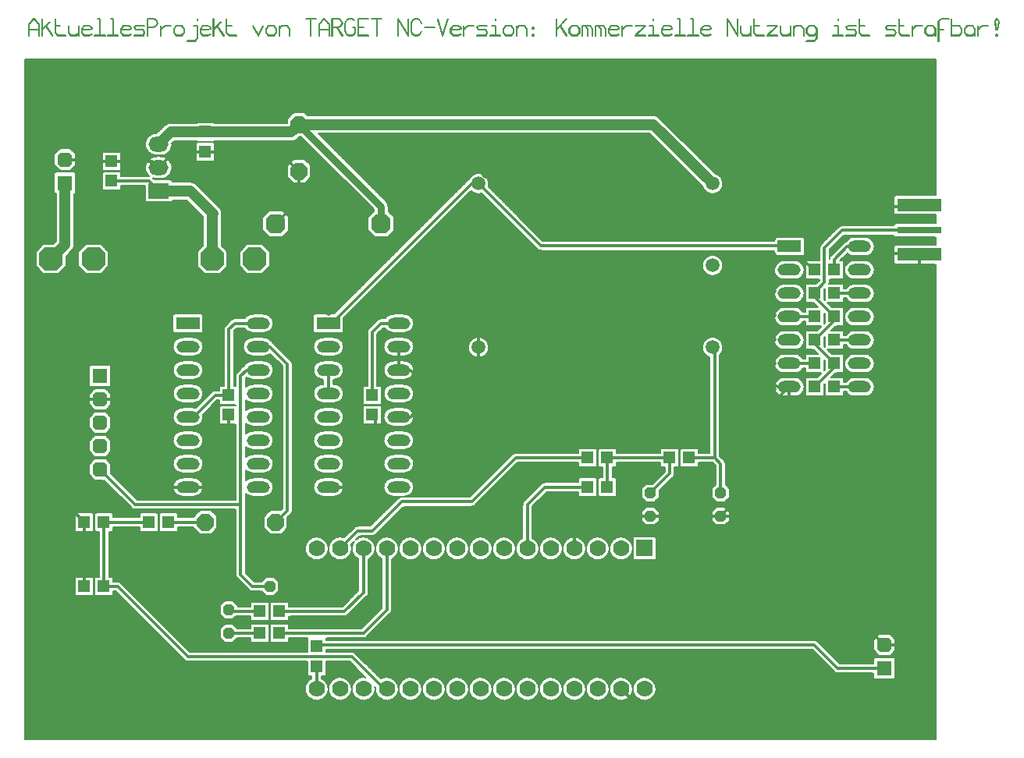
<source format=gtl>
%FSLAX35Y35*%
%MOIN*%
%IN16=KupferobenL1(X.GTL)*%
%TF.FileFunction,Copper,L1,Top*%
%ADD10C,0.00591*%
%ADD11C,0.00288*%
%ADD12C,0.00360*%
%ADD13C,0.00500*%
%ADD14C,0.00512*%
%ADD15C,0.00768*%
%ADD16C,0.00787*%
%ADD17C,0.01024*%
%ADD18C,0.01181*%
%ADD19C,0.01575*%
%ADD20C,0.01600*%
%ADD21C,0.03150*%
%ADD22C,0.03937*%
%ADD23C,0.04724*%
%ADD24C,0.05906*%
%ADD25C,0.07000*%
%AMR_26*21,1,0.02953,0.18898,0,0,90.000*%
%ADD26R_26*%
%AMR_27*21,1,0.05000,0.05000,0,0,0.000*%
%ADD27R_27*%
%AMR_28*21,1,0.05000,0.05000,0,0,90.000*%
%ADD28R_28*%
%AMR_29*21,1,0.05000,0.05000,0,0,180.000*%
%ADD29R_29*%
%AMR_30*21,1,0.05000,0.05000,0,0,270.000*%
%ADD30R_30*%
%AMR_31*21,1,0.05000,0.09843,0,0,270.000*%
%ADD31R_31*%
%AMR_32*21,1,0.05118,0.18898,0,0,90.000*%
%ADD32R_32*%
%AMR_33*21,1,0.06500,0.08500,0,0,90.000*%
%ADD33R_33*%
%AMR_34*21,1,0.07000,0.07000,0,0,180.000*%
%ADD34R_34*%
%AMR_35*21,1,0.19685,0.06875,0,0,0.000*%
%ADD35R_35*%
%AMR_36*21,1,0.19685,0.08125,0,0,0.000*%
%ADD36R_36*%
%AMR_37*21,1,0.19685,0.19685,0,0,0.000*%
%ADD37R_37*%
%AMOCT_38*4,1,8,0.023622,0.011811,0.011811,0.023622,-0.011811,0.023622,-0.023622,0.011811,-0.023622,-0.011811,-0.011811,-0.023622,0.011811,-0.023622,0.023622,-0.011811,0.023622,0.011811,0.000*%
%ADD38OCT_38*%
%AMOCT_39*4,1,8,0.023622,0.011811,0.011811,0.023622,-0.011811,0.023622,-0.023622,0.011811,-0.023622,-0.011811,-0.011811,-0.023622,0.011811,-0.023622,0.023622,-0.011811,0.023622,0.011811,270.000*%
%ADD39OCT_39*%
%AMOCT_40*4,1,8,0.031496,0.015748,0.015748,0.031496,-0.015748,0.031496,-0.031496,0.015748,-0.031496,-0.015748,-0.015748,-0.031496,0.015748,-0.031496,0.031496,-0.015748,0.031496,0.015748,90.000*%
%ADD40OCT_40*%
%AMOCT_41*4,1,8,0.031496,0.015748,0.015748,0.031496,-0.015748,0.031496,-0.031496,0.015748,-0.031496,-0.015748,-0.015748,-0.031496,0.015748,-0.031496,0.031496,-0.015748,0.031496,0.015748,270.000*%
%ADD41OCT_41*%
%AMOCT_42*4,1,8,0.035433,0.017717,0.017717,0.035433,-0.017717,0.035433,-0.035433,0.017717,-0.035433,-0.017717,-0.017717,-0.035433,0.017717,-0.035433,0.035433,-0.017717,0.035433,0.017717,180.000*%
%ADD42OCT_42*%
%AMOCT_43*4,1,8,0.035433,0.017717,0.017717,0.035433,-0.017717,0.035433,-0.035433,0.017717,-0.035433,-0.017717,-0.017717,-0.035433,0.017717,-0.035433,0.035433,-0.017717,0.035433,0.017717,270.000*%
%ADD43OCT_43*%
%AMOCT_44*4,1,8,0.041339,0.020669,0.020669,0.041339,-0.020669,0.041339,-0.041339,0.020669,-0.041339,-0.020669,-0.020669,-0.041339,0.020669,-0.041339,0.041339,-0.020669,0.041339,0.020669,0.000*%
%ADD44OCT_44*%
%AMOCT_45*4,1,8,0.049213,0.024606,0.024606,0.049213,-0.024606,0.049213,-0.049213,0.024606,-0.049213,-0.024606,-0.024606,-0.049213,0.024606,-0.049213,0.049213,-0.024606,0.049213,0.024606,0.000*%
%ADD45OCT_45*%
%ADD46O,0.09843X0.05000*%
%ADD47O,0.08500X0.06500*%
%AMRR_48*21,1,0.06299,0.05039,0,0,90.000*21,1,0.05039,0.06299,0,0,90.000*1,1,0.01260,-0.02520,0.02520*1,1,0.01260,0.02520,-0.02520*1,1,0.01260,0.02520,0.02520*1,1,0.01260,-0.02520,-0.02520*%
%ADD48RR_48*%
%AMRR_49*21,1,0.06299,0.05039,0,0,270.000*21,1,0.05039,0.06299,0,0,270.000*1,1,0.01260,0.02520,-0.02520*1,1,0.01260,-0.02520,0.02520*1,1,0.01260,-0.02520,-0.02520*1,1,0.01260,0.02520,0.02520*%
%ADD49RR_49*%
G54D10*
X3907Y307874D02*
X3907Y303149D01*
X3916Y303128D01*
X3937Y303120D01*
X3957Y303128D01*
X3966Y303149D01*
X3966Y307874D01*
X3957Y307894D01*
X3937Y307903D01*
X3916Y307894D01*
X3907Y307874D01*
X3907Y303671D02*
X3966Y303671D01*
X3907Y304222D02*
X3966Y304222D01*
X3907Y304773D02*
X3966Y304773D01*
X3907Y305324D02*
X3966Y305324D01*
X3907Y305875D02*
X3966Y305875D01*
X3907Y306427D02*
X3966Y306427D01*
X3907Y306978D02*
X3966Y306978D01*
X3907Y307529D02*
X3966Y307529D01*
X8267Y305541D02*
X3937Y305541D01*
X3916Y305532D01*
X3907Y305511D01*
X3916Y305490D01*
X3937Y305482D01*
X8267Y305482D01*
X8288Y305490D01*
X8297Y305511D01*
X8288Y305532D01*
X8267Y305541D01*
X8297Y303149D02*
X8297Y307874D01*
X8288Y307894D01*
X8267Y307903D01*
X8246Y307894D01*
X8238Y307874D01*
X8238Y303149D01*
X8246Y303128D01*
X8267Y303120D01*
X8288Y303128D01*
X8297Y303149D01*
X8238Y303671D02*
X8297Y303671D01*
X8238Y304222D02*
X8297Y304222D01*
X8238Y304773D02*
X8297Y304773D01*
X8238Y305324D02*
X8297Y305324D01*
X8238Y305875D02*
X8297Y305875D01*
X8238Y306427D02*
X8297Y306427D01*
X8238Y306978D02*
X8297Y306978D01*
X8238Y307529D02*
X8297Y307529D01*
X6080Y310256D02*
X3915Y307893D01*
X3907Y307872D01*
X3917Y307852D01*
X3938Y307844D01*
X3958Y307854D01*
X6124Y310216D01*
X6131Y310237D01*
X6122Y310257D01*
X6101Y310265D01*
X6080Y310256D01*
X4375Y308395D02*
X4455Y308395D01*
X4880Y308946D02*
X4960Y308946D01*
X5385Y309498D02*
X5465Y309498D01*
X5890Y310049D02*
X5971Y310049D01*
X8289Y307893D02*
X6124Y310256D01*
X6103Y310265D01*
X6082Y310257D01*
X6072Y310237D01*
X6080Y310216D01*
X8245Y307854D01*
X8266Y307844D01*
X8287Y307852D01*
X8297Y307872D01*
X8289Y307893D01*
X7749Y308395D02*
X7829Y308395D01*
X7244Y308946D02*
X7324Y308946D01*
X6738Y309498D02*
X6819Y309498D01*
X6233Y310049D02*
X6313Y310049D01*
X9596Y303149D02*
X9596Y310236D01*
X9587Y310257D01*
X9566Y310265D01*
X9546Y310257D01*
X9537Y310236D01*
X9537Y303149D01*
X9546Y303128D01*
X9566Y303120D01*
X9587Y303128D01*
X9596Y303149D01*
X9537Y303671D02*
X9596Y303671D01*
X9537Y304222D02*
X9596Y304222D01*
X9537Y304773D02*
X9596Y304773D01*
X9537Y305324D02*
X9596Y305324D01*
X9537Y305875D02*
X9596Y305875D01*
X9537Y306427D02*
X9596Y306427D01*
X9537Y306978D02*
X9596Y306978D01*
X9537Y307529D02*
X9596Y307529D01*
X9537Y308080D02*
X9596Y308080D01*
X9537Y308631D02*
X9596Y308631D01*
X9537Y309183D02*
X9596Y309183D01*
X9537Y309734D02*
X9596Y309734D01*
X12793Y309075D02*
X9545Y305531D01*
X9537Y305510D01*
X9546Y305490D01*
X9568Y305482D01*
X9588Y305491D01*
X12836Y309035D01*
X12844Y309056D01*
X12834Y309076D01*
X12813Y309084D01*
X12793Y309075D01*
X10005Y306033D02*
X10085Y306033D01*
X10510Y306584D02*
X10590Y306584D01*
X11015Y307135D02*
X11095Y307135D01*
X11520Y307687D02*
X11600Y307687D01*
X12026Y308238D02*
X12106Y308238D01*
X12531Y308789D02*
X12611Y308789D01*
X13922Y303165D02*
X11215Y307299D01*
X11196Y307312D01*
X11174Y307308D01*
X11162Y307289D01*
X11166Y307267D01*
X13872Y303133D01*
X13891Y303120D01*
X13913Y303124D01*
X13926Y303143D01*
X13922Y303165D01*
X13520Y303671D02*
X13590Y303671D01*
X13159Y304223D02*
X13230Y304223D01*
X12798Y304774D02*
X12869Y304774D01*
X12437Y305325D02*
X12508Y305325D01*
X12076Y305876D02*
X12147Y305876D01*
X11715Y306427D02*
X11786Y306427D01*
X11355Y306978D02*
X11425Y306978D01*
X15226Y304330D02*
X15226Y310236D01*
X15217Y310257D01*
X15196Y310265D01*
X15175Y310257D01*
X15167Y310236D01*
X15167Y304330D01*
X15175Y304309D01*
X15196Y304301D01*
X15217Y304309D01*
X15226Y304330D01*
X15167Y304852D02*
X15226Y304852D01*
X15167Y305403D02*
X15226Y305403D01*
X15167Y305954D02*
X15226Y305954D01*
X15167Y306505D02*
X15226Y306505D01*
X15167Y307057D02*
X15226Y307057D01*
X15167Y307608D02*
X15226Y307608D01*
X15167Y308159D02*
X15226Y308159D01*
X15167Y308710D02*
X15226Y308710D01*
X15167Y309261D02*
X15226Y309261D01*
X15167Y309812D02*
X15226Y309812D01*
X16301Y303169D02*
X15218Y304350D01*
X15198Y304360D01*
X15176Y304352D01*
X15167Y304331D01*
X15175Y304310D01*
X16257Y303129D01*
X16278Y303120D01*
X16299Y303127D01*
X16309Y303148D01*
X16301Y303169D01*
X15761Y303671D02*
X15841Y303671D01*
X15256Y304222D02*
X15336Y304222D01*
X19527Y303179D02*
X16279Y303179D01*
X16258Y303170D01*
X16250Y303149D01*
X16258Y303128D01*
X16279Y303120D01*
X19527Y303120D01*
X19548Y303128D01*
X19557Y303149D01*
X19548Y303170D01*
X19527Y303179D01*
X17362Y307312D02*
X15196Y307312D01*
X15175Y307304D01*
X15167Y307283D01*
X15175Y307262D01*
X15196Y307253D01*
X17362Y307253D01*
X17383Y307262D01*
X17391Y307283D01*
X17383Y307304D01*
X17362Y307312D01*
X20856Y304330D02*
X20856Y307283D01*
X20847Y307304D01*
X20826Y307312D01*
X20805Y307304D01*
X20797Y307283D01*
X20797Y304330D01*
X20805Y304309D01*
X20826Y304301D01*
X20847Y304309D01*
X20856Y304330D01*
X20797Y304852D02*
X20856Y304852D01*
X20797Y305403D02*
X20856Y305403D01*
X20797Y305954D02*
X20856Y305954D01*
X20797Y306505D02*
X20856Y306505D01*
X20797Y307057D02*
X20856Y307057D01*
X21931Y303169D02*
X20848Y304350D01*
X20828Y304360D01*
X20806Y304352D01*
X20797Y304331D01*
X20805Y304310D01*
X21887Y303129D01*
X21908Y303120D01*
X21929Y303127D01*
X21938Y303148D01*
X21931Y303169D01*
X21391Y303671D02*
X21471Y303671D01*
X20885Y304222D02*
X20966Y304222D01*
X24074Y303179D02*
X21909Y303179D01*
X21888Y303170D01*
X21879Y303149D01*
X21888Y303128D01*
X21909Y303120D01*
X24074Y303120D01*
X24095Y303128D01*
X24104Y303149D01*
X24095Y303170D01*
X24074Y303179D01*
X25135Y304350D02*
X24053Y303169D01*
X24045Y303148D01*
X24054Y303127D01*
X24076Y303120D01*
X24096Y303129D01*
X25179Y304310D01*
X25186Y304331D01*
X25177Y304352D01*
X25156Y304360D01*
X25135Y304350D01*
X24512Y303671D02*
X24593Y303671D01*
X25018Y304222D02*
X25098Y304222D01*
X25187Y303149D02*
X25187Y307283D01*
X25178Y307304D01*
X25157Y307312D01*
X25136Y307304D01*
X25127Y307283D01*
X25127Y303149D01*
X25136Y303128D01*
X25157Y303120D01*
X25178Y303128D01*
X25187Y303149D01*
X25127Y303671D02*
X25187Y303671D01*
X25127Y304222D02*
X25187Y304222D01*
X25127Y304773D02*
X25187Y304773D01*
X25127Y305324D02*
X25187Y305324D01*
X25127Y305875D02*
X25187Y305875D01*
X25127Y306427D02*
X25187Y306427D01*
X25127Y306978D02*
X25187Y306978D01*
X29718Y303123D02*
X30801Y303714D01*
X30815Y303731D01*
X30813Y303754D01*
X30795Y303768D01*
X30773Y303766D01*
X29690Y303175D01*
X29676Y303157D01*
X29678Y303135D01*
X29696Y303121D01*
X29718Y303123D01*
X30601Y303672D02*
X30724Y303672D01*
X27539Y303120D02*
X29704Y303120D01*
X29725Y303128D01*
X29734Y303149D01*
X29725Y303170D01*
X29704Y303179D01*
X27539Y303179D01*
X27518Y303170D01*
X27509Y303149D01*
X27518Y303128D01*
X27539Y303120D01*
X26434Y304310D02*
X27517Y303129D01*
X27538Y303120D01*
X27559Y303127D01*
X27568Y303148D01*
X27561Y303169D01*
X26478Y304350D01*
X26457Y304360D01*
X26436Y304352D01*
X26427Y304331D01*
X26434Y304310D01*
X27021Y303671D02*
X27101Y303671D01*
X26515Y304222D02*
X26595Y304222D01*
X26427Y306102D02*
X26427Y304330D01*
X26435Y304309D01*
X26456Y304301D01*
X26477Y304309D01*
X26486Y304330D01*
X26486Y306102D01*
X26477Y306123D01*
X26456Y306131D01*
X26435Y306123D01*
X26427Y306102D01*
X26427Y304852D02*
X26486Y304852D01*
X26427Y305403D02*
X26486Y305403D01*
X26427Y305954D02*
X26486Y305954D01*
X27517Y307303D02*
X26434Y306122D01*
X26427Y306101D01*
X26436Y306080D01*
X26457Y306072D01*
X26478Y306082D01*
X27561Y307263D01*
X27568Y307284D01*
X27559Y307305D01*
X27538Y307312D01*
X27517Y307303D01*
X26894Y306624D02*
X26974Y306624D01*
X27400Y307175D02*
X27480Y307175D01*
X29704Y307312D02*
X27539Y307312D01*
X27518Y307304D01*
X27509Y307283D01*
X27518Y307262D01*
X27539Y307253D01*
X29704Y307253D01*
X29725Y307262D01*
X29734Y307283D01*
X29725Y307304D01*
X29704Y307312D01*
X30801Y306718D02*
X29718Y307309D01*
X29696Y307311D01*
X29678Y307297D01*
X29676Y307275D01*
X29690Y307257D01*
X30773Y306666D01*
X30795Y306664D01*
X30813Y306678D01*
X30815Y306701D01*
X30801Y306718D01*
X29767Y307215D02*
X29890Y307215D01*
X30816Y306102D02*
X30816Y306692D01*
X30808Y306713D01*
X30787Y306722D01*
X30766Y306713D01*
X30757Y306692D01*
X30757Y306102D01*
X30766Y306081D01*
X30787Y306072D01*
X30808Y306081D01*
X30816Y306102D01*
X30757Y306624D02*
X30816Y306624D01*
X29718Y305485D02*
X30801Y306076D01*
X30815Y306094D01*
X30813Y306116D01*
X30795Y306130D01*
X30773Y306128D01*
X29690Y305537D01*
X29676Y305520D01*
X29678Y305497D01*
X29696Y305483D01*
X29718Y305485D01*
X30601Y306034D02*
X30724Y306034D01*
X26456Y305482D02*
X29704Y305482D01*
X29725Y305490D01*
X29734Y305511D01*
X29725Y305532D01*
X29704Y305541D01*
X26456Y305541D01*
X26435Y305532D01*
X26427Y305511D01*
X26435Y305490D01*
X26456Y305482D01*
X36417Y303179D02*
X32086Y303179D01*
X32065Y303170D01*
X32057Y303149D01*
X32065Y303128D01*
X32086Y303120D01*
X36417Y303120D01*
X36438Y303128D01*
X36446Y303149D01*
X36438Y303170D01*
X36417Y303179D01*
X34251Y310265D02*
X33169Y310265D01*
X33148Y310257D01*
X33139Y310236D01*
X33148Y310215D01*
X33169Y310206D01*
X34251Y310206D01*
X34272Y310215D01*
X34281Y310236D01*
X34272Y310257D01*
X34251Y310265D01*
X34281Y303149D02*
X34281Y310236D01*
X34272Y310257D01*
X34251Y310265D01*
X34231Y310257D01*
X34222Y310236D01*
X34222Y303149D01*
X34231Y303128D01*
X34251Y303120D01*
X34272Y303128D01*
X34281Y303149D01*
X34222Y303671D02*
X34281Y303671D01*
X34222Y304222D02*
X34281Y304222D01*
X34222Y304773D02*
X34281Y304773D01*
X34222Y305324D02*
X34281Y305324D01*
X34222Y305875D02*
X34281Y305875D01*
X34222Y306427D02*
X34281Y306427D01*
X34222Y306978D02*
X34281Y306978D01*
X34222Y307529D02*
X34281Y307529D01*
X34222Y308080D02*
X34281Y308080D01*
X34222Y308631D02*
X34281Y308631D01*
X34222Y309183D02*
X34281Y309183D01*
X34222Y309734D02*
X34281Y309734D01*
X42047Y303179D02*
X37716Y303179D01*
X37695Y303170D01*
X37687Y303149D01*
X37695Y303128D01*
X37716Y303120D01*
X42047Y303120D01*
X42068Y303128D01*
X42076Y303149D01*
X42068Y303170D01*
X42047Y303179D01*
X39881Y310265D02*
X38799Y310265D01*
X38778Y310257D01*
X38769Y310236D01*
X38778Y310215D01*
X38799Y310206D01*
X39881Y310206D01*
X39902Y310215D01*
X39911Y310236D01*
X39902Y310257D01*
X39881Y310265D01*
X39911Y303149D02*
X39911Y310236D01*
X39902Y310257D01*
X39881Y310265D01*
X39861Y310257D01*
X39852Y310236D01*
X39852Y303149D01*
X39861Y303128D01*
X39881Y303120D01*
X39902Y303128D01*
X39911Y303149D01*
X39852Y303671D02*
X39911Y303671D01*
X39852Y304222D02*
X39911Y304222D01*
X39852Y304773D02*
X39911Y304773D01*
X39852Y305324D02*
X39911Y305324D01*
X39852Y305875D02*
X39911Y305875D01*
X39852Y306427D02*
X39911Y306427D01*
X39852Y306978D02*
X39911Y306978D01*
X39852Y307529D02*
X39911Y307529D01*
X39852Y308080D02*
X39911Y308080D01*
X39852Y308631D02*
X39911Y308631D01*
X39852Y309183D02*
X39911Y309183D01*
X39852Y309734D02*
X39911Y309734D01*
X46608Y303123D02*
X47691Y303714D01*
X47705Y303731D01*
X47703Y303754D01*
X47685Y303768D01*
X47663Y303766D01*
X46580Y303175D01*
X46566Y303157D01*
X46568Y303135D01*
X46586Y303121D01*
X46608Y303123D01*
X47491Y303672D02*
X47614Y303672D01*
X44429Y303120D02*
X46594Y303120D01*
X46615Y303128D01*
X46624Y303149D01*
X46615Y303170D01*
X46594Y303179D01*
X44429Y303179D01*
X44408Y303170D01*
X44399Y303149D01*
X44408Y303128D01*
X44429Y303120D01*
X43324Y304310D02*
X44407Y303129D01*
X44427Y303120D01*
X44449Y303127D01*
X44458Y303148D01*
X44450Y303169D01*
X43368Y304350D01*
X43347Y304360D01*
X43326Y304352D01*
X43316Y304331D01*
X43324Y304310D01*
X43910Y303671D02*
X43990Y303671D01*
X43405Y304222D02*
X43485Y304222D01*
X43316Y306102D02*
X43316Y304330D01*
X43325Y304309D01*
X43346Y304301D01*
X43367Y304309D01*
X43375Y304330D01*
X43375Y306102D01*
X43367Y306123D01*
X43346Y306131D01*
X43325Y306123D01*
X43316Y306102D01*
X43316Y304852D02*
X43375Y304852D01*
X43316Y305403D02*
X43375Y305403D01*
X43316Y305954D02*
X43375Y305954D01*
X44407Y307303D02*
X43324Y306122D01*
X43316Y306101D01*
X43326Y306080D01*
X43347Y306072D01*
X43368Y306082D01*
X44450Y307263D01*
X44458Y307284D01*
X44449Y307305D01*
X44427Y307312D01*
X44407Y307303D01*
X43784Y306624D02*
X43864Y306624D01*
X44289Y307175D02*
X44369Y307175D01*
X46594Y307312D02*
X44429Y307312D01*
X44408Y307304D01*
X44399Y307283D01*
X44408Y307262D01*
X44429Y307253D01*
X46594Y307253D01*
X46615Y307262D01*
X46624Y307283D01*
X46615Y307304D01*
X46594Y307312D01*
X47691Y306718D02*
X46608Y307309D01*
X46586Y307311D01*
X46568Y307297D01*
X46566Y307275D01*
X46580Y307257D01*
X47663Y306666D01*
X47685Y306664D01*
X47703Y306678D01*
X47705Y306701D01*
X47691Y306718D01*
X46656Y307215D02*
X46780Y307215D01*
X47706Y306102D02*
X47706Y306692D01*
X47698Y306713D01*
X47677Y306722D01*
X47656Y306713D01*
X47647Y306692D01*
X47647Y306102D01*
X47656Y306081D01*
X47677Y306072D01*
X47698Y306081D01*
X47706Y306102D01*
X47647Y306624D02*
X47706Y306624D01*
X46608Y305485D02*
X47691Y306076D01*
X47705Y306094D01*
X47703Y306116D01*
X47685Y306130D01*
X47663Y306128D01*
X46580Y305537D01*
X46566Y305520D01*
X46568Y305497D01*
X46586Y305483D01*
X46608Y305485D01*
X47491Y306034D02*
X47614Y306034D01*
X43346Y305482D02*
X46594Y305482D01*
X46615Y305490D01*
X46624Y305511D01*
X46615Y305532D01*
X46594Y305541D01*
X43346Y305541D01*
X43325Y305532D01*
X43316Y305511D01*
X43325Y305490D01*
X43346Y305482D01*
X52765Y303179D02*
X48976Y303179D01*
X48955Y303170D01*
X48946Y303149D01*
X48955Y303128D01*
X48976Y303120D01*
X52765Y303120D01*
X52786Y303128D01*
X52795Y303149D01*
X52786Y303170D01*
X52765Y303179D01*
X53280Y304343D02*
X52738Y303161D01*
X52738Y303139D01*
X52753Y303122D01*
X52776Y303121D01*
X52792Y303137D01*
X53333Y304318D01*
X53334Y304340D01*
X53319Y304357D01*
X53296Y304358D01*
X53280Y304343D01*
X52973Y303673D02*
X53038Y303673D01*
X53225Y304224D02*
X53290Y304224D01*
X52738Y305499D02*
X53280Y304318D01*
X53296Y304303D01*
X53319Y304303D01*
X53334Y304320D01*
X53333Y304343D01*
X52792Y305524D01*
X52776Y305539D01*
X52753Y305538D01*
X52738Y305522D01*
X52738Y305499D01*
X53034Y304854D02*
X53099Y304854D01*
X52782Y305405D02*
X52847Y305405D01*
X49517Y305482D02*
X52765Y305482D01*
X52786Y305490D01*
X52795Y305511D01*
X52786Y305532D01*
X52765Y305541D01*
X49517Y305541D01*
X49496Y305532D01*
X49488Y305511D01*
X49496Y305490D01*
X49517Y305482D01*
X48949Y306680D02*
X49490Y305499D01*
X49507Y305484D01*
X49530Y305484D01*
X49545Y305501D01*
X49544Y305524D01*
X49003Y306705D01*
X48986Y306720D01*
X48964Y306719D01*
X48948Y306703D01*
X48949Y306680D01*
X49245Y306035D02*
X49310Y306035D01*
X48992Y306586D02*
X49057Y306586D01*
X49495Y307303D02*
X48954Y306712D01*
X48946Y306691D01*
X48956Y306671D01*
X48977Y306663D01*
X48998Y306672D01*
X49539Y307263D01*
X49547Y307284D01*
X49537Y307305D01*
X49516Y307312D01*
X49495Y307303D01*
X49414Y307214D02*
X49494Y307214D01*
X53307Y307312D02*
X49517Y307312D01*
X49496Y307304D01*
X49488Y307283D01*
X49496Y307262D01*
X49517Y307253D01*
X53307Y307253D01*
X53327Y307262D01*
X53336Y307283D01*
X53327Y307304D01*
X53307Y307312D01*
X54635Y303149D02*
X54635Y310236D01*
X54627Y310257D01*
X54606Y310265D01*
X54585Y310257D01*
X54576Y310236D01*
X54576Y303149D01*
X54585Y303128D01*
X54606Y303120D01*
X54627Y303128D01*
X54635Y303149D01*
X54576Y303671D02*
X54635Y303671D01*
X54576Y304222D02*
X54635Y304222D01*
X54576Y304773D02*
X54635Y304773D01*
X54576Y305324D02*
X54635Y305324D01*
X54576Y305875D02*
X54635Y305875D01*
X54576Y306427D02*
X54635Y306427D01*
X54576Y306978D02*
X54635Y306978D01*
X54576Y307529D02*
X54635Y307529D01*
X54576Y308080D02*
X54635Y308080D01*
X54576Y308631D02*
X54635Y308631D01*
X54576Y309183D02*
X54635Y309183D01*
X54576Y309734D02*
X54635Y309734D01*
X57312Y306722D02*
X54606Y306722D01*
X54585Y306713D01*
X54576Y306692D01*
X54585Y306672D01*
X54606Y306663D01*
X57312Y306663D01*
X57333Y306672D01*
X57342Y306692D01*
X57333Y306713D01*
X57312Y306722D01*
X58381Y307309D02*
X57298Y306718D01*
X57284Y306701D01*
X57287Y306678D01*
X57304Y306664D01*
X57327Y306666D01*
X58409Y307257D01*
X58423Y307275D01*
X58421Y307297D01*
X58404Y307311D01*
X58381Y307309D01*
X58209Y307215D02*
X58333Y307215D01*
X58910Y308476D02*
X58368Y307295D01*
X58367Y307273D01*
X58383Y307256D01*
X58405Y307255D01*
X58422Y307271D01*
X58963Y308452D01*
X58964Y308474D01*
X58949Y308491D01*
X58926Y308492D01*
X58910Y308476D01*
X58603Y307806D02*
X58668Y307806D01*
X58855Y308358D02*
X58920Y308358D01*
X58368Y309633D02*
X58910Y308452D01*
X58926Y308436D01*
X58949Y308437D01*
X58964Y308454D01*
X58963Y308476D01*
X58422Y309657D01*
X58405Y309673D01*
X58383Y309672D01*
X58367Y309655D01*
X58368Y309633D01*
X58664Y308988D02*
X58729Y308988D01*
X58411Y309539D02*
X58476Y309539D01*
X57298Y310210D02*
X58381Y309619D01*
X58404Y309617D01*
X58421Y309631D01*
X58423Y309654D01*
X58409Y309671D01*
X57327Y310262D01*
X57304Y310264D01*
X57287Y310250D01*
X57284Y310227D01*
X57298Y310210D01*
X57375Y310168D02*
X57498Y310168D01*
X54606Y310206D02*
X57312Y310206D01*
X57333Y310215D01*
X57342Y310236D01*
X57333Y310257D01*
X57312Y310265D01*
X54606Y310265D01*
X54585Y310257D01*
X54576Y310236D01*
X54585Y310215D01*
X54606Y310206D01*
X60265Y303149D02*
X60265Y307283D01*
X60257Y307304D01*
X60236Y307312D01*
X60215Y307304D01*
X60206Y307283D01*
X60206Y303149D01*
X60215Y303128D01*
X60236Y303120D01*
X60257Y303128D01*
X60265Y303149D01*
X60206Y303671D02*
X60265Y303671D01*
X60206Y304222D02*
X60265Y304222D01*
X60206Y304773D02*
X60265Y304773D01*
X60206Y305324D02*
X60265Y305324D01*
X60206Y305875D02*
X60265Y305875D01*
X60206Y306427D02*
X60265Y306427D01*
X60206Y306978D02*
X60265Y306978D01*
X61838Y307303D02*
X60214Y305531D01*
X60206Y305510D01*
X60216Y305490D01*
X60237Y305482D01*
X60257Y305491D01*
X61882Y307263D01*
X61889Y307284D01*
X61880Y307305D01*
X61858Y307312D01*
X61838Y307303D01*
X60674Y306033D02*
X60754Y306033D01*
X61179Y306584D02*
X61259Y306584D01*
X61684Y307135D02*
X61764Y307135D01*
X64566Y307312D02*
X61860Y307312D01*
X61839Y307304D01*
X61830Y307283D01*
X61839Y307262D01*
X61860Y307253D01*
X64566Y307253D01*
X64587Y307262D01*
X64596Y307283D01*
X64587Y307304D01*
X64566Y307312D01*
X65895Y304330D02*
X65895Y306102D01*
X65887Y306123D01*
X65866Y306131D01*
X65845Y306123D01*
X65836Y306102D01*
X65836Y304330D01*
X65845Y304309D01*
X65866Y304301D01*
X65887Y304309D01*
X65895Y304330D01*
X65836Y304852D02*
X65895Y304852D01*
X65836Y305403D02*
X65895Y305403D01*
X65836Y305954D02*
X65895Y305954D01*
X66927Y307303D02*
X65844Y306122D01*
X65836Y306101D01*
X65846Y306080D01*
X65867Y306072D01*
X65887Y306082D01*
X66970Y307263D01*
X66978Y307284D01*
X66968Y307305D01*
X66947Y307312D01*
X66927Y307303D01*
X66304Y306624D02*
X66384Y306624D01*
X66809Y307175D02*
X66889Y307175D01*
X69114Y307312D02*
X66948Y307312D01*
X66927Y307304D01*
X66919Y307283D01*
X66927Y307262D01*
X66948Y307253D01*
X69114Y307253D01*
X69135Y307262D01*
X69143Y307283D01*
X69135Y307304D01*
X69114Y307312D01*
X70218Y306122D02*
X69135Y307303D01*
X69115Y307312D01*
X69094Y307305D01*
X69084Y307284D01*
X69092Y307263D01*
X70175Y306082D01*
X70195Y306072D01*
X70216Y306080D01*
X70226Y306101D01*
X70218Y306122D01*
X69678Y306624D02*
X69758Y306624D01*
X69173Y307175D02*
X69253Y307175D01*
X70226Y304330D02*
X70226Y306102D01*
X70217Y306123D01*
X70196Y306131D01*
X70175Y306123D01*
X70167Y306102D01*
X70167Y304330D01*
X70175Y304309D01*
X70196Y304301D01*
X70217Y304309D01*
X70226Y304330D01*
X70167Y304852D02*
X70226Y304852D01*
X70167Y305403D02*
X70226Y305403D01*
X70167Y305954D02*
X70226Y305954D01*
X69135Y303129D02*
X70218Y304310D01*
X70226Y304331D01*
X70216Y304352D01*
X70195Y304360D01*
X70175Y304350D01*
X69092Y303169D01*
X69084Y303148D01*
X69094Y303127D01*
X69115Y303120D01*
X69135Y303129D01*
X69552Y303671D02*
X69632Y303671D01*
X70057Y304222D02*
X70137Y304222D01*
X66948Y303120D02*
X69114Y303120D01*
X69135Y303128D01*
X69143Y303149D01*
X69135Y303170D01*
X69114Y303179D01*
X66948Y303179D01*
X66927Y303170D01*
X66919Y303149D01*
X66927Y303128D01*
X66948Y303120D01*
X65844Y304310D02*
X66927Y303129D01*
X66947Y303120D01*
X66968Y303127D01*
X66978Y303148D01*
X66970Y303169D01*
X65887Y304350D01*
X65867Y304360D01*
X65846Y304352D01*
X65836Y304331D01*
X65844Y304310D01*
X66430Y303671D02*
X66510Y303671D01*
X65925Y304222D02*
X66005Y304222D01*
X74744Y300816D02*
X71496Y300816D01*
X71475Y300808D01*
X71466Y300787D01*
X71475Y300766D01*
X71496Y300757D01*
X74744Y300757D01*
X74764Y300766D01*
X74773Y300787D01*
X74764Y300808D01*
X74744Y300816D01*
X75805Y301988D02*
X74722Y300807D01*
X74714Y300786D01*
X74724Y300765D01*
X74745Y300757D01*
X74765Y300767D01*
X75848Y301948D01*
X75856Y301969D01*
X75846Y301990D01*
X75825Y301998D01*
X75805Y301988D01*
X75182Y301309D02*
X75262Y301309D01*
X75687Y301860D02*
X75767Y301860D01*
X75797Y307283D02*
X75797Y301968D01*
X75805Y301947D01*
X75826Y301938D01*
X75847Y301947D01*
X75856Y301968D01*
X75856Y307283D01*
X75847Y307304D01*
X75826Y307312D01*
X75805Y307304D01*
X75797Y307283D01*
X75797Y302490D02*
X75856Y302490D01*
X75797Y303041D02*
X75856Y303041D01*
X75797Y303592D02*
X75856Y303592D01*
X75797Y304143D02*
X75856Y304143D01*
X75797Y304694D02*
X75856Y304694D01*
X75797Y305246D02*
X75856Y305246D01*
X75797Y305797D02*
X75856Y305797D01*
X75797Y306348D02*
X75856Y306348D01*
X75797Y306899D02*
X75856Y306899D01*
X74202Y307253D02*
X75826Y307253D01*
X75847Y307262D01*
X75856Y307283D01*
X75847Y307304D01*
X75826Y307312D01*
X74202Y307312D01*
X74181Y307304D01*
X74173Y307283D01*
X74181Y307262D01*
X74202Y307253D01*
X75856Y309645D02*
X75856Y310236D01*
X75847Y310257D01*
X75826Y310265D01*
X75805Y310257D01*
X75797Y310236D01*
X75797Y309645D01*
X75805Y309624D01*
X75826Y309616D01*
X75847Y309624D01*
X75856Y309645D01*
X75797Y310167D02*
X75856Y310167D01*
X80388Y303123D02*
X81470Y303714D01*
X81485Y303731D01*
X81482Y303754D01*
X81465Y303768D01*
X81442Y303766D01*
X80359Y303175D01*
X80345Y303157D01*
X80348Y303135D01*
X80365Y303121D01*
X80388Y303123D01*
X81270Y303672D02*
X81394Y303672D01*
X78208Y303120D02*
X80374Y303120D01*
X80394Y303128D01*
X80403Y303149D01*
X80394Y303170D01*
X80374Y303179D01*
X78208Y303179D01*
X78187Y303170D01*
X78179Y303149D01*
X78187Y303128D01*
X78208Y303120D01*
X77104Y304310D02*
X78186Y303129D01*
X78207Y303120D01*
X78228Y303127D01*
X78238Y303148D01*
X78230Y303169D01*
X77147Y304350D01*
X77127Y304360D01*
X77106Y304352D01*
X77096Y304331D01*
X77104Y304310D01*
X77690Y303671D02*
X77770Y303671D01*
X77185Y304222D02*
X77265Y304222D01*
X77096Y306102D02*
X77096Y304330D01*
X77105Y304309D01*
X77125Y304301D01*
X77146Y304309D01*
X77155Y304330D01*
X77155Y306102D01*
X77146Y306123D01*
X77125Y306131D01*
X77105Y306123D01*
X77096Y306102D01*
X77096Y304852D02*
X77155Y304852D01*
X77096Y305403D02*
X77155Y305403D01*
X77096Y305954D02*
X77155Y305954D01*
X78186Y307303D02*
X77104Y306122D01*
X77096Y306101D01*
X77106Y306080D01*
X77127Y306072D01*
X77147Y306082D01*
X78230Y307263D01*
X78238Y307284D01*
X78228Y307305D01*
X78207Y307312D01*
X78186Y307303D01*
X77564Y306624D02*
X77644Y306624D01*
X78069Y307175D02*
X78149Y307175D01*
X80374Y307312D02*
X78208Y307312D01*
X78187Y307304D01*
X78179Y307283D01*
X78187Y307262D01*
X78208Y307253D01*
X80374Y307253D01*
X80394Y307262D01*
X80403Y307283D01*
X80394Y307304D01*
X80374Y307312D01*
X81470Y306718D02*
X80388Y307309D01*
X80365Y307311D01*
X80348Y307297D01*
X80345Y307275D01*
X80359Y307257D01*
X81442Y306666D01*
X81465Y306664D01*
X81482Y306678D01*
X81485Y306701D01*
X81470Y306718D01*
X80436Y307215D02*
X80559Y307215D01*
X81486Y306102D02*
X81486Y306692D01*
X81477Y306713D01*
X81456Y306722D01*
X81435Y306713D01*
X81427Y306692D01*
X81427Y306102D01*
X81435Y306081D01*
X81456Y306072D01*
X81477Y306081D01*
X81486Y306102D01*
X81427Y306624D02*
X81486Y306624D01*
X80388Y305485D02*
X81470Y306076D01*
X81485Y306094D01*
X81482Y306116D01*
X81465Y306130D01*
X81442Y306128D01*
X80359Y305537D01*
X80345Y305520D01*
X80348Y305497D01*
X80365Y305483D01*
X80388Y305485D01*
X81270Y306034D02*
X81394Y306034D01*
X77125Y305482D02*
X80374Y305482D01*
X80394Y305490D01*
X80403Y305511D01*
X80394Y305532D01*
X80374Y305541D01*
X77125Y305541D01*
X77105Y305532D01*
X77096Y305511D01*
X77105Y305490D01*
X77125Y305482D01*
X82785Y303149D02*
X82785Y310236D01*
X82776Y310257D01*
X82755Y310265D01*
X82735Y310257D01*
X82726Y310236D01*
X82726Y303149D01*
X82735Y303128D01*
X82755Y303120D01*
X82776Y303128D01*
X82785Y303149D01*
X82726Y303671D02*
X82785Y303671D01*
X82726Y304222D02*
X82785Y304222D01*
X82726Y304773D02*
X82785Y304773D01*
X82726Y305324D02*
X82785Y305324D01*
X82726Y305875D02*
X82785Y305875D01*
X82726Y306427D02*
X82785Y306427D01*
X82726Y306978D02*
X82785Y306978D01*
X82726Y307529D02*
X82785Y307529D01*
X82726Y308080D02*
X82785Y308080D01*
X82726Y308631D02*
X82785Y308631D01*
X82726Y309183D02*
X82785Y309183D01*
X82726Y309734D02*
X82785Y309734D01*
X85982Y309075D02*
X82734Y305531D01*
X82726Y305510D01*
X82735Y305490D01*
X82757Y305482D01*
X82777Y305491D01*
X86025Y309035D01*
X86033Y309056D01*
X86023Y309076D01*
X86002Y309084D01*
X85982Y309075D01*
X83194Y306033D02*
X83274Y306033D01*
X83699Y306584D02*
X83779Y306584D01*
X84204Y307135D02*
X84284Y307135D01*
X84709Y307687D02*
X84789Y307687D01*
X85215Y308238D02*
X85295Y308238D01*
X85720Y308789D02*
X85800Y308789D01*
X87111Y303165D02*
X84404Y307299D01*
X84385Y307312D01*
X84363Y307308D01*
X84351Y307289D01*
X84355Y307267D01*
X87061Y303133D01*
X87080Y303120D01*
X87102Y303124D01*
X87115Y303143D01*
X87111Y303165D01*
X86709Y303671D02*
X86779Y303671D01*
X86348Y304223D02*
X86419Y304223D01*
X85987Y304774D02*
X86058Y304774D01*
X85626Y305325D02*
X85697Y305325D01*
X85265Y305876D02*
X85336Y305876D01*
X84904Y306427D02*
X84975Y306427D01*
X84544Y306978D02*
X84614Y306978D01*
X88415Y304330D02*
X88415Y310236D01*
X88406Y310257D01*
X88385Y310265D01*
X88364Y310257D01*
X88356Y310236D01*
X88356Y304330D01*
X88364Y304309D01*
X88385Y304301D01*
X88406Y304309D01*
X88415Y304330D01*
X88356Y304852D02*
X88415Y304852D01*
X88356Y305403D02*
X88415Y305403D01*
X88356Y305954D02*
X88415Y305954D01*
X88356Y306505D02*
X88415Y306505D01*
X88356Y307057D02*
X88415Y307057D01*
X88356Y307608D02*
X88415Y307608D01*
X88356Y308159D02*
X88415Y308159D01*
X88356Y308710D02*
X88415Y308710D01*
X88356Y309261D02*
X88415Y309261D01*
X88356Y309812D02*
X88415Y309812D01*
X89490Y303169D02*
X88407Y304350D01*
X88387Y304360D01*
X88365Y304352D01*
X88356Y304331D01*
X88364Y304310D01*
X89446Y303129D01*
X89467Y303120D01*
X89488Y303127D01*
X89498Y303148D01*
X89490Y303169D01*
X88950Y303671D02*
X89030Y303671D01*
X88444Y304222D02*
X88525Y304222D01*
X92716Y303179D02*
X89468Y303179D01*
X89447Y303170D01*
X89438Y303149D01*
X89447Y303128D01*
X89468Y303120D01*
X92716Y303120D01*
X92737Y303128D01*
X92746Y303149D01*
X92737Y303170D01*
X92716Y303179D01*
X90551Y307312D02*
X88385Y307312D01*
X88364Y307304D01*
X88356Y307283D01*
X88364Y307262D01*
X88385Y307253D01*
X90551Y307253D01*
X90572Y307262D01*
X90580Y307283D01*
X90572Y307304D01*
X90551Y307312D01*
X101837Y303163D02*
X99671Y307297D01*
X99654Y307311D01*
X99631Y307309D01*
X99617Y307292D01*
X99619Y307269D01*
X101784Y303135D01*
X101802Y303121D01*
X101824Y303123D01*
X101839Y303140D01*
X101837Y303163D01*
X101503Y303672D02*
X101570Y303672D01*
X101215Y304223D02*
X101281Y304223D01*
X100926Y304774D02*
X100992Y304774D01*
X100637Y305326D02*
X100704Y305326D01*
X100348Y305877D02*
X100415Y305877D01*
X100060Y306428D02*
X100126Y306428D01*
X99771Y306979D02*
X99838Y306979D01*
X103950Y307297D02*
X101784Y303163D01*
X101782Y303140D01*
X101797Y303123D01*
X101819Y303121D01*
X101837Y303135D01*
X104002Y307269D01*
X104004Y307292D01*
X103990Y307309D01*
X103967Y307311D01*
X103950Y307297D01*
X102051Y303672D02*
X102118Y303672D01*
X102340Y304223D02*
X102407Y304223D01*
X102629Y304774D02*
X102695Y304774D01*
X102917Y305326D02*
X102984Y305326D01*
X103206Y305877D02*
X103273Y305877D01*
X103495Y306428D02*
X103561Y306428D01*
X103783Y306979D02*
X103850Y306979D01*
X105305Y304330D02*
X105305Y306102D01*
X105296Y306123D01*
X105275Y306131D01*
X105254Y306123D01*
X105246Y306102D01*
X105246Y304330D01*
X105254Y304309D01*
X105275Y304301D01*
X105296Y304309D01*
X105305Y304330D01*
X105246Y304852D02*
X105305Y304852D01*
X105246Y305403D02*
X105305Y305403D01*
X105246Y305954D02*
X105305Y305954D01*
X106336Y307303D02*
X105253Y306122D01*
X105246Y306101D01*
X105255Y306080D01*
X105276Y306072D01*
X105297Y306082D01*
X106380Y307263D01*
X106387Y307284D01*
X106378Y307305D01*
X106356Y307312D01*
X106336Y307303D01*
X105713Y306624D02*
X105793Y306624D01*
X106218Y307175D02*
X106299Y307175D01*
X108523Y307312D02*
X106358Y307312D01*
X106337Y307304D01*
X106328Y307283D01*
X106337Y307262D01*
X106358Y307253D01*
X108523Y307253D01*
X108544Y307262D01*
X108553Y307283D01*
X108544Y307304D01*
X108523Y307312D01*
X109628Y306122D02*
X108545Y307303D01*
X108524Y307312D01*
X108503Y307305D01*
X108494Y307284D01*
X108501Y307263D01*
X109584Y306082D01*
X109605Y306072D01*
X109626Y306080D01*
X109635Y306101D01*
X109628Y306122D01*
X109088Y306624D02*
X109168Y306624D01*
X108582Y307175D02*
X108662Y307175D01*
X109635Y304330D02*
X109635Y306102D01*
X109627Y306123D01*
X109606Y306131D01*
X109585Y306123D01*
X109576Y306102D01*
X109576Y304330D01*
X109585Y304309D01*
X109606Y304301D01*
X109627Y304309D01*
X109635Y304330D01*
X109576Y304852D02*
X109635Y304852D01*
X109576Y305403D02*
X109635Y305403D01*
X109576Y305954D02*
X109635Y305954D01*
X108545Y303129D02*
X109628Y304310D01*
X109635Y304331D01*
X109626Y304352D01*
X109605Y304360D01*
X109584Y304350D01*
X108501Y303169D01*
X108494Y303148D01*
X108503Y303127D01*
X108524Y303120D01*
X108545Y303129D01*
X108961Y303671D02*
X109041Y303671D01*
X109467Y304222D02*
X109547Y304222D01*
X106358Y303120D02*
X108523Y303120D01*
X108544Y303128D01*
X108553Y303149D01*
X108544Y303170D01*
X108523Y303179D01*
X106358Y303179D01*
X106337Y303170D01*
X106328Y303149D01*
X106337Y303128D01*
X106358Y303120D01*
X105253Y304310D02*
X106336Y303129D01*
X106356Y303120D01*
X106378Y303127D01*
X106387Y303148D01*
X106380Y303169D01*
X105297Y304350D01*
X105276Y304360D01*
X105255Y304352D01*
X105246Y304331D01*
X105253Y304310D01*
X105840Y303671D02*
X105920Y303671D01*
X105334Y304222D02*
X105414Y304222D01*
X110875Y307283D02*
X110875Y303149D01*
X110884Y303128D01*
X110905Y303120D01*
X110926Y303128D01*
X110935Y303149D01*
X110935Y307283D01*
X110926Y307304D01*
X110905Y307312D01*
X110884Y307304D01*
X110875Y307283D01*
X110875Y303671D02*
X110935Y303671D01*
X110875Y304222D02*
X110935Y304222D01*
X110875Y304773D02*
X110935Y304773D01*
X110875Y305324D02*
X110935Y305324D01*
X110875Y305875D02*
X110935Y305875D01*
X110875Y306427D02*
X110935Y306427D01*
X110875Y306978D02*
X110935Y306978D01*
X111966Y307303D02*
X110883Y306122D01*
X110876Y306101D01*
X110885Y306080D01*
X110906Y306072D01*
X110927Y306082D01*
X112009Y307263D01*
X112017Y307284D01*
X112008Y307305D01*
X111986Y307312D01*
X111966Y307303D01*
X111343Y306624D02*
X111423Y306624D01*
X111848Y307175D02*
X111929Y307175D01*
X114153Y307312D02*
X111988Y307312D01*
X111967Y307304D01*
X111958Y307283D01*
X111967Y307262D01*
X111988Y307253D01*
X114153Y307253D01*
X114174Y307262D01*
X114183Y307283D01*
X114174Y307304D01*
X114153Y307312D01*
X115257Y306122D02*
X114175Y307303D01*
X114154Y307312D01*
X114133Y307305D01*
X114124Y307284D01*
X114131Y307263D01*
X115214Y306082D01*
X115234Y306072D01*
X115256Y306080D01*
X115265Y306101D01*
X115257Y306122D01*
X114717Y306624D02*
X114798Y306624D01*
X114212Y307175D02*
X114292Y307175D01*
X115265Y303149D02*
X115265Y306102D01*
X115257Y306123D01*
X115236Y306131D01*
X115215Y306123D01*
X115206Y306102D01*
X115206Y303149D01*
X115215Y303128D01*
X115236Y303120D01*
X115257Y303128D01*
X115265Y303149D01*
X115206Y303671D02*
X115265Y303671D01*
X115206Y304222D02*
X115265Y304222D01*
X115206Y304773D02*
X115265Y304773D01*
X115206Y305324D02*
X115265Y305324D01*
X115206Y305875D02*
X115265Y305875D01*
X126496Y310265D02*
X122165Y310265D01*
X122144Y310257D01*
X122135Y310236D01*
X122144Y310215D01*
X122165Y310206D01*
X126496Y310206D01*
X126516Y310215D01*
X126525Y310236D01*
X126516Y310257D01*
X126496Y310265D01*
X124360Y303149D02*
X124360Y310236D01*
X124351Y310257D01*
X124330Y310265D01*
X124309Y310257D01*
X124301Y310236D01*
X124301Y303149D01*
X124309Y303128D01*
X124330Y303120D01*
X124351Y303128D01*
X124360Y303149D01*
X124301Y303671D02*
X124360Y303671D01*
X124301Y304222D02*
X124360Y304222D01*
X124301Y304773D02*
X124360Y304773D01*
X124301Y305324D02*
X124360Y305324D01*
X124301Y305875D02*
X124360Y305875D01*
X124301Y306427D02*
X124360Y306427D01*
X124301Y306978D02*
X124360Y306978D01*
X124301Y307529D02*
X124360Y307529D01*
X124301Y308080D02*
X124360Y308080D01*
X124301Y308631D02*
X124360Y308631D01*
X124301Y309183D02*
X124360Y309183D01*
X124301Y309734D02*
X124360Y309734D01*
X127765Y307874D02*
X127765Y303149D01*
X127774Y303128D01*
X127795Y303120D01*
X127816Y303128D01*
X127824Y303149D01*
X127824Y307874D01*
X127816Y307894D01*
X127795Y307903D01*
X127774Y307894D01*
X127765Y307874D01*
X127765Y303671D02*
X127824Y303671D01*
X127765Y304222D02*
X127824Y304222D01*
X127765Y304773D02*
X127824Y304773D01*
X127765Y305324D02*
X127824Y305324D01*
X127765Y305875D02*
X127824Y305875D01*
X127765Y306427D02*
X127824Y306427D01*
X127765Y306978D02*
X127824Y306978D01*
X127765Y307529D02*
X127824Y307529D01*
X132125Y305541D02*
X127795Y305541D01*
X127774Y305532D01*
X127765Y305511D01*
X127774Y305490D01*
X127795Y305482D01*
X132125Y305482D01*
X132146Y305490D01*
X132155Y305511D01*
X132146Y305532D01*
X132125Y305541D01*
X132155Y303149D02*
X132155Y307874D01*
X132146Y307894D01*
X132125Y307903D01*
X132105Y307894D01*
X132096Y307874D01*
X132096Y303149D01*
X132105Y303128D01*
X132125Y303120D01*
X132146Y303128D01*
X132155Y303149D01*
X132096Y303671D02*
X132155Y303671D01*
X132096Y304222D02*
X132155Y304222D01*
X132096Y304773D02*
X132155Y304773D01*
X132096Y305324D02*
X132155Y305324D01*
X132096Y305875D02*
X132155Y305875D01*
X132096Y306427D02*
X132155Y306427D01*
X132096Y306978D02*
X132155Y306978D01*
X132096Y307529D02*
X132155Y307529D01*
X129938Y310256D02*
X127773Y307893D01*
X127765Y307872D01*
X127775Y307852D01*
X127796Y307844D01*
X127817Y307854D01*
X129982Y310216D01*
X129990Y310237D01*
X129980Y310257D01*
X129959Y310265D01*
X129938Y310256D01*
X128233Y308395D02*
X128313Y308395D01*
X128738Y308946D02*
X128818Y308946D01*
X129243Y309498D02*
X129324Y309498D01*
X129749Y310049D02*
X129829Y310049D01*
X132147Y307893D02*
X129982Y310256D01*
X129961Y310265D01*
X129940Y310257D01*
X129931Y310237D01*
X129938Y310216D01*
X132104Y307854D01*
X132124Y307844D01*
X132145Y307852D01*
X132155Y307872D01*
X132147Y307893D01*
X131607Y308395D02*
X131687Y308395D01*
X131102Y308946D02*
X131182Y308946D01*
X130597Y309498D02*
X130677Y309498D01*
X130091Y310049D02*
X130172Y310049D01*
X133454Y303149D02*
X133454Y310236D01*
X133446Y310257D01*
X133425Y310265D01*
X133404Y310257D01*
X133395Y310236D01*
X133395Y303149D01*
X133404Y303128D01*
X133425Y303120D01*
X133446Y303128D01*
X133454Y303149D01*
X133395Y303671D02*
X133454Y303671D01*
X133395Y304222D02*
X133454Y304222D01*
X133395Y304773D02*
X133454Y304773D01*
X133395Y305324D02*
X133454Y305324D01*
X133395Y305875D02*
X133454Y305875D01*
X133395Y306427D02*
X133454Y306427D01*
X133395Y306978D02*
X133454Y306978D01*
X133395Y307529D02*
X133454Y307529D01*
X133395Y308080D02*
X133454Y308080D01*
X133395Y308631D02*
X133454Y308631D01*
X133395Y309183D02*
X133454Y309183D01*
X133395Y309734D02*
X133454Y309734D01*
X136131Y306722D02*
X133425Y306722D01*
X133404Y306713D01*
X133395Y306692D01*
X133404Y306672D01*
X133425Y306663D01*
X136131Y306663D01*
X136152Y306672D01*
X136161Y306692D01*
X136152Y306713D01*
X136131Y306722D01*
X137200Y307309D02*
X136117Y306718D01*
X136103Y306701D01*
X136105Y306678D01*
X136123Y306664D01*
X136146Y306666D01*
X137228Y307257D01*
X137242Y307275D01*
X137240Y307297D01*
X137222Y307311D01*
X137200Y307309D01*
X137028Y307215D02*
X137152Y307215D01*
X137729Y308476D02*
X137187Y307295D01*
X137186Y307273D01*
X137202Y307256D01*
X137224Y307255D01*
X137241Y307271D01*
X137782Y308452D01*
X137783Y308474D01*
X137768Y308491D01*
X137745Y308492D01*
X137729Y308476D01*
X137422Y307806D02*
X137486Y307806D01*
X137674Y308358D02*
X137739Y308358D01*
X137187Y309633D02*
X137729Y308452D01*
X137745Y308436D01*
X137768Y308437D01*
X137783Y308454D01*
X137782Y308476D01*
X137241Y309657D01*
X137224Y309673D01*
X137202Y309672D01*
X137186Y309655D01*
X137187Y309633D01*
X137483Y308988D02*
X137548Y308988D01*
X137230Y309539D02*
X137295Y309539D01*
X136117Y310210D02*
X137200Y309619D01*
X137222Y309617D01*
X137240Y309631D01*
X137242Y309654D01*
X137228Y309671D01*
X136146Y310262D01*
X136123Y310264D01*
X136105Y310250D01*
X136103Y310227D01*
X136117Y310210D01*
X136194Y310168D02*
X136317Y310168D01*
X133425Y310206D02*
X136131Y310206D01*
X136152Y310215D01*
X136161Y310236D01*
X136152Y310257D01*
X136131Y310265D01*
X133425Y310265D01*
X133404Y310257D01*
X133395Y310236D01*
X133404Y310215D01*
X133425Y310206D01*
X137781Y303165D02*
X135615Y306708D01*
X135597Y306721D01*
X135575Y306718D01*
X135561Y306699D01*
X135565Y306677D01*
X137730Y303134D01*
X137748Y303120D01*
X137771Y303124D01*
X137784Y303142D01*
X137781Y303165D01*
X137402Y303672D02*
X137471Y303672D01*
X137065Y304223D02*
X137134Y304223D01*
X136728Y304774D02*
X136797Y304774D01*
X136391Y305325D02*
X136460Y305325D01*
X136054Y305876D02*
X136123Y305876D01*
X135717Y306427D02*
X135787Y306427D01*
X139610Y309619D02*
X140693Y310210D01*
X140707Y310227D01*
X140705Y310250D01*
X140687Y310264D01*
X140664Y310262D01*
X139582Y309671D01*
X139568Y309654D01*
X139570Y309631D01*
X139588Y309617D01*
X139610Y309619D01*
X140493Y310168D02*
X140616Y310168D01*
X139081Y308452D02*
X139623Y309633D01*
X139624Y309655D01*
X139608Y309672D01*
X139586Y309673D01*
X139569Y309657D01*
X139028Y308476D01*
X139027Y308454D01*
X139042Y308437D01*
X139065Y308436D01*
X139081Y308452D01*
X139262Y308988D02*
X139327Y308988D01*
X139515Y309539D02*
X139580Y309539D01*
X139084Y304921D02*
X139084Y308464D01*
X139075Y308485D01*
X139055Y308494D01*
X139034Y308485D01*
X139025Y308464D01*
X139025Y304921D01*
X139034Y304900D01*
X139055Y304891D01*
X139075Y304900D01*
X139084Y304921D01*
X139025Y305442D02*
X139084Y305442D01*
X139025Y305994D02*
X139084Y305994D01*
X139025Y306545D02*
X139084Y306545D01*
X139025Y307096D02*
X139084Y307096D01*
X139025Y307647D02*
X139084Y307647D01*
X139025Y308198D02*
X139084Y308198D01*
X139623Y303752D02*
X139081Y304933D01*
X139065Y304948D01*
X139042Y304948D01*
X139027Y304931D01*
X139028Y304908D01*
X139569Y303727D01*
X139586Y303712D01*
X139608Y303713D01*
X139624Y303729D01*
X139623Y303752D01*
X139324Y304263D02*
X139389Y304263D01*
X139071Y304814D02*
X139136Y304814D01*
X140693Y303175D02*
X139610Y303766D01*
X139588Y303768D01*
X139570Y303754D01*
X139568Y303731D01*
X139582Y303714D01*
X140664Y303123D01*
X140687Y303121D01*
X140705Y303135D01*
X140707Y303157D01*
X140693Y303175D01*
X139658Y303672D02*
X139782Y303672D01*
X141761Y303179D02*
X140679Y303179D01*
X140658Y303170D01*
X140649Y303149D01*
X140658Y303128D01*
X140679Y303120D01*
X141761Y303120D01*
X141782Y303128D01*
X141791Y303149D01*
X141782Y303170D01*
X141761Y303179D01*
X142830Y303766D02*
X141747Y303175D01*
X141733Y303157D01*
X141735Y303135D01*
X141753Y303121D01*
X141775Y303123D01*
X142858Y303714D01*
X142872Y303731D01*
X142870Y303754D01*
X142852Y303768D01*
X142830Y303766D01*
X142658Y303672D02*
X142782Y303672D01*
X143358Y304933D02*
X142817Y303752D01*
X142816Y303729D01*
X142832Y303713D01*
X142854Y303712D01*
X142871Y303727D01*
X143412Y304908D01*
X143413Y304931D01*
X143398Y304948D01*
X143375Y304948D01*
X143358Y304933D01*
X143051Y304263D02*
X143116Y304263D01*
X143304Y304814D02*
X143369Y304814D01*
X143356Y306692D02*
X143356Y304921D01*
X143364Y304900D01*
X143385Y304891D01*
X143406Y304900D01*
X143415Y304921D01*
X143415Y306692D01*
X143406Y306713D01*
X143385Y306722D01*
X143364Y306713D01*
X143356Y306692D01*
X143356Y305442D02*
X143415Y305442D01*
X143356Y305994D02*
X143415Y305994D01*
X143356Y306545D02*
X143415Y306545D01*
X142303Y306663D02*
X143385Y306663D01*
X143406Y306672D01*
X143415Y306692D01*
X143406Y306713D01*
X143385Y306722D01*
X142303Y306722D01*
X142282Y306713D01*
X142273Y306692D01*
X142282Y306672D01*
X142303Y306663D01*
X141761Y310265D02*
X140679Y310265D01*
X140658Y310257D01*
X140649Y310236D01*
X140658Y310215D01*
X140679Y310206D01*
X141761Y310206D01*
X141782Y310215D01*
X141791Y310236D01*
X141782Y310257D01*
X141761Y310265D01*
X142858Y309671D02*
X141775Y310262D01*
X141753Y310264D01*
X141735Y310250D01*
X141733Y310227D01*
X141747Y310210D01*
X142830Y309619D01*
X142852Y309617D01*
X142870Y309631D01*
X142872Y309654D01*
X142858Y309671D01*
X141824Y310168D02*
X141947Y310168D01*
X144714Y303149D02*
X144714Y310236D01*
X144705Y310257D01*
X144685Y310265D01*
X144664Y310257D01*
X144655Y310236D01*
X144655Y303149D01*
X144664Y303128D01*
X144685Y303120D01*
X144705Y303128D01*
X144714Y303149D01*
X144655Y303671D02*
X144714Y303671D01*
X144655Y304222D02*
X144714Y304222D01*
X144655Y304773D02*
X144714Y304773D01*
X144655Y305324D02*
X144714Y305324D01*
X144655Y305875D02*
X144714Y305875D01*
X144655Y306427D02*
X144714Y306427D01*
X144655Y306978D02*
X144714Y306978D01*
X144655Y307529D02*
X144714Y307529D01*
X144655Y308080D02*
X144714Y308080D01*
X144655Y308631D02*
X144714Y308631D01*
X144655Y309183D02*
X144714Y309183D01*
X144655Y309734D02*
X144714Y309734D01*
X149015Y303179D02*
X144685Y303179D01*
X144664Y303170D01*
X144655Y303149D01*
X144664Y303128D01*
X144685Y303120D01*
X149015Y303120D01*
X149036Y303128D01*
X149045Y303149D01*
X149036Y303170D01*
X149015Y303179D01*
X146850Y306722D02*
X144685Y306722D01*
X144664Y306713D01*
X144655Y306692D01*
X144664Y306672D01*
X144685Y306663D01*
X146850Y306663D01*
X146871Y306672D01*
X146879Y306692D01*
X146871Y306713D01*
X146850Y306722D01*
X149015Y310265D02*
X144685Y310265D01*
X144664Y310257D01*
X144655Y310236D01*
X144664Y310215D01*
X144685Y310206D01*
X149015Y310206D01*
X149036Y310215D01*
X149045Y310236D01*
X149036Y310257D01*
X149015Y310265D01*
X154645Y310265D02*
X150314Y310265D01*
X150294Y310257D01*
X150285Y310236D01*
X150294Y310215D01*
X150314Y310206D01*
X154645Y310206D01*
X154666Y310215D01*
X154675Y310236D01*
X154666Y310257D01*
X154645Y310265D01*
X152509Y303149D02*
X152509Y310236D01*
X152501Y310257D01*
X152480Y310265D01*
X152459Y310257D01*
X152450Y310236D01*
X152450Y303149D01*
X152459Y303128D01*
X152480Y303120D01*
X152501Y303128D01*
X152509Y303149D01*
X152450Y303671D02*
X152509Y303671D01*
X152450Y304222D02*
X152509Y304222D01*
X152450Y304773D02*
X152509Y304773D01*
X152450Y305324D02*
X152509Y305324D01*
X152450Y305875D02*
X152509Y305875D01*
X152450Y306427D02*
X152509Y306427D01*
X152450Y306978D02*
X152509Y306978D01*
X152450Y307529D02*
X152509Y307529D01*
X152450Y308080D02*
X152509Y308080D01*
X152450Y308631D02*
X152509Y308631D01*
X152450Y309183D02*
X152509Y309183D01*
X152450Y309734D02*
X152509Y309734D01*
X161545Y310236D02*
X161545Y303149D01*
X161553Y303128D01*
X161574Y303120D01*
X161595Y303128D01*
X161604Y303149D01*
X161604Y310236D01*
X161595Y310257D01*
X161574Y310265D01*
X161553Y310257D01*
X161545Y310236D01*
X161545Y303671D02*
X161604Y303671D01*
X161545Y304222D02*
X161604Y304222D01*
X161545Y304773D02*
X161604Y304773D01*
X161545Y305324D02*
X161604Y305324D01*
X161545Y305875D02*
X161604Y305875D01*
X161545Y306427D02*
X161604Y306427D01*
X161545Y306978D02*
X161604Y306978D01*
X161545Y307529D02*
X161604Y307529D01*
X161545Y308080D02*
X161604Y308080D01*
X161545Y308631D02*
X161604Y308631D01*
X161545Y309183D02*
X161604Y309183D01*
X161545Y309734D02*
X161604Y309734D01*
X165930Y303165D02*
X161600Y310251D01*
X161581Y310264D01*
X161559Y310261D01*
X161546Y310243D01*
X161549Y310220D01*
X165880Y303134D01*
X165898Y303120D01*
X165920Y303124D01*
X165934Y303142D01*
X165930Y303165D01*
X165551Y303672D02*
X165620Y303672D01*
X165214Y304223D02*
X165283Y304223D01*
X164877Y304774D02*
X164947Y304774D01*
X164541Y305325D02*
X164610Y305325D01*
X164204Y305876D02*
X164273Y305876D01*
X163867Y306427D02*
X163936Y306427D01*
X163530Y306979D02*
X163599Y306979D01*
X163193Y307530D02*
X163262Y307530D01*
X162856Y308081D02*
X162926Y308081D01*
X162520Y308632D02*
X162589Y308632D01*
X162183Y309183D02*
X162252Y309183D01*
X161846Y309735D02*
X161915Y309735D01*
X165875Y310236D02*
X165875Y303149D01*
X165884Y303128D01*
X165905Y303120D01*
X165926Y303128D01*
X165935Y303149D01*
X165935Y310236D01*
X165926Y310257D01*
X165905Y310265D01*
X165884Y310257D01*
X165875Y310236D01*
X165875Y303671D02*
X165935Y303671D01*
X165875Y304222D02*
X165935Y304222D01*
X165875Y304773D02*
X165935Y304773D01*
X165875Y305324D02*
X165935Y305324D01*
X165875Y305875D02*
X165935Y305875D01*
X165875Y306427D02*
X165935Y306427D01*
X165875Y306978D02*
X165935Y306978D01*
X165875Y307529D02*
X165935Y307529D01*
X165875Y308080D02*
X165935Y308080D01*
X165875Y308631D02*
X165935Y308631D01*
X165875Y309183D02*
X165935Y309183D01*
X165875Y309734D02*
X165935Y309734D01*
X170979Y303766D02*
X169897Y303175D01*
X169883Y303157D01*
X169885Y303135D01*
X169903Y303121D01*
X169925Y303123D01*
X171008Y303714D01*
X171022Y303731D01*
X171020Y303754D01*
X171002Y303768D01*
X170979Y303766D01*
X170808Y303672D02*
X170931Y303672D01*
X171508Y304933D02*
X170967Y303752D01*
X170966Y303729D01*
X170981Y303713D01*
X171004Y303712D01*
X171020Y303727D01*
X171562Y304908D01*
X171563Y304931D01*
X171547Y304948D01*
X171525Y304948D01*
X171508Y304933D01*
X171201Y304263D02*
X171266Y304263D01*
X171454Y304814D02*
X171519Y304814D01*
X168828Y303120D02*
X169911Y303120D01*
X169932Y303128D01*
X169940Y303149D01*
X169932Y303170D01*
X169911Y303179D01*
X168828Y303179D01*
X168807Y303170D01*
X168799Y303149D01*
X168807Y303128D01*
X168828Y303120D01*
X167731Y303714D02*
X168814Y303123D01*
X168837Y303121D01*
X168854Y303135D01*
X168857Y303157D01*
X168842Y303175D01*
X167760Y303766D01*
X167737Y303768D01*
X167720Y303754D01*
X167717Y303731D01*
X167731Y303714D01*
X167808Y303672D02*
X167931Y303672D01*
X167177Y304908D02*
X167719Y303727D01*
X167735Y303712D01*
X167758Y303713D01*
X167773Y303729D01*
X167772Y303752D01*
X167231Y304933D01*
X167215Y304948D01*
X167192Y304948D01*
X167177Y304931D01*
X167177Y304908D01*
X167473Y304263D02*
X167538Y304263D01*
X167221Y304814D02*
X167285Y304814D01*
X167175Y308464D02*
X167175Y304921D01*
X167183Y304900D01*
X167204Y304891D01*
X167225Y304900D01*
X167234Y304921D01*
X167234Y308464D01*
X167225Y308485D01*
X167204Y308494D01*
X167183Y308485D01*
X167175Y308464D01*
X167175Y305442D02*
X167234Y305442D01*
X167175Y305994D02*
X167234Y305994D01*
X167175Y306545D02*
X167234Y306545D01*
X167175Y307096D02*
X167234Y307096D01*
X167175Y307647D02*
X167234Y307647D01*
X167175Y308198D02*
X167234Y308198D01*
X167719Y309657D02*
X167177Y308476D01*
X167177Y308454D01*
X167192Y308437D01*
X167215Y308436D01*
X167231Y308452D01*
X167772Y309633D01*
X167773Y309655D01*
X167758Y309672D01*
X167735Y309673D01*
X167719Y309657D01*
X167412Y308988D02*
X167477Y308988D01*
X167664Y309539D02*
X167729Y309539D01*
X168814Y310262D02*
X167731Y309671D01*
X167717Y309654D01*
X167720Y309631D01*
X167737Y309617D01*
X167760Y309619D01*
X168842Y310210D01*
X168857Y310227D01*
X168854Y310250D01*
X168837Y310264D01*
X168814Y310262D01*
X168642Y310168D02*
X168766Y310168D01*
X169911Y310265D02*
X168828Y310265D01*
X168807Y310257D01*
X168799Y310236D01*
X168807Y310215D01*
X168828Y310206D01*
X169911Y310206D01*
X169932Y310215D01*
X169940Y310236D01*
X169932Y310257D01*
X169911Y310265D01*
X171008Y309671D02*
X169925Y310262D01*
X169903Y310264D01*
X169885Y310250D01*
X169883Y310227D01*
X169897Y310210D01*
X170979Y309619D01*
X171002Y309617D01*
X171020Y309631D01*
X171022Y309654D01*
X171008Y309671D01*
X169973Y310168D02*
X170097Y310168D01*
X171562Y308476D02*
X171020Y309657D01*
X171004Y309673D01*
X170981Y309672D01*
X170966Y309655D01*
X170967Y309633D01*
X171508Y308452D01*
X171525Y308436D01*
X171547Y308437D01*
X171563Y308454D01*
X171562Y308476D01*
X171263Y308988D02*
X171327Y308988D01*
X171010Y309539D02*
X171075Y309539D01*
X177165Y306722D02*
X172834Y306722D01*
X172813Y306713D01*
X172805Y306692D01*
X172813Y306672D01*
X172834Y306663D01*
X177165Y306663D01*
X177186Y306672D01*
X177194Y306692D01*
X177186Y306713D01*
X177165Y306722D01*
X180658Y303158D02*
X178492Y310244D01*
X178478Y310262D01*
X178455Y310264D01*
X178438Y310250D01*
X178436Y310227D01*
X180601Y303140D01*
X180616Y303123D01*
X180638Y303121D01*
X180655Y303135D01*
X180658Y303158D01*
X180439Y303672D02*
X180501Y303672D01*
X180270Y304223D02*
X180332Y304223D01*
X180102Y304774D02*
X180164Y304774D01*
X179934Y305326D02*
X179995Y305326D01*
X179765Y305877D02*
X179827Y305877D01*
X179597Y306428D02*
X179658Y306428D01*
X179428Y306979D02*
X179490Y306979D01*
X179260Y307530D02*
X179322Y307530D01*
X179091Y308081D02*
X179153Y308081D01*
X178923Y308633D02*
X178985Y308633D01*
X178755Y309184D02*
X178816Y309184D01*
X178586Y309735D02*
X178648Y309735D01*
X182767Y310244D02*
X180601Y303158D01*
X180603Y303135D01*
X180621Y303121D01*
X180643Y303123D01*
X180658Y303140D01*
X182823Y310227D01*
X182821Y310250D01*
X182803Y310264D01*
X182781Y310262D01*
X182767Y310244D01*
X180758Y303672D02*
X180820Y303672D01*
X180927Y304223D02*
X180989Y304223D01*
X181095Y304774D02*
X181157Y304774D01*
X181264Y305326D02*
X181325Y305326D01*
X181432Y305877D02*
X181494Y305877D01*
X181600Y306428D02*
X181662Y306428D01*
X181769Y306979D02*
X181831Y306979D01*
X181937Y307530D02*
X181999Y307530D01*
X182106Y308081D02*
X182167Y308081D01*
X182274Y308633D02*
X182336Y308633D01*
X182442Y309184D02*
X182504Y309184D01*
X182611Y309735D02*
X182673Y309735D01*
X187356Y303123D02*
X188439Y303714D01*
X188453Y303731D01*
X188451Y303754D01*
X188433Y303768D01*
X188411Y303766D01*
X187328Y303175D01*
X187314Y303157D01*
X187316Y303135D01*
X187334Y303121D01*
X187356Y303123D01*
X188239Y303672D02*
X188362Y303672D01*
X185177Y303120D02*
X187342Y303120D01*
X187363Y303128D01*
X187372Y303149D01*
X187363Y303170D01*
X187342Y303179D01*
X185177Y303179D01*
X185156Y303170D01*
X185147Y303149D01*
X185156Y303128D01*
X185177Y303120D01*
X184072Y304310D02*
X185155Y303129D01*
X185175Y303120D01*
X185197Y303127D01*
X185206Y303148D01*
X185198Y303169D01*
X184116Y304350D01*
X184095Y304360D01*
X184074Y304352D01*
X184064Y304331D01*
X184072Y304310D01*
X184658Y303671D02*
X184739Y303671D01*
X184153Y304222D02*
X184233Y304222D01*
X184064Y306102D02*
X184064Y304330D01*
X184073Y304309D01*
X184094Y304301D01*
X184115Y304309D01*
X184124Y304330D01*
X184124Y306102D01*
X184115Y306123D01*
X184094Y306131D01*
X184073Y306123D01*
X184064Y306102D01*
X184064Y304852D02*
X184124Y304852D01*
X184064Y305403D02*
X184124Y305403D01*
X184064Y305954D02*
X184124Y305954D01*
X185155Y307303D02*
X184072Y306122D01*
X184064Y306101D01*
X184074Y306080D01*
X184095Y306072D01*
X184116Y306082D01*
X185198Y307263D01*
X185206Y307284D01*
X185197Y307305D01*
X185175Y307312D01*
X185155Y307303D01*
X184532Y306624D02*
X184612Y306624D01*
X185037Y307175D02*
X185118Y307175D01*
X187342Y307312D02*
X185177Y307312D01*
X185156Y307304D01*
X185147Y307283D01*
X185156Y307262D01*
X185177Y307253D01*
X187342Y307253D01*
X187363Y307262D01*
X187372Y307283D01*
X187363Y307304D01*
X187342Y307312D01*
X188439Y306718D02*
X187356Y307309D01*
X187334Y307311D01*
X187316Y307297D01*
X187314Y307275D01*
X187328Y307257D01*
X188411Y306666D01*
X188433Y306664D01*
X188451Y306678D01*
X188453Y306701D01*
X188439Y306718D01*
X187404Y307215D02*
X187528Y307215D01*
X188454Y306102D02*
X188454Y306692D01*
X188446Y306713D01*
X188425Y306722D01*
X188404Y306713D01*
X188395Y306692D01*
X188395Y306102D01*
X188404Y306081D01*
X188425Y306072D01*
X188446Y306081D01*
X188454Y306102D01*
X188395Y306624D02*
X188454Y306624D01*
X187356Y305485D02*
X188439Y306076D01*
X188453Y306094D01*
X188451Y306116D01*
X188433Y306130D01*
X188411Y306128D01*
X187328Y305537D01*
X187314Y305520D01*
X187316Y305497D01*
X187334Y305483D01*
X187356Y305485D01*
X188239Y306034D02*
X188362Y306034D01*
X184094Y305482D02*
X187342Y305482D01*
X187363Y305490D01*
X187372Y305511D01*
X187363Y305532D01*
X187342Y305541D01*
X184094Y305541D01*
X184073Y305532D01*
X184064Y305511D01*
X184073Y305490D01*
X184094Y305482D01*
X189753Y303149D02*
X189753Y307283D01*
X189745Y307304D01*
X189724Y307312D01*
X189703Y307304D01*
X189694Y307283D01*
X189694Y303149D01*
X189703Y303128D01*
X189724Y303120D01*
X189745Y303128D01*
X189753Y303149D01*
X189694Y303671D02*
X189753Y303671D01*
X189694Y304222D02*
X189753Y304222D01*
X189694Y304773D02*
X189753Y304773D01*
X189694Y305324D02*
X189753Y305324D01*
X189694Y305875D02*
X189753Y305875D01*
X189694Y306427D02*
X189753Y306427D01*
X189694Y306978D02*
X189753Y306978D01*
X191326Y307303D02*
X189702Y305531D01*
X189694Y305510D01*
X189704Y305490D01*
X189725Y305482D01*
X189746Y305491D01*
X191370Y307263D01*
X191377Y307284D01*
X191368Y307305D01*
X191347Y307312D01*
X191326Y307303D01*
X190162Y306033D02*
X190242Y306033D01*
X190667Y306584D02*
X190747Y306584D01*
X191173Y307135D02*
X191253Y307135D01*
X194055Y307312D02*
X191348Y307312D01*
X191327Y307304D01*
X191318Y307283D01*
X191327Y307262D01*
X191348Y307253D01*
X194055Y307253D01*
X194075Y307262D01*
X194084Y307283D01*
X194075Y307304D01*
X194055Y307312D01*
X199143Y303179D02*
X195354Y303179D01*
X195333Y303170D01*
X195324Y303149D01*
X195333Y303128D01*
X195354Y303120D01*
X199143Y303120D01*
X199164Y303128D01*
X199173Y303149D01*
X199164Y303170D01*
X199143Y303179D01*
X199658Y304343D02*
X199116Y303161D01*
X199116Y303139D01*
X199131Y303122D01*
X199153Y303121D01*
X199170Y303137D01*
X199711Y304318D01*
X199712Y304340D01*
X199697Y304357D01*
X199674Y304358D01*
X199658Y304343D01*
X199351Y303673D02*
X199416Y303673D01*
X199603Y304224D02*
X199668Y304224D01*
X199116Y305499D02*
X199658Y304318D01*
X199674Y304303D01*
X199697Y304303D01*
X199712Y304320D01*
X199711Y304343D01*
X199170Y305524D01*
X199153Y305539D01*
X199131Y305538D01*
X199116Y305522D01*
X199116Y305499D01*
X199412Y304854D02*
X199477Y304854D01*
X199159Y305405D02*
X199224Y305405D01*
X195895Y305482D02*
X199143Y305482D01*
X199164Y305490D01*
X199173Y305511D01*
X199164Y305532D01*
X199143Y305541D01*
X195895Y305541D01*
X195874Y305532D01*
X195866Y305511D01*
X195874Y305490D01*
X195895Y305482D01*
X195327Y306680D02*
X195868Y305499D01*
X195885Y305484D01*
X195907Y305484D01*
X195923Y305501D01*
X195922Y305524D01*
X195381Y306705D01*
X195364Y306720D01*
X195342Y306719D01*
X195326Y306703D01*
X195327Y306680D01*
X195623Y306035D02*
X195688Y306035D01*
X195370Y306586D02*
X195435Y306586D01*
X195873Y307303D02*
X195332Y306712D01*
X195324Y306691D01*
X195334Y306671D01*
X195355Y306663D01*
X195376Y306672D01*
X195917Y307263D01*
X195925Y307284D01*
X195915Y307305D01*
X195894Y307312D01*
X195873Y307303D01*
X195792Y307214D02*
X195872Y307214D01*
X199685Y307312D02*
X195895Y307312D01*
X195874Y307304D01*
X195866Y307283D01*
X195874Y307262D01*
X195895Y307253D01*
X199685Y307253D01*
X199705Y307262D01*
X199714Y307283D01*
X199705Y307304D01*
X199685Y307312D01*
X205314Y303179D02*
X200984Y303179D01*
X200963Y303170D01*
X200954Y303149D01*
X200963Y303128D01*
X200984Y303120D01*
X205314Y303120D01*
X205335Y303128D01*
X205344Y303149D01*
X205335Y303170D01*
X205314Y303179D01*
X203120Y307283D02*
X203120Y303149D01*
X203128Y303128D01*
X203149Y303120D01*
X203170Y303128D01*
X203179Y303149D01*
X203179Y307283D01*
X203170Y307304D01*
X203149Y307312D01*
X203128Y307304D01*
X203120Y307283D01*
X203120Y303671D02*
X203179Y303671D01*
X203120Y304222D02*
X203179Y304222D01*
X203120Y304773D02*
X203179Y304773D01*
X203120Y305324D02*
X203179Y305324D01*
X203120Y305875D02*
X203179Y305875D01*
X203120Y306427D02*
X203179Y306427D01*
X203120Y306978D02*
X203179Y306978D01*
X203179Y309645D02*
X203179Y310236D01*
X203170Y310257D01*
X203149Y310265D01*
X203128Y310257D01*
X203120Y310236D01*
X203120Y309645D01*
X203128Y309624D01*
X203149Y309616D01*
X203170Y309624D01*
X203179Y309645D01*
X203120Y310167D02*
X203179Y310167D01*
X203149Y307312D02*
X201525Y307312D01*
X201504Y307304D01*
X201496Y307283D01*
X201504Y307262D01*
X201525Y307253D01*
X203149Y307253D01*
X203170Y307262D01*
X203179Y307283D01*
X203170Y307304D01*
X203149Y307312D01*
X206643Y304330D02*
X206643Y306102D01*
X206635Y306123D01*
X206614Y306131D01*
X206593Y306123D01*
X206584Y306102D01*
X206584Y304330D01*
X206593Y304309D01*
X206614Y304301D01*
X206635Y304309D01*
X206643Y304330D01*
X206584Y304852D02*
X206643Y304852D01*
X206584Y305403D02*
X206643Y305403D01*
X206584Y305954D02*
X206643Y305954D01*
X207675Y307303D02*
X206592Y306122D01*
X206584Y306101D01*
X206594Y306080D01*
X206615Y306072D01*
X206635Y306082D01*
X207718Y307263D01*
X207726Y307284D01*
X207716Y307305D01*
X207695Y307312D01*
X207675Y307303D01*
X207052Y306624D02*
X207132Y306624D01*
X207557Y307175D02*
X207637Y307175D01*
X209862Y307312D02*
X207696Y307312D01*
X207675Y307304D01*
X207667Y307283D01*
X207675Y307262D01*
X207696Y307253D01*
X209862Y307253D01*
X209883Y307262D01*
X209891Y307283D01*
X209883Y307304D01*
X209862Y307312D01*
X210966Y306122D02*
X209883Y307303D01*
X209863Y307312D01*
X209842Y307305D01*
X209832Y307284D01*
X209840Y307263D01*
X210923Y306082D01*
X210943Y306072D01*
X210964Y306080D01*
X210974Y306101D01*
X210966Y306122D01*
X210426Y306624D02*
X210506Y306624D01*
X209921Y307175D02*
X210001Y307175D01*
X210974Y304330D02*
X210974Y306102D01*
X210965Y306123D01*
X210944Y306131D01*
X210924Y306123D01*
X210915Y306102D01*
X210915Y304330D01*
X210924Y304309D01*
X210944Y304301D01*
X210965Y304309D01*
X210974Y304330D01*
X210915Y304852D02*
X210974Y304852D01*
X210915Y305403D02*
X210974Y305403D01*
X210915Y305954D02*
X210974Y305954D01*
X209883Y303129D02*
X210966Y304310D01*
X210974Y304331D01*
X210964Y304352D01*
X210943Y304360D01*
X210923Y304350D01*
X209840Y303169D01*
X209832Y303148D01*
X209842Y303127D01*
X209863Y303120D01*
X209883Y303129D01*
X210300Y303671D02*
X210380Y303671D01*
X210805Y304222D02*
X210885Y304222D01*
X207696Y303120D02*
X209862Y303120D01*
X209883Y303128D01*
X209891Y303149D01*
X209883Y303170D01*
X209862Y303179D01*
X207696Y303179D01*
X207675Y303170D01*
X207667Y303149D01*
X207675Y303128D01*
X207696Y303120D01*
X206592Y304310D02*
X207675Y303129D01*
X207695Y303120D01*
X207716Y303127D01*
X207726Y303148D01*
X207718Y303169D01*
X206635Y304350D01*
X206615Y304360D01*
X206594Y304352D01*
X206584Y304331D01*
X206592Y304310D01*
X207178Y303671D02*
X207258Y303671D01*
X206673Y304222D02*
X206753Y304222D01*
X212214Y307283D02*
X212214Y303149D01*
X212223Y303128D01*
X212244Y303120D01*
X212264Y303128D01*
X212273Y303149D01*
X212273Y307283D01*
X212264Y307304D01*
X212244Y307312D01*
X212223Y307304D01*
X212214Y307283D01*
X212214Y303671D02*
X212273Y303671D01*
X212214Y304222D02*
X212273Y304222D01*
X212214Y304773D02*
X212273Y304773D01*
X212214Y305324D02*
X212273Y305324D01*
X212214Y305875D02*
X212273Y305875D01*
X212214Y306427D02*
X212273Y306427D01*
X212214Y306978D02*
X212273Y306978D01*
X213305Y307303D02*
X212222Y306122D01*
X212214Y306101D01*
X212224Y306080D01*
X212245Y306072D01*
X212265Y306082D01*
X213348Y307263D01*
X213356Y307284D01*
X213346Y307305D01*
X213325Y307312D01*
X213305Y307303D01*
X212682Y306624D02*
X212762Y306624D01*
X213187Y307175D02*
X213267Y307175D01*
X215492Y307312D02*
X213326Y307312D01*
X213305Y307304D01*
X213297Y307283D01*
X213305Y307262D01*
X213326Y307253D01*
X215492Y307253D01*
X215513Y307262D01*
X215521Y307283D01*
X215513Y307304D01*
X215492Y307312D01*
X216596Y306122D02*
X215513Y307303D01*
X215493Y307312D01*
X215472Y307305D01*
X215462Y307284D01*
X215470Y307263D01*
X216553Y306082D01*
X216573Y306072D01*
X216594Y306080D01*
X216604Y306101D01*
X216596Y306122D01*
X216056Y306624D02*
X216136Y306624D01*
X215551Y307175D02*
X215631Y307175D01*
X216604Y303149D02*
X216604Y306102D01*
X216595Y306123D01*
X216574Y306131D01*
X216553Y306123D01*
X216545Y306102D01*
X216545Y303149D01*
X216553Y303128D01*
X216574Y303120D01*
X216595Y303128D01*
X216604Y303149D01*
X216545Y303671D02*
X216604Y303671D01*
X216545Y304222D02*
X216604Y304222D01*
X216545Y304773D02*
X216604Y304773D01*
X216545Y305324D02*
X216604Y305324D01*
X216545Y305875D02*
X216604Y305875D01*
X218986Y303149D02*
X218986Y303740D01*
X218977Y303761D01*
X218956Y303769D01*
X218935Y303761D01*
X218927Y303740D01*
X218927Y303149D01*
X218935Y303128D01*
X218956Y303120D01*
X218977Y303128D01*
X218986Y303149D01*
X218927Y303671D02*
X218986Y303671D01*
X219498Y303179D02*
X218956Y303179D01*
X218935Y303170D01*
X218927Y303149D01*
X218935Y303128D01*
X218956Y303120D01*
X219498Y303120D01*
X219518Y303128D01*
X219527Y303149D01*
X219518Y303170D01*
X219498Y303179D01*
X219468Y303740D02*
X219468Y303149D01*
X219477Y303128D01*
X219498Y303120D01*
X219518Y303128D01*
X219527Y303149D01*
X219527Y303740D01*
X219518Y303761D01*
X219498Y303769D01*
X219477Y303761D01*
X219468Y303740D01*
X219468Y303671D02*
X219527Y303671D01*
X218956Y303710D02*
X219498Y303710D01*
X219518Y303719D01*
X219527Y303740D01*
X219518Y303761D01*
X219498Y303769D01*
X218956Y303769D01*
X218935Y303761D01*
X218927Y303740D01*
X218935Y303719D01*
X218956Y303710D01*
X218956Y306663D02*
X219498Y306663D01*
X219518Y306672D01*
X219527Y306692D01*
X219518Y306713D01*
X219498Y306722D01*
X218956Y306722D01*
X218935Y306713D01*
X218927Y306692D01*
X218935Y306672D01*
X218956Y306663D01*
X218986Y306102D02*
X218986Y306692D01*
X218977Y306713D01*
X218956Y306722D01*
X218935Y306713D01*
X218927Y306692D01*
X218927Y306102D01*
X218935Y306081D01*
X218956Y306072D01*
X218977Y306081D01*
X218986Y306102D01*
X218927Y306624D02*
X218986Y306624D01*
X219498Y306131D02*
X218956Y306131D01*
X218935Y306123D01*
X218927Y306102D01*
X218935Y306081D01*
X218956Y306072D01*
X219498Y306072D01*
X219518Y306081D01*
X219527Y306102D01*
X219518Y306123D01*
X219498Y306131D01*
X219468Y306692D02*
X219468Y306102D01*
X219477Y306081D01*
X219498Y306072D01*
X219518Y306081D01*
X219527Y306102D01*
X219527Y306692D01*
X219518Y306713D01*
X219498Y306722D01*
X219477Y306713D01*
X219468Y306692D01*
X219468Y306624D02*
X219527Y306624D01*
X229163Y303149D02*
X229163Y310236D01*
X229154Y310257D01*
X229133Y310265D01*
X229112Y310257D01*
X229104Y310236D01*
X229104Y303149D01*
X229112Y303128D01*
X229133Y303120D01*
X229154Y303128D01*
X229163Y303149D01*
X229104Y303671D02*
X229163Y303671D01*
X229104Y304222D02*
X229163Y304222D01*
X229104Y304773D02*
X229163Y304773D01*
X229104Y305324D02*
X229163Y305324D01*
X229104Y305875D02*
X229163Y305875D01*
X229104Y306427D02*
X229163Y306427D01*
X229104Y306978D02*
X229163Y306978D01*
X229104Y307529D02*
X229163Y307529D01*
X229104Y308080D02*
X229163Y308080D01*
X229104Y308631D02*
X229163Y308631D01*
X229104Y309183D02*
X229163Y309183D01*
X229104Y309734D02*
X229163Y309734D01*
X233442Y310256D02*
X229112Y305531D01*
X229104Y305510D01*
X229113Y305490D01*
X229135Y305482D01*
X229155Y305491D01*
X233486Y310216D01*
X233494Y310237D01*
X233484Y310257D01*
X233463Y310265D01*
X233442Y310256D01*
X229572Y306033D02*
X229652Y306033D01*
X230077Y306584D02*
X230157Y306584D01*
X230582Y307135D02*
X230662Y307135D01*
X231087Y307687D02*
X231167Y307687D01*
X231593Y308238D02*
X231673Y308238D01*
X232098Y308789D02*
X232178Y308789D01*
X232603Y309340D02*
X232683Y309340D01*
X233108Y309891D02*
X233188Y309891D01*
X233489Y303165D02*
X230782Y307299D01*
X230763Y307312D01*
X230741Y307308D01*
X230728Y307289D01*
X230733Y307267D01*
X233439Y303133D01*
X233458Y303120D01*
X233480Y303124D01*
X233493Y303143D01*
X233489Y303165D01*
X233087Y303671D02*
X233157Y303671D01*
X232726Y304223D02*
X232797Y304223D01*
X232365Y304774D02*
X232436Y304774D01*
X232004Y305325D02*
X232075Y305325D01*
X231643Y305876D02*
X231714Y305876D01*
X231282Y306427D02*
X231353Y306427D01*
X230921Y306978D02*
X230992Y306978D01*
X234793Y304330D02*
X234793Y306102D01*
X234784Y306123D01*
X234763Y306131D01*
X234742Y306123D01*
X234734Y306102D01*
X234734Y304330D01*
X234742Y304309D01*
X234763Y304301D01*
X234784Y304309D01*
X234793Y304330D01*
X234734Y304852D02*
X234793Y304852D01*
X234734Y305403D02*
X234793Y305403D01*
X234734Y305954D02*
X234793Y305954D01*
X235824Y307303D02*
X234742Y306122D01*
X234734Y306101D01*
X234743Y306080D01*
X234765Y306072D01*
X234785Y306082D01*
X235868Y307263D01*
X235875Y307284D01*
X235866Y307305D01*
X235845Y307312D01*
X235824Y307303D01*
X235201Y306624D02*
X235282Y306624D01*
X235707Y307175D02*
X235787Y307175D01*
X238011Y307312D02*
X235846Y307312D01*
X235825Y307304D01*
X235816Y307283D01*
X235825Y307262D01*
X235846Y307253D01*
X238011Y307253D01*
X238032Y307262D01*
X238041Y307283D01*
X238032Y307304D01*
X238011Y307312D01*
X239116Y306122D02*
X238033Y307303D01*
X238013Y307312D01*
X237991Y307305D01*
X237982Y307284D01*
X237990Y307263D01*
X239072Y306082D01*
X239093Y306072D01*
X239114Y306080D01*
X239123Y306101D01*
X239116Y306122D01*
X238576Y306624D02*
X238656Y306624D01*
X238070Y307175D02*
X238151Y307175D01*
X239124Y304330D02*
X239124Y306102D01*
X239115Y306123D01*
X239094Y306131D01*
X239073Y306123D01*
X239064Y306102D01*
X239064Y304330D01*
X239073Y304309D01*
X239094Y304301D01*
X239115Y304309D01*
X239124Y304330D01*
X239064Y304852D02*
X239124Y304852D01*
X239064Y305403D02*
X239124Y305403D01*
X239064Y305954D02*
X239124Y305954D01*
X238033Y303129D02*
X239116Y304310D01*
X239123Y304331D01*
X239114Y304352D01*
X239093Y304360D01*
X239072Y304350D01*
X237990Y303169D01*
X237982Y303148D01*
X237991Y303127D01*
X238013Y303120D01*
X238033Y303129D01*
X238449Y303671D02*
X238530Y303671D01*
X238955Y304222D02*
X239035Y304222D01*
X235846Y303120D02*
X238011Y303120D01*
X238032Y303128D01*
X238041Y303149D01*
X238032Y303170D01*
X238011Y303179D01*
X235846Y303179D01*
X235825Y303170D01*
X235816Y303149D01*
X235825Y303128D01*
X235846Y303120D01*
X234742Y304310D02*
X235824Y303129D01*
X235845Y303120D01*
X235866Y303127D01*
X235875Y303148D01*
X235868Y303169D01*
X234785Y304350D01*
X234765Y304360D01*
X234743Y304352D01*
X234734Y304331D01*
X234742Y304310D01*
X235328Y303671D02*
X235408Y303671D01*
X234822Y304222D02*
X234903Y304222D01*
X244694Y306102D02*
X244694Y303149D01*
X244703Y303128D01*
X244724Y303120D01*
X244745Y303128D01*
X244753Y303149D01*
X244753Y306102D01*
X244745Y306123D01*
X244724Y306131D01*
X244703Y306123D01*
X244694Y306102D01*
X244694Y303671D02*
X244753Y303671D01*
X244694Y304222D02*
X244753Y304222D01*
X244694Y304773D02*
X244753Y304773D01*
X244694Y305324D02*
X244753Y305324D01*
X244694Y305875D02*
X244753Y305875D01*
X243619Y307263D02*
X244702Y306082D01*
X244723Y306072D01*
X244744Y306080D01*
X244753Y306101D01*
X244746Y306122D01*
X243663Y307303D01*
X243643Y307312D01*
X243621Y307305D01*
X243612Y307284D01*
X243619Y307263D01*
X244206Y306624D02*
X244286Y306624D01*
X243700Y307175D02*
X243781Y307175D01*
X242529Y306102D02*
X242529Y303149D01*
X242538Y303128D01*
X242559Y303120D01*
X242579Y303128D01*
X242588Y303149D01*
X242588Y306102D01*
X242579Y306123D01*
X242559Y306131D01*
X242538Y306123D01*
X242529Y306102D01*
X242529Y303671D02*
X242588Y303671D01*
X242529Y304222D02*
X242588Y304222D01*
X242529Y304773D02*
X242588Y304773D01*
X242529Y305324D02*
X242588Y305324D01*
X242529Y305875D02*
X242588Y305875D01*
X243641Y307312D02*
X240393Y307312D01*
X240372Y307304D01*
X240364Y307283D01*
X240372Y307262D01*
X240393Y307253D01*
X243641Y307253D01*
X243662Y307262D01*
X243671Y307283D01*
X243662Y307304D01*
X243641Y307312D01*
X240364Y307283D02*
X240364Y303149D01*
X240372Y303128D01*
X240393Y303120D01*
X240414Y303128D01*
X240423Y303149D01*
X240423Y307283D01*
X240414Y307304D01*
X240393Y307312D01*
X240372Y307304D01*
X240364Y307283D01*
X240364Y303671D02*
X240423Y303671D01*
X240364Y304222D02*
X240423Y304222D01*
X240364Y304773D02*
X240423Y304773D01*
X240364Y305324D02*
X240423Y305324D01*
X240364Y305875D02*
X240423Y305875D01*
X240364Y306427D02*
X240423Y306427D01*
X240364Y306978D02*
X240423Y306978D01*
X241454Y307263D02*
X242537Y306082D01*
X242557Y306072D01*
X242579Y306080D01*
X242588Y306101D01*
X242580Y306122D01*
X241498Y307303D01*
X241477Y307312D01*
X241456Y307305D01*
X241446Y307284D01*
X241454Y307263D01*
X242040Y306624D02*
X242120Y306624D01*
X241535Y307175D02*
X241615Y307175D01*
X250324Y306102D02*
X250324Y303149D01*
X250333Y303128D01*
X250354Y303120D01*
X250375Y303128D01*
X250383Y303149D01*
X250383Y306102D01*
X250375Y306123D01*
X250354Y306131D01*
X250333Y306123D01*
X250324Y306102D01*
X250324Y303671D02*
X250383Y303671D01*
X250324Y304222D02*
X250383Y304222D01*
X250324Y304773D02*
X250383Y304773D01*
X250324Y305324D02*
X250383Y305324D01*
X250324Y305875D02*
X250383Y305875D01*
X249249Y307263D02*
X250332Y306082D01*
X250353Y306072D01*
X250374Y306080D01*
X250383Y306101D01*
X250376Y306122D01*
X249293Y307303D01*
X249272Y307312D01*
X249251Y307305D01*
X249242Y307284D01*
X249249Y307263D01*
X249836Y306624D02*
X249916Y306624D01*
X249330Y307175D02*
X249410Y307175D01*
X248159Y306102D02*
X248159Y303149D01*
X248168Y303128D01*
X248188Y303120D01*
X248209Y303128D01*
X248218Y303149D01*
X248218Y306102D01*
X248209Y306123D01*
X248188Y306131D01*
X248168Y306123D01*
X248159Y306102D01*
X248159Y303671D02*
X248218Y303671D01*
X248159Y304222D02*
X248218Y304222D01*
X248159Y304773D02*
X248218Y304773D01*
X248159Y305324D02*
X248218Y305324D01*
X248159Y305875D02*
X248218Y305875D01*
X249271Y307312D02*
X246023Y307312D01*
X246002Y307304D01*
X245994Y307283D01*
X246002Y307262D01*
X246023Y307253D01*
X249271Y307253D01*
X249292Y307262D01*
X249301Y307283D01*
X249292Y307304D01*
X249271Y307312D01*
X245994Y307283D02*
X245994Y303149D01*
X246002Y303128D01*
X246023Y303120D01*
X246044Y303128D01*
X246053Y303149D01*
X246053Y307283D01*
X246044Y307304D01*
X246023Y307312D01*
X246002Y307304D01*
X245994Y307283D01*
X245994Y303671D02*
X246053Y303671D01*
X245994Y304222D02*
X246053Y304222D01*
X245994Y304773D02*
X246053Y304773D01*
X245994Y305324D02*
X246053Y305324D01*
X245994Y305875D02*
X246053Y305875D01*
X245994Y306427D02*
X246053Y306427D01*
X245994Y306978D02*
X246053Y306978D01*
X247084Y307263D02*
X248167Y306082D01*
X248187Y306072D01*
X248208Y306080D01*
X248218Y306101D01*
X248210Y306122D01*
X247128Y307303D01*
X247107Y307312D01*
X247086Y307305D01*
X247076Y307284D01*
X247084Y307263D01*
X247670Y306624D02*
X247750Y306624D01*
X247165Y307175D02*
X247245Y307175D01*
X254915Y303123D02*
X255998Y303714D01*
X256012Y303731D01*
X256010Y303754D01*
X255992Y303768D01*
X255970Y303766D01*
X254887Y303175D01*
X254873Y303157D01*
X254875Y303135D01*
X254893Y303121D01*
X254915Y303123D01*
X255798Y303672D02*
X255921Y303672D01*
X252736Y303120D02*
X254901Y303120D01*
X254922Y303128D01*
X254931Y303149D01*
X254922Y303170D01*
X254901Y303179D01*
X252736Y303179D01*
X252715Y303170D01*
X252706Y303149D01*
X252715Y303128D01*
X252736Y303120D01*
X251631Y304310D02*
X252714Y303129D01*
X252734Y303120D01*
X252756Y303127D01*
X252765Y303148D01*
X252757Y303169D01*
X251675Y304350D01*
X251654Y304360D01*
X251633Y304352D01*
X251624Y304331D01*
X251631Y304310D01*
X252217Y303671D02*
X252298Y303671D01*
X251712Y304222D02*
X251792Y304222D01*
X251624Y306102D02*
X251624Y304330D01*
X251632Y304309D01*
X251653Y304301D01*
X251674Y304309D01*
X251683Y304330D01*
X251683Y306102D01*
X251674Y306123D01*
X251653Y306131D01*
X251632Y306123D01*
X251624Y306102D01*
X251624Y304852D02*
X251683Y304852D01*
X251624Y305403D02*
X251683Y305403D01*
X251624Y305954D02*
X251683Y305954D01*
X252714Y307303D02*
X251631Y306122D01*
X251624Y306101D01*
X251633Y306080D01*
X251654Y306072D01*
X251675Y306082D01*
X252757Y307263D01*
X252765Y307284D01*
X252756Y307305D01*
X252734Y307312D01*
X252714Y307303D01*
X252091Y306624D02*
X252171Y306624D01*
X252596Y307175D02*
X252677Y307175D01*
X254901Y307312D02*
X252736Y307312D01*
X252715Y307304D01*
X252706Y307283D01*
X252715Y307262D01*
X252736Y307253D01*
X254901Y307253D01*
X254922Y307262D01*
X254931Y307283D01*
X254922Y307304D01*
X254901Y307312D01*
X255998Y306718D02*
X254915Y307309D01*
X254893Y307311D01*
X254875Y307297D01*
X254873Y307275D01*
X254887Y307257D01*
X255970Y306666D01*
X255992Y306664D01*
X256010Y306678D01*
X256012Y306701D01*
X255998Y306718D01*
X254964Y307215D02*
X255087Y307215D01*
X256013Y306102D02*
X256013Y306692D01*
X256005Y306713D01*
X255984Y306722D01*
X255963Y306713D01*
X255954Y306692D01*
X255954Y306102D01*
X255963Y306081D01*
X255984Y306072D01*
X256005Y306081D01*
X256013Y306102D01*
X255954Y306624D02*
X256013Y306624D01*
X254915Y305485D02*
X255998Y306076D01*
X256012Y306094D01*
X256010Y306116D01*
X255992Y306130D01*
X255970Y306128D01*
X254887Y305537D01*
X254873Y305520D01*
X254875Y305497D01*
X254893Y305483D01*
X254915Y305485D01*
X255798Y306034D02*
X255921Y306034D01*
X251653Y305482D02*
X254901Y305482D01*
X254922Y305490D01*
X254931Y305511D01*
X254922Y305532D01*
X254901Y305541D01*
X251653Y305541D01*
X251632Y305532D01*
X251624Y305511D01*
X251632Y305490D01*
X251653Y305482D01*
X257312Y303149D02*
X257312Y307283D01*
X257304Y307304D01*
X257283Y307312D01*
X257262Y307304D01*
X257253Y307283D01*
X257253Y303149D01*
X257262Y303128D01*
X257283Y303120D01*
X257304Y303128D01*
X257312Y303149D01*
X257253Y303671D02*
X257312Y303671D01*
X257253Y304222D02*
X257312Y304222D01*
X257253Y304773D02*
X257312Y304773D01*
X257253Y305324D02*
X257312Y305324D01*
X257253Y305875D02*
X257312Y305875D01*
X257253Y306427D02*
X257312Y306427D01*
X257253Y306978D02*
X257312Y306978D01*
X258885Y307303D02*
X257261Y305531D01*
X257253Y305510D01*
X257263Y305490D01*
X257284Y305482D01*
X257305Y305491D01*
X258929Y307263D01*
X258936Y307284D01*
X258927Y307305D01*
X258906Y307312D01*
X258885Y307303D01*
X257721Y306033D02*
X257801Y306033D01*
X258226Y306584D02*
X258306Y306584D01*
X258732Y307135D02*
X258812Y307135D01*
X261614Y307312D02*
X258907Y307312D01*
X258886Y307304D01*
X258877Y307283D01*
X258886Y307262D01*
X258907Y307253D01*
X261614Y307253D01*
X261635Y307262D01*
X261643Y307283D01*
X261635Y307304D01*
X261614Y307312D01*
X267244Y307312D02*
X262913Y307312D01*
X262892Y307304D01*
X262883Y307283D01*
X262892Y307262D01*
X262913Y307253D01*
X267244Y307253D01*
X267264Y307262D01*
X267273Y307283D01*
X267264Y307304D01*
X267244Y307312D01*
X262933Y303128D02*
X267264Y307262D01*
X267273Y307282D01*
X267265Y307303D01*
X267244Y307312D01*
X267223Y307304D01*
X262892Y303170D01*
X262883Y303150D01*
X262892Y303129D01*
X262912Y303120D01*
X262933Y303128D01*
X263417Y303671D02*
X263502Y303671D01*
X263994Y304222D02*
X264080Y304222D01*
X264571Y304773D02*
X264657Y304773D01*
X265149Y305324D02*
X265234Y305324D01*
X265726Y305875D02*
X265812Y305875D01*
X266304Y306427D02*
X266389Y306427D01*
X266881Y306978D02*
X266967Y306978D01*
X267244Y303179D02*
X262913Y303179D01*
X262892Y303170D01*
X262883Y303149D01*
X262892Y303128D01*
X262913Y303120D01*
X267244Y303120D01*
X267264Y303128D01*
X267273Y303149D01*
X267264Y303170D01*
X267244Y303179D01*
X272874Y303179D02*
X268543Y303179D01*
X268522Y303170D01*
X268513Y303149D01*
X268522Y303128D01*
X268543Y303120D01*
X272874Y303120D01*
X272894Y303128D01*
X272903Y303149D01*
X272894Y303170D01*
X272874Y303179D01*
X270679Y307283D02*
X270679Y303149D01*
X270687Y303128D01*
X270708Y303120D01*
X270729Y303128D01*
X270738Y303149D01*
X270738Y307283D01*
X270729Y307304D01*
X270708Y307312D01*
X270687Y307304D01*
X270679Y307283D01*
X270679Y303671D02*
X270738Y303671D01*
X270679Y304222D02*
X270738Y304222D01*
X270679Y304773D02*
X270738Y304773D01*
X270679Y305324D02*
X270738Y305324D01*
X270679Y305875D02*
X270738Y305875D01*
X270679Y306427D02*
X270738Y306427D01*
X270679Y306978D02*
X270738Y306978D01*
X270738Y309645D02*
X270738Y310236D01*
X270729Y310257D01*
X270708Y310265D01*
X270687Y310257D01*
X270679Y310236D01*
X270679Y309645D01*
X270687Y309624D01*
X270708Y309616D01*
X270729Y309624D01*
X270738Y309645D01*
X270679Y310167D02*
X270738Y310167D01*
X270708Y307312D02*
X269084Y307312D01*
X269063Y307304D01*
X269055Y307283D01*
X269063Y307262D01*
X269084Y307253D01*
X270708Y307253D01*
X270729Y307262D01*
X270738Y307283D01*
X270729Y307304D01*
X270708Y307312D01*
X277435Y303123D02*
X278518Y303714D01*
X278532Y303731D01*
X278529Y303754D01*
X278512Y303768D01*
X278489Y303766D01*
X277407Y303175D01*
X277392Y303157D01*
X277395Y303135D01*
X277412Y303121D01*
X277435Y303123D01*
X278318Y303672D02*
X278441Y303672D01*
X275255Y303120D02*
X277421Y303120D01*
X277442Y303128D01*
X277450Y303149D01*
X277442Y303170D01*
X277421Y303179D01*
X275255Y303179D01*
X275235Y303170D01*
X275226Y303149D01*
X275235Y303128D01*
X275255Y303120D01*
X274151Y304310D02*
X275234Y303129D01*
X275254Y303120D01*
X275275Y303127D01*
X275285Y303148D01*
X275277Y303169D01*
X274194Y304350D01*
X274174Y304360D01*
X274153Y304352D01*
X274143Y304331D01*
X274151Y304310D01*
X274737Y303671D02*
X274817Y303671D01*
X274232Y304222D02*
X274312Y304222D01*
X274143Y306102D02*
X274143Y304330D01*
X274152Y304309D01*
X274173Y304301D01*
X274194Y304309D01*
X274202Y304330D01*
X274202Y306102D01*
X274194Y306123D01*
X274173Y306131D01*
X274152Y306123D01*
X274143Y306102D01*
X274143Y304852D02*
X274202Y304852D01*
X274143Y305403D02*
X274202Y305403D01*
X274143Y305954D02*
X274202Y305954D01*
X275234Y307303D02*
X274151Y306122D01*
X274143Y306101D01*
X274153Y306080D01*
X274174Y306072D01*
X274194Y306082D01*
X275277Y307263D01*
X275285Y307284D01*
X275275Y307305D01*
X275254Y307312D01*
X275234Y307303D01*
X274611Y306624D02*
X274691Y306624D01*
X275116Y307175D02*
X275196Y307175D01*
X277421Y307312D02*
X275255Y307312D01*
X275235Y307304D01*
X275226Y307283D01*
X275235Y307262D01*
X275255Y307253D01*
X277421Y307253D01*
X277442Y307262D01*
X277450Y307283D01*
X277442Y307304D01*
X277421Y307312D01*
X278518Y306718D02*
X277435Y307309D01*
X277412Y307311D01*
X277395Y307297D01*
X277392Y307275D01*
X277407Y307257D01*
X278489Y306666D01*
X278512Y306664D01*
X278529Y306678D01*
X278532Y306701D01*
X278518Y306718D01*
X277483Y307215D02*
X277607Y307215D01*
X278533Y306102D02*
X278533Y306692D01*
X278524Y306713D01*
X278503Y306722D01*
X278483Y306713D01*
X278474Y306692D01*
X278474Y306102D01*
X278483Y306081D01*
X278503Y306072D01*
X278524Y306081D01*
X278533Y306102D01*
X278474Y306624D02*
X278533Y306624D01*
X277435Y305485D02*
X278518Y306076D01*
X278532Y306094D01*
X278529Y306116D01*
X278512Y306130D01*
X278489Y306128D01*
X277407Y305537D01*
X277392Y305520D01*
X277395Y305497D01*
X277412Y305483D01*
X277435Y305485D01*
X278318Y306034D02*
X278441Y306034D01*
X274173Y305482D02*
X277421Y305482D01*
X277442Y305490D01*
X277450Y305511D01*
X277442Y305532D01*
X277421Y305541D01*
X274173Y305541D01*
X274152Y305532D01*
X274143Y305511D01*
X274152Y305490D01*
X274173Y305482D01*
X284133Y303179D02*
X279803Y303179D01*
X279782Y303170D01*
X279773Y303149D01*
X279782Y303128D01*
X279803Y303120D01*
X284133Y303120D01*
X284154Y303128D01*
X284163Y303149D01*
X284154Y303170D01*
X284133Y303179D01*
X281968Y310265D02*
X280885Y310265D01*
X280864Y310257D01*
X280856Y310236D01*
X280864Y310215D01*
X280885Y310206D01*
X281968Y310206D01*
X281989Y310215D01*
X281998Y310236D01*
X281989Y310257D01*
X281968Y310265D01*
X281998Y303149D02*
X281998Y310236D01*
X281989Y310257D01*
X281968Y310265D01*
X281947Y310257D01*
X281938Y310236D01*
X281938Y303149D01*
X281947Y303128D01*
X281968Y303120D01*
X281989Y303128D01*
X281998Y303149D01*
X281938Y303671D02*
X281998Y303671D01*
X281938Y304222D02*
X281998Y304222D01*
X281938Y304773D02*
X281998Y304773D01*
X281938Y305324D02*
X281998Y305324D01*
X281938Y305875D02*
X281998Y305875D01*
X281938Y306427D02*
X281998Y306427D01*
X281938Y306978D02*
X281998Y306978D01*
X281938Y307529D02*
X281998Y307529D01*
X281938Y308080D02*
X281998Y308080D01*
X281938Y308631D02*
X281998Y308631D01*
X281938Y309183D02*
X281998Y309183D01*
X281938Y309734D02*
X281998Y309734D01*
X289763Y303179D02*
X285433Y303179D01*
X285412Y303170D01*
X285403Y303149D01*
X285412Y303128D01*
X285433Y303120D01*
X289763Y303120D01*
X289784Y303128D01*
X289793Y303149D01*
X289784Y303170D01*
X289763Y303179D01*
X287598Y310265D02*
X286515Y310265D01*
X286494Y310257D01*
X286486Y310236D01*
X286494Y310215D01*
X286515Y310206D01*
X287598Y310206D01*
X287619Y310215D01*
X287627Y310236D01*
X287619Y310257D01*
X287598Y310265D01*
X287627Y303149D02*
X287627Y310236D01*
X287619Y310257D01*
X287598Y310265D01*
X287577Y310257D01*
X287568Y310236D01*
X287568Y303149D01*
X287577Y303128D01*
X287598Y303120D01*
X287619Y303128D01*
X287627Y303149D01*
X287568Y303671D02*
X287627Y303671D01*
X287568Y304222D02*
X287627Y304222D01*
X287568Y304773D02*
X287627Y304773D01*
X287568Y305324D02*
X287627Y305324D01*
X287568Y305875D02*
X287627Y305875D01*
X287568Y306427D02*
X287627Y306427D01*
X287568Y306978D02*
X287627Y306978D01*
X287568Y307529D02*
X287627Y307529D01*
X287568Y308080D02*
X287627Y308080D01*
X287568Y308631D02*
X287627Y308631D01*
X287568Y309183D02*
X287627Y309183D01*
X287568Y309734D02*
X287627Y309734D01*
X294325Y303123D02*
X295407Y303714D01*
X295422Y303731D01*
X295419Y303754D01*
X295402Y303768D01*
X295379Y303766D01*
X294296Y303175D01*
X294282Y303157D01*
X294285Y303135D01*
X294302Y303121D01*
X294325Y303123D01*
X295207Y303672D02*
X295331Y303672D01*
X292145Y303120D02*
X294311Y303120D01*
X294331Y303128D01*
X294340Y303149D01*
X294331Y303170D01*
X294311Y303179D01*
X292145Y303179D01*
X292124Y303170D01*
X292116Y303149D01*
X292124Y303128D01*
X292145Y303120D01*
X291041Y304310D02*
X292123Y303129D01*
X292144Y303120D01*
X292165Y303127D01*
X292175Y303148D01*
X292167Y303169D01*
X291084Y304350D01*
X291064Y304360D01*
X291043Y304352D01*
X291033Y304331D01*
X291041Y304310D01*
X291627Y303671D02*
X291707Y303671D01*
X291122Y304222D02*
X291202Y304222D01*
X291033Y306102D02*
X291033Y304330D01*
X291042Y304309D01*
X291062Y304301D01*
X291083Y304309D01*
X291092Y304330D01*
X291092Y306102D01*
X291083Y306123D01*
X291062Y306131D01*
X291042Y306123D01*
X291033Y306102D01*
X291033Y304852D02*
X291092Y304852D01*
X291033Y305403D02*
X291092Y305403D01*
X291033Y305954D02*
X291092Y305954D01*
X292123Y307303D02*
X291041Y306122D01*
X291033Y306101D01*
X291043Y306080D01*
X291064Y306072D01*
X291084Y306082D01*
X292167Y307263D01*
X292175Y307284D01*
X292165Y307305D01*
X292144Y307312D01*
X292123Y307303D01*
X291501Y306624D02*
X291581Y306624D01*
X292006Y307175D02*
X292086Y307175D01*
X294311Y307312D02*
X292145Y307312D01*
X292124Y307304D01*
X292116Y307283D01*
X292124Y307262D01*
X292145Y307253D01*
X294311Y307253D01*
X294331Y307262D01*
X294340Y307283D01*
X294331Y307304D01*
X294311Y307312D01*
X295407Y306718D02*
X294325Y307309D01*
X294302Y307311D01*
X294285Y307297D01*
X294282Y307275D01*
X294296Y307257D01*
X295379Y306666D01*
X295402Y306664D01*
X295419Y306678D01*
X295422Y306701D01*
X295407Y306718D01*
X294373Y307215D02*
X294496Y307215D01*
X295423Y306102D02*
X295423Y306692D01*
X295414Y306713D01*
X295393Y306722D01*
X295372Y306713D01*
X295364Y306692D01*
X295364Y306102D01*
X295372Y306081D01*
X295393Y306072D01*
X295414Y306081D01*
X295423Y306102D01*
X295364Y306624D02*
X295423Y306624D01*
X294325Y305485D02*
X295407Y306076D01*
X295422Y306094D01*
X295419Y306116D01*
X295402Y306130D01*
X295379Y306128D01*
X294296Y305537D01*
X294282Y305520D01*
X294285Y305497D01*
X294302Y305483D01*
X294325Y305485D01*
X295207Y306034D02*
X295331Y306034D01*
X291062Y305482D02*
X294311Y305482D01*
X294331Y305490D01*
X294340Y305511D01*
X294331Y305532D01*
X294311Y305541D01*
X291062Y305541D01*
X291042Y305532D01*
X291033Y305511D01*
X291042Y305490D01*
X291062Y305482D01*
X302293Y310236D02*
X302293Y303149D01*
X302301Y303128D01*
X302322Y303120D01*
X302343Y303128D01*
X302352Y303149D01*
X302352Y310236D01*
X302343Y310257D01*
X302322Y310265D01*
X302301Y310257D01*
X302293Y310236D01*
X302293Y303671D02*
X302352Y303671D01*
X302293Y304222D02*
X302352Y304222D01*
X302293Y304773D02*
X302352Y304773D01*
X302293Y305324D02*
X302352Y305324D01*
X302293Y305875D02*
X302352Y305875D01*
X302293Y306427D02*
X302352Y306427D01*
X302293Y306978D02*
X302352Y306978D01*
X302293Y307529D02*
X302352Y307529D01*
X302293Y308080D02*
X302352Y308080D01*
X302293Y308631D02*
X302352Y308631D01*
X302293Y309183D02*
X302352Y309183D01*
X302293Y309734D02*
X302352Y309734D01*
X306678Y303165D02*
X302348Y310251D01*
X302329Y310264D01*
X302307Y310261D01*
X302294Y310243D01*
X302297Y310220D01*
X306628Y303134D01*
X306646Y303120D01*
X306668Y303124D01*
X306682Y303142D01*
X306678Y303165D01*
X306299Y303672D02*
X306368Y303672D01*
X305962Y304223D02*
X306032Y304223D01*
X305625Y304774D02*
X305695Y304774D01*
X305289Y305325D02*
X305358Y305325D01*
X304952Y305876D02*
X305021Y305876D01*
X304615Y306427D02*
X304684Y306427D01*
X304278Y306979D02*
X304347Y306979D01*
X303941Y307530D02*
X304011Y307530D01*
X303604Y308081D02*
X303674Y308081D01*
X303268Y308632D02*
X303337Y308632D01*
X302931Y309183D02*
X303000Y309183D01*
X302594Y309735D02*
X302663Y309735D01*
X306624Y310236D02*
X306624Y303149D01*
X306632Y303128D01*
X306653Y303120D01*
X306674Y303128D01*
X306683Y303149D01*
X306683Y310236D01*
X306674Y310257D01*
X306653Y310265D01*
X306632Y310257D01*
X306624Y310236D01*
X306624Y303671D02*
X306683Y303671D01*
X306624Y304222D02*
X306683Y304222D01*
X306624Y304773D02*
X306683Y304773D01*
X306624Y305324D02*
X306683Y305324D01*
X306624Y305875D02*
X306683Y305875D01*
X306624Y306427D02*
X306683Y306427D01*
X306624Y306978D02*
X306683Y306978D01*
X306624Y307529D02*
X306683Y307529D01*
X306624Y308080D02*
X306683Y308080D01*
X306624Y308631D02*
X306683Y308631D01*
X306624Y309183D02*
X306683Y309183D01*
X306624Y309734D02*
X306683Y309734D01*
X307982Y304330D02*
X307982Y307283D01*
X307973Y307304D01*
X307952Y307312D01*
X307931Y307304D01*
X307923Y307283D01*
X307923Y304330D01*
X307931Y304309D01*
X307952Y304301D01*
X307973Y304309D01*
X307982Y304330D01*
X307923Y304852D02*
X307982Y304852D01*
X307923Y305403D02*
X307982Y305403D01*
X307923Y305954D02*
X307982Y305954D01*
X307923Y306505D02*
X307982Y306505D01*
X307923Y307057D02*
X307982Y307057D01*
X309057Y303169D02*
X307974Y304350D01*
X307954Y304360D01*
X307932Y304352D01*
X307923Y304331D01*
X307930Y304310D01*
X309013Y303129D01*
X309034Y303120D01*
X309055Y303127D01*
X309064Y303148D01*
X309057Y303169D01*
X308517Y303671D02*
X308597Y303671D01*
X308011Y304222D02*
X308092Y304222D01*
X311200Y303179D02*
X309035Y303179D01*
X309014Y303170D01*
X309005Y303149D01*
X309014Y303128D01*
X309035Y303120D01*
X311200Y303120D01*
X311221Y303128D01*
X311230Y303149D01*
X311221Y303170D01*
X311200Y303179D01*
X312261Y304350D02*
X311179Y303169D01*
X311171Y303148D01*
X311180Y303127D01*
X311202Y303120D01*
X311222Y303129D01*
X312305Y304310D01*
X312312Y304331D01*
X312303Y304352D01*
X312282Y304360D01*
X312261Y304350D01*
X311638Y303671D02*
X311719Y303671D01*
X312144Y304222D02*
X312224Y304222D01*
X312312Y303149D02*
X312312Y307283D01*
X312304Y307304D01*
X312283Y307312D01*
X312262Y307304D01*
X312253Y307283D01*
X312253Y303149D01*
X312262Y303128D01*
X312283Y303120D01*
X312304Y303128D01*
X312312Y303149D01*
X312253Y303671D02*
X312312Y303671D01*
X312253Y304222D02*
X312312Y304222D01*
X312253Y304773D02*
X312312Y304773D01*
X312253Y305324D02*
X312312Y305324D01*
X312253Y305875D02*
X312312Y305875D01*
X312253Y306427D02*
X312312Y306427D01*
X312253Y306978D02*
X312312Y306978D01*
X313612Y304330D02*
X313612Y310236D01*
X313603Y310257D01*
X313582Y310265D01*
X313561Y310257D01*
X313553Y310236D01*
X313553Y304330D01*
X313561Y304309D01*
X313582Y304301D01*
X313603Y304309D01*
X313612Y304330D01*
X313553Y304852D02*
X313612Y304852D01*
X313553Y305403D02*
X313612Y305403D01*
X313553Y305954D02*
X313612Y305954D01*
X313553Y306505D02*
X313612Y306505D01*
X313553Y307057D02*
X313612Y307057D01*
X313553Y307608D02*
X313612Y307608D01*
X313553Y308159D02*
X313612Y308159D01*
X313553Y308710D02*
X313612Y308710D01*
X313553Y309261D02*
X313612Y309261D01*
X313553Y309812D02*
X313612Y309812D01*
X314687Y303169D02*
X313604Y304350D01*
X313583Y304360D01*
X313562Y304352D01*
X313553Y304331D01*
X313560Y304310D01*
X314643Y303129D01*
X314664Y303120D01*
X314685Y303127D01*
X314694Y303148D01*
X314687Y303169D01*
X314147Y303671D02*
X314227Y303671D01*
X313641Y304222D02*
X313721Y304222D01*
X317913Y303179D02*
X314665Y303179D01*
X314644Y303170D01*
X314635Y303149D01*
X314644Y303128D01*
X314665Y303120D01*
X317913Y303120D01*
X317934Y303128D01*
X317942Y303149D01*
X317934Y303170D01*
X317913Y303179D01*
X315748Y307312D02*
X313582Y307312D01*
X313561Y307304D01*
X313553Y307283D01*
X313561Y307262D01*
X313582Y307253D01*
X315748Y307253D01*
X315768Y307262D01*
X315777Y307283D01*
X315768Y307304D01*
X315748Y307312D01*
X323543Y307312D02*
X319212Y307312D01*
X319191Y307304D01*
X319183Y307283D01*
X319191Y307262D01*
X319212Y307253D01*
X323543Y307253D01*
X323564Y307262D01*
X323572Y307283D01*
X323564Y307304D01*
X323543Y307312D01*
X319232Y303128D02*
X323563Y307262D01*
X323572Y307282D01*
X323564Y307303D01*
X323543Y307312D01*
X323522Y307304D01*
X319192Y303170D01*
X319183Y303150D01*
X319191Y303129D01*
X319211Y303120D01*
X319232Y303128D01*
X319716Y303671D02*
X319801Y303671D01*
X320293Y304222D02*
X320379Y304222D01*
X320871Y304773D02*
X320956Y304773D01*
X321448Y305324D02*
X321534Y305324D01*
X322026Y305875D02*
X322111Y305875D01*
X322603Y306427D02*
X322689Y306427D01*
X323180Y306978D02*
X323266Y306978D01*
X323543Y303179D02*
X319212Y303179D01*
X319191Y303170D01*
X319183Y303149D01*
X319191Y303128D01*
X319212Y303120D01*
X323543Y303120D01*
X323564Y303128D01*
X323572Y303149D01*
X323564Y303170D01*
X323543Y303179D01*
X324872Y304330D02*
X324872Y307283D01*
X324863Y307304D01*
X324842Y307312D01*
X324821Y307304D01*
X324812Y307283D01*
X324812Y304330D01*
X324821Y304309D01*
X324842Y304301D01*
X324863Y304309D01*
X324872Y304330D01*
X324812Y304852D02*
X324872Y304852D01*
X324812Y305403D02*
X324872Y305403D01*
X324812Y305954D02*
X324872Y305954D01*
X324812Y306505D02*
X324872Y306505D01*
X324812Y307057D02*
X324872Y307057D01*
X325946Y303169D02*
X324864Y304350D01*
X324843Y304360D01*
X324822Y304352D01*
X324813Y304331D01*
X324820Y304310D01*
X325903Y303129D01*
X325923Y303120D01*
X325945Y303127D01*
X325954Y303148D01*
X325946Y303169D01*
X325406Y303671D02*
X325487Y303671D01*
X324901Y304222D02*
X324981Y304222D01*
X328090Y303179D02*
X325925Y303179D01*
X325904Y303170D01*
X325895Y303149D01*
X325904Y303128D01*
X325925Y303120D01*
X328090Y303120D01*
X328111Y303128D01*
X328120Y303149D01*
X328111Y303170D01*
X328090Y303179D01*
X329151Y304350D02*
X328068Y303169D01*
X328061Y303148D01*
X328070Y303127D01*
X328091Y303120D01*
X328112Y303129D01*
X329194Y304310D01*
X329202Y304331D01*
X329193Y304352D01*
X329171Y304360D01*
X329151Y304350D01*
X328528Y303671D02*
X328608Y303671D01*
X329033Y304222D02*
X329114Y304222D01*
X329202Y303149D02*
X329202Y307283D01*
X329194Y307304D01*
X329173Y307312D01*
X329152Y307304D01*
X329143Y307283D01*
X329143Y303149D01*
X329152Y303128D01*
X329173Y303120D01*
X329194Y303128D01*
X329202Y303149D01*
X329143Y303671D02*
X329202Y303671D01*
X329143Y304222D02*
X329202Y304222D01*
X329143Y304773D02*
X329202Y304773D01*
X329143Y305324D02*
X329202Y305324D01*
X329143Y305875D02*
X329202Y305875D01*
X329143Y306427D02*
X329202Y306427D01*
X329143Y306978D02*
X329202Y306978D01*
X330442Y307283D02*
X330442Y303149D01*
X330451Y303128D01*
X330472Y303120D01*
X330493Y303128D01*
X330501Y303149D01*
X330501Y307283D01*
X330493Y307304D01*
X330472Y307312D01*
X330451Y307304D01*
X330442Y307283D01*
X330442Y303671D02*
X330501Y303671D01*
X330442Y304222D02*
X330501Y304222D01*
X330442Y304773D02*
X330501Y304773D01*
X330442Y305324D02*
X330501Y305324D01*
X330442Y305875D02*
X330501Y305875D01*
X330442Y306427D02*
X330501Y306427D01*
X330442Y306978D02*
X330501Y306978D01*
X331533Y307303D02*
X330450Y306122D01*
X330442Y306101D01*
X330452Y306080D01*
X330473Y306072D01*
X330494Y306082D01*
X331576Y307263D01*
X331584Y307284D01*
X331575Y307305D01*
X331553Y307312D01*
X331533Y307303D01*
X330910Y306624D02*
X330990Y306624D01*
X331415Y307175D02*
X331495Y307175D01*
X333720Y307312D02*
X331555Y307312D01*
X331534Y307304D01*
X331525Y307283D01*
X331534Y307262D01*
X331555Y307253D01*
X333720Y307253D01*
X333741Y307262D01*
X333750Y307283D01*
X333741Y307304D01*
X333720Y307312D01*
X334824Y306122D02*
X333742Y307303D01*
X333721Y307312D01*
X333700Y307305D01*
X333690Y307284D01*
X333698Y307263D01*
X334781Y306082D01*
X334801Y306072D01*
X334823Y306080D01*
X334832Y306101D01*
X334824Y306122D01*
X334284Y306624D02*
X334365Y306624D01*
X333779Y307175D02*
X333859Y307175D01*
X334832Y303149D02*
X334832Y306102D01*
X334824Y306123D01*
X334803Y306131D01*
X334782Y306123D01*
X334773Y306102D01*
X334773Y303149D01*
X334782Y303128D01*
X334803Y303120D01*
X334824Y303128D01*
X334832Y303149D01*
X334773Y303671D02*
X334832Y303671D01*
X334773Y304222D02*
X334832Y304222D01*
X334773Y304773D02*
X334832Y304773D01*
X334773Y305324D02*
X334832Y305324D01*
X334773Y305875D02*
X334832Y305875D01*
X339372Y303129D02*
X340454Y304310D01*
X340462Y304331D01*
X340453Y304352D01*
X340431Y304360D01*
X340411Y304350D01*
X339328Y303169D01*
X339320Y303148D01*
X339330Y303127D01*
X339351Y303120D01*
X339372Y303129D01*
X339788Y303671D02*
X339868Y303671D01*
X340293Y304222D02*
X340373Y304222D01*
X337185Y303120D02*
X339350Y303120D01*
X339371Y303128D01*
X339379Y303149D01*
X339371Y303170D01*
X339350Y303179D01*
X337185Y303179D01*
X337164Y303170D01*
X337155Y303149D01*
X337164Y303128D01*
X337185Y303120D01*
X336080Y304310D02*
X337163Y303129D01*
X337183Y303120D01*
X337204Y303127D01*
X337214Y303148D01*
X337206Y303169D01*
X336124Y304350D01*
X336103Y304360D01*
X336082Y304352D01*
X336072Y304331D01*
X336080Y304310D01*
X336666Y303671D02*
X336746Y303671D01*
X336161Y304222D02*
X336241Y304222D01*
X336072Y306102D02*
X336072Y304330D01*
X336081Y304309D01*
X336102Y304301D01*
X336123Y304309D01*
X336131Y304330D01*
X336131Y306102D01*
X336123Y306123D01*
X336102Y306131D01*
X336081Y306123D01*
X336072Y306102D01*
X336072Y304852D02*
X336131Y304852D01*
X336072Y305403D02*
X336131Y305403D01*
X336072Y305954D02*
X336131Y305954D01*
X337163Y307303D02*
X336080Y306122D01*
X336072Y306101D01*
X336082Y306080D01*
X336103Y306072D01*
X336124Y306082D01*
X337206Y307263D01*
X337214Y307284D01*
X337204Y307305D01*
X337183Y307312D01*
X337163Y307303D01*
X336540Y306624D02*
X336620Y306624D01*
X337045Y307175D02*
X337125Y307175D01*
X339350Y307312D02*
X337185Y307312D01*
X337164Y307304D01*
X337155Y307283D01*
X337164Y307262D01*
X337185Y307253D01*
X339350Y307253D01*
X339371Y307262D01*
X339379Y307283D01*
X339371Y307304D01*
X339350Y307312D01*
X340454Y306122D02*
X339372Y307303D01*
X339351Y307312D01*
X339330Y307305D01*
X339320Y307284D01*
X339328Y307263D01*
X340411Y306082D01*
X340431Y306072D01*
X340453Y306080D01*
X340462Y306101D01*
X340454Y306122D01*
X339914Y306624D02*
X339994Y306624D01*
X339409Y307175D02*
X339489Y307175D01*
X340462Y301968D02*
X340462Y306102D01*
X340453Y306123D01*
X340433Y306131D01*
X340412Y306123D01*
X340403Y306102D01*
X340403Y301968D01*
X340412Y301947D01*
X340433Y301938D01*
X340453Y301947D01*
X340462Y301968D01*
X340403Y302490D02*
X340462Y302490D01*
X340403Y303041D02*
X340462Y303041D01*
X340403Y303592D02*
X340462Y303592D01*
X340403Y304143D02*
X340462Y304143D01*
X340403Y304694D02*
X340462Y304694D01*
X340403Y305246D02*
X340462Y305246D01*
X340403Y305797D02*
X340462Y305797D01*
X339372Y300767D02*
X340454Y301948D01*
X340462Y301969D01*
X340453Y301990D01*
X340431Y301998D01*
X340411Y301988D01*
X339328Y300807D01*
X339320Y300786D01*
X339330Y300765D01*
X339351Y300757D01*
X339372Y300767D01*
X339788Y301309D02*
X339868Y301309D01*
X340293Y301860D02*
X340373Y301860D01*
X336102Y300757D02*
X339350Y300757D01*
X339371Y300766D01*
X339379Y300787D01*
X339371Y300808D01*
X339350Y300816D01*
X336102Y300816D01*
X336081Y300808D01*
X336072Y300787D01*
X336081Y300766D01*
X336102Y300757D01*
X351692Y303179D02*
X347362Y303179D01*
X347341Y303170D01*
X347332Y303149D01*
X347341Y303128D01*
X347362Y303120D01*
X351692Y303120D01*
X351713Y303128D01*
X351722Y303149D01*
X351713Y303170D01*
X351692Y303179D01*
X349498Y307283D02*
X349498Y303149D01*
X349506Y303128D01*
X349527Y303120D01*
X349548Y303128D01*
X349557Y303149D01*
X349557Y307283D01*
X349548Y307304D01*
X349527Y307312D01*
X349506Y307304D01*
X349498Y307283D01*
X349498Y303671D02*
X349557Y303671D01*
X349498Y304222D02*
X349557Y304222D01*
X349498Y304773D02*
X349557Y304773D01*
X349498Y305324D02*
X349557Y305324D01*
X349498Y305875D02*
X349557Y305875D01*
X349498Y306427D02*
X349557Y306427D01*
X349498Y306978D02*
X349557Y306978D01*
X349557Y309645D02*
X349557Y310236D01*
X349548Y310257D01*
X349527Y310265D01*
X349506Y310257D01*
X349498Y310236D01*
X349498Y309645D01*
X349506Y309624D01*
X349527Y309616D01*
X349548Y309624D01*
X349557Y309645D01*
X349498Y310167D02*
X349557Y310167D01*
X349527Y307312D02*
X347903Y307312D01*
X347882Y307304D01*
X347874Y307283D01*
X347882Y307262D01*
X347903Y307253D01*
X349527Y307253D01*
X349548Y307262D01*
X349557Y307283D01*
X349548Y307304D01*
X349527Y307312D01*
X356781Y303179D02*
X352992Y303179D01*
X352971Y303170D01*
X352962Y303149D01*
X352971Y303128D01*
X352992Y303120D01*
X356781Y303120D01*
X356802Y303128D01*
X356811Y303149D01*
X356802Y303170D01*
X356781Y303179D01*
X357295Y304343D02*
X356754Y303161D01*
X356753Y303139D01*
X356769Y303122D01*
X356791Y303121D01*
X356808Y303137D01*
X357349Y304318D01*
X357350Y304340D01*
X357335Y304357D01*
X357312Y304358D01*
X357295Y304343D01*
X356988Y303673D02*
X357053Y303673D01*
X357241Y304224D02*
X357306Y304224D01*
X356754Y305499D02*
X357295Y304318D01*
X357312Y304303D01*
X357335Y304303D01*
X357350Y304320D01*
X357349Y304343D01*
X356808Y305524D01*
X356791Y305539D01*
X356769Y305538D01*
X356753Y305522D01*
X356754Y305499D01*
X357050Y304854D02*
X357115Y304854D01*
X356797Y305405D02*
X356862Y305405D01*
X353533Y305482D02*
X356781Y305482D01*
X356802Y305490D01*
X356811Y305511D01*
X356802Y305532D01*
X356781Y305541D01*
X353533Y305541D01*
X353512Y305532D01*
X353503Y305511D01*
X353512Y305490D01*
X353533Y305482D01*
X352965Y306680D02*
X353506Y305499D01*
X353523Y305484D01*
X353545Y305484D01*
X353561Y305501D01*
X353560Y305524D01*
X353018Y306705D01*
X353002Y306720D01*
X352979Y306719D01*
X352964Y306703D01*
X352965Y306680D01*
X353261Y306035D02*
X353326Y306035D01*
X353008Y306586D02*
X353073Y306586D01*
X353511Y307303D02*
X352970Y306712D01*
X352962Y306691D01*
X352972Y306671D01*
X352993Y306663D01*
X353013Y306672D01*
X353555Y307263D01*
X353562Y307284D01*
X353553Y307305D01*
X353532Y307312D01*
X353511Y307303D01*
X353430Y307214D02*
X353510Y307214D01*
X357322Y307312D02*
X353533Y307312D01*
X353512Y307304D01*
X353503Y307283D01*
X353512Y307262D01*
X353533Y307253D01*
X357322Y307253D01*
X357343Y307262D01*
X357352Y307283D01*
X357343Y307304D01*
X357322Y307312D01*
X358651Y304330D02*
X358651Y310236D01*
X358642Y310257D01*
X358622Y310265D01*
X358601Y310257D01*
X358592Y310236D01*
X358592Y304330D01*
X358601Y304309D01*
X358622Y304301D01*
X358642Y304309D01*
X358651Y304330D01*
X358592Y304852D02*
X358651Y304852D01*
X358592Y305403D02*
X358651Y305403D01*
X358592Y305954D02*
X358651Y305954D01*
X358592Y306505D02*
X358651Y306505D01*
X358592Y307057D02*
X358651Y307057D01*
X358592Y307608D02*
X358651Y307608D01*
X358592Y308159D02*
X358651Y308159D01*
X358592Y308710D02*
X358651Y308710D01*
X358592Y309261D02*
X358651Y309261D01*
X358592Y309812D02*
X358651Y309812D01*
X359726Y303169D02*
X358643Y304350D01*
X358623Y304360D01*
X358602Y304352D01*
X358592Y304331D01*
X358600Y304310D01*
X359682Y303129D01*
X359703Y303120D01*
X359724Y303127D01*
X359734Y303148D01*
X359726Y303169D01*
X359186Y303671D02*
X359266Y303671D01*
X358681Y304222D02*
X358761Y304222D01*
X362952Y303179D02*
X359704Y303179D01*
X359683Y303170D01*
X359675Y303149D01*
X359683Y303128D01*
X359704Y303120D01*
X362952Y303120D01*
X362973Y303128D01*
X362982Y303149D01*
X362973Y303170D01*
X362952Y303179D01*
X360787Y307312D02*
X358622Y307312D01*
X358601Y307304D01*
X358592Y307283D01*
X358601Y307262D01*
X358622Y307253D01*
X360787Y307253D01*
X360808Y307262D01*
X360816Y307283D01*
X360808Y307304D01*
X360787Y307312D01*
X373671Y303179D02*
X369881Y303179D01*
X369861Y303170D01*
X369852Y303149D01*
X369861Y303128D01*
X369881Y303120D01*
X373671Y303120D01*
X373692Y303128D01*
X373700Y303149D01*
X373692Y303170D01*
X373671Y303179D01*
X374185Y304343D02*
X373644Y303161D01*
X373643Y303139D01*
X373658Y303122D01*
X373681Y303121D01*
X373698Y303137D01*
X374239Y304318D01*
X374240Y304340D01*
X374224Y304357D01*
X374202Y304358D01*
X374185Y304343D01*
X373878Y303673D02*
X373943Y303673D01*
X374131Y304224D02*
X374196Y304224D01*
X373644Y305499D02*
X374185Y304318D01*
X374202Y304303D01*
X374224Y304303D01*
X374240Y304320D01*
X374239Y304343D01*
X373698Y305524D01*
X373681Y305539D01*
X373658Y305538D01*
X373643Y305522D01*
X373644Y305499D01*
X373940Y304854D02*
X374005Y304854D01*
X373687Y305405D02*
X373752Y305405D01*
X370423Y305482D02*
X373671Y305482D01*
X373692Y305490D01*
X373700Y305511D01*
X373692Y305532D01*
X373671Y305541D01*
X370423Y305541D01*
X370402Y305532D01*
X370393Y305511D01*
X370402Y305490D01*
X370423Y305482D01*
X369855Y306680D02*
X370396Y305499D01*
X370412Y305484D01*
X370435Y305484D01*
X370450Y305501D01*
X370450Y305524D01*
X369908Y306705D01*
X369892Y306720D01*
X369869Y306719D01*
X369854Y306703D01*
X369855Y306680D01*
X370150Y306035D02*
X370215Y306035D01*
X369898Y306586D02*
X369963Y306586D01*
X370401Y307303D02*
X369860Y306712D01*
X369852Y306691D01*
X369861Y306671D01*
X369883Y306663D01*
X369903Y306672D01*
X370444Y307263D01*
X370452Y307284D01*
X370443Y307305D01*
X370421Y307312D01*
X370401Y307303D01*
X370320Y307214D02*
X370400Y307214D01*
X374212Y307312D02*
X370423Y307312D01*
X370402Y307304D01*
X370393Y307283D01*
X370402Y307262D01*
X370423Y307253D01*
X374212Y307253D01*
X374233Y307262D01*
X374242Y307283D01*
X374233Y307304D01*
X374212Y307312D01*
X375541Y304330D02*
X375541Y310236D01*
X375532Y310257D01*
X375511Y310265D01*
X375490Y310257D01*
X375482Y310236D01*
X375482Y304330D01*
X375490Y304309D01*
X375511Y304301D01*
X375532Y304309D01*
X375541Y304330D01*
X375482Y304852D02*
X375541Y304852D01*
X375482Y305403D02*
X375541Y305403D01*
X375482Y305954D02*
X375541Y305954D01*
X375482Y306505D02*
X375541Y306505D01*
X375482Y307057D02*
X375541Y307057D01*
X375482Y307608D02*
X375541Y307608D01*
X375482Y308159D02*
X375541Y308159D01*
X375482Y308710D02*
X375541Y308710D01*
X375482Y309261D02*
X375541Y309261D01*
X375482Y309812D02*
X375541Y309812D01*
X376616Y303169D02*
X375533Y304350D01*
X375513Y304360D01*
X375491Y304352D01*
X375482Y304331D01*
X375490Y304310D01*
X376572Y303129D01*
X376593Y303120D01*
X376614Y303127D01*
X376623Y303148D01*
X376616Y303169D01*
X376076Y303671D02*
X376156Y303671D01*
X375570Y304222D02*
X375651Y304222D01*
X379842Y303179D02*
X376594Y303179D01*
X376573Y303170D01*
X376564Y303149D01*
X376573Y303128D01*
X376594Y303120D01*
X379842Y303120D01*
X379863Y303128D01*
X379872Y303149D01*
X379863Y303170D01*
X379842Y303179D01*
X377677Y307312D02*
X375511Y307312D01*
X375490Y307304D01*
X375482Y307283D01*
X375490Y307262D01*
X375511Y307253D01*
X377677Y307253D01*
X377698Y307262D01*
X377706Y307283D01*
X377698Y307304D01*
X377677Y307312D01*
X381171Y303149D02*
X381171Y307283D01*
X381162Y307304D01*
X381141Y307312D01*
X381120Y307304D01*
X381112Y307283D01*
X381112Y303149D01*
X381120Y303128D01*
X381141Y303120D01*
X381162Y303128D01*
X381171Y303149D01*
X381112Y303671D02*
X381171Y303671D01*
X381112Y304222D02*
X381171Y304222D01*
X381112Y304773D02*
X381171Y304773D01*
X381112Y305324D02*
X381171Y305324D01*
X381112Y305875D02*
X381171Y305875D01*
X381112Y306427D02*
X381171Y306427D01*
X381112Y306978D02*
X381171Y306978D01*
X382743Y307303D02*
X381119Y305531D01*
X381112Y305510D01*
X381121Y305490D01*
X381143Y305482D01*
X381163Y305491D01*
X382787Y307263D01*
X382795Y307284D01*
X382785Y307305D01*
X382764Y307312D01*
X382743Y307303D01*
X381579Y306033D02*
X381659Y306033D01*
X382085Y306584D02*
X382165Y306584D01*
X382590Y307135D02*
X382670Y307135D01*
X385472Y307312D02*
X382765Y307312D01*
X382744Y307304D01*
X382736Y307283D01*
X382744Y307262D01*
X382765Y307253D01*
X385472Y307253D01*
X385493Y307262D01*
X385501Y307283D01*
X385493Y307304D01*
X385472Y307312D01*
X387876Y303169D02*
X386793Y304350D01*
X386772Y304360D01*
X386751Y304352D01*
X386742Y304331D01*
X386749Y304310D01*
X387832Y303129D01*
X387853Y303120D01*
X387874Y303127D01*
X387883Y303148D01*
X387876Y303169D01*
X387336Y303671D02*
X387416Y303671D01*
X386830Y304222D02*
X386910Y304222D01*
X390019Y303179D02*
X387854Y303179D01*
X387833Y303170D01*
X387824Y303149D01*
X387833Y303128D01*
X387854Y303120D01*
X390019Y303120D01*
X390040Y303128D01*
X390049Y303149D01*
X390040Y303170D01*
X390019Y303179D01*
X391080Y304350D02*
X389997Y303169D01*
X389990Y303148D01*
X389999Y303127D01*
X390020Y303120D01*
X390041Y303129D01*
X391124Y304310D01*
X391131Y304331D01*
X391122Y304352D01*
X391101Y304360D01*
X391080Y304350D01*
X390457Y303671D02*
X390537Y303671D01*
X390963Y304222D02*
X391043Y304222D01*
X386742Y306102D02*
X386742Y304330D01*
X386750Y304309D01*
X386771Y304301D01*
X386792Y304309D01*
X386801Y304330D01*
X386801Y306102D01*
X386792Y306123D01*
X386771Y306131D01*
X386750Y306123D01*
X386742Y306102D01*
X386742Y304852D02*
X386801Y304852D01*
X386742Y305403D02*
X386801Y305403D01*
X386742Y305954D02*
X386801Y305954D01*
X387832Y307303D02*
X386749Y306122D01*
X386742Y306101D01*
X386751Y306080D01*
X386772Y306072D01*
X386793Y306082D01*
X387876Y307263D01*
X387883Y307284D01*
X387874Y307305D01*
X387853Y307312D01*
X387832Y307303D01*
X387209Y306624D02*
X387289Y306624D01*
X387715Y307175D02*
X387795Y307175D01*
X390019Y307312D02*
X387854Y307312D01*
X387833Y307304D01*
X387824Y307283D01*
X387833Y307262D01*
X387854Y307253D01*
X390019Y307253D01*
X390040Y307262D01*
X390049Y307283D01*
X390040Y307304D01*
X390019Y307312D01*
X391124Y306122D02*
X390041Y307303D01*
X390020Y307312D01*
X389999Y307305D01*
X389990Y307284D01*
X389997Y307263D01*
X391080Y306082D01*
X391101Y306072D01*
X391122Y306080D01*
X391131Y306101D01*
X391124Y306122D01*
X390584Y306624D02*
X390664Y306624D01*
X390078Y307175D02*
X390158Y307175D01*
X391131Y303149D02*
X391131Y306102D01*
X391123Y306123D01*
X391102Y306131D01*
X391081Y306123D01*
X391072Y306102D01*
X391072Y303149D01*
X391081Y303128D01*
X391102Y303120D01*
X391123Y303128D01*
X391131Y303149D01*
X391072Y303671D02*
X391131Y303671D01*
X391072Y304222D02*
X391131Y304222D01*
X391072Y304773D02*
X391131Y304773D01*
X391072Y305324D02*
X391131Y305324D01*
X391072Y305875D02*
X391131Y305875D01*
X392372Y309055D02*
X392372Y300787D01*
X392380Y300766D01*
X392401Y300757D01*
X392422Y300766D01*
X392431Y300787D01*
X392431Y309055D01*
X392422Y309075D01*
X392401Y309084D01*
X392380Y309075D01*
X392372Y309055D01*
X392372Y301309D02*
X392431Y301309D01*
X392372Y301860D02*
X392431Y301860D01*
X392372Y302411D02*
X392431Y302411D01*
X392372Y302962D02*
X392431Y302962D01*
X392372Y303513D02*
X392431Y303513D01*
X392372Y304064D02*
X392431Y304064D01*
X392372Y304616D02*
X392431Y304616D01*
X392372Y305167D02*
X392431Y305167D01*
X392372Y305718D02*
X392431Y305718D01*
X392372Y306269D02*
X392431Y306269D01*
X392372Y306820D02*
X392431Y306820D01*
X392372Y307372D02*
X392431Y307372D01*
X392372Y307923D02*
X392431Y307923D01*
X392372Y308474D02*
X392431Y308474D01*
X392372Y309025D02*
X392431Y309025D01*
X393462Y310256D02*
X392379Y309075D01*
X392372Y309053D01*
X392381Y309033D01*
X392402Y309025D01*
X392423Y309035D01*
X393506Y310216D01*
X393513Y310237D01*
X393504Y310257D01*
X393482Y310265D01*
X393462Y310256D01*
X392839Y309576D02*
X392919Y309576D01*
X393344Y310127D02*
X393425Y310127D01*
X396732Y310265D02*
X393484Y310265D01*
X393463Y310257D01*
X393454Y310236D01*
X393463Y310215D01*
X393484Y310206D01*
X396732Y310206D01*
X396753Y310215D01*
X396761Y310236D01*
X396753Y310257D01*
X396732Y310265D01*
X394566Y305541D02*
X392401Y305541D01*
X392380Y305532D01*
X392372Y305511D01*
X392380Y305490D01*
X392401Y305482D01*
X394566Y305482D01*
X394587Y305490D01*
X394596Y305511D01*
X394587Y305532D01*
X394566Y305541D01*
X398061Y303149D02*
X398061Y310236D01*
X398052Y310257D01*
X398031Y310265D01*
X398010Y310257D01*
X398001Y310236D01*
X398001Y303149D01*
X398010Y303128D01*
X398031Y303120D01*
X398052Y303128D01*
X398061Y303149D01*
X398001Y303671D02*
X398061Y303671D01*
X398001Y304222D02*
X398061Y304222D01*
X398001Y304773D02*
X398061Y304773D01*
X398001Y305324D02*
X398061Y305324D01*
X398001Y305875D02*
X398061Y305875D01*
X398001Y306427D02*
X398061Y306427D01*
X398001Y306978D02*
X398061Y306978D01*
X398001Y307529D02*
X398061Y307529D01*
X398001Y308080D02*
X398061Y308080D01*
X398001Y308631D02*
X398061Y308631D01*
X398001Y309183D02*
X398061Y309183D01*
X398001Y309734D02*
X398061Y309734D01*
X401279Y303179D02*
X398031Y303179D01*
X398010Y303170D01*
X398001Y303149D01*
X398010Y303128D01*
X398031Y303120D01*
X401279Y303120D01*
X401300Y303128D01*
X401309Y303149D01*
X401300Y303170D01*
X401279Y303179D01*
X402340Y304350D02*
X401257Y303169D01*
X401250Y303148D01*
X401259Y303127D01*
X401280Y303120D01*
X401301Y303129D01*
X402383Y304310D01*
X402391Y304331D01*
X402382Y304352D01*
X402360Y304360D01*
X402340Y304350D01*
X401717Y303671D02*
X401797Y303671D01*
X402222Y304222D02*
X402303Y304222D01*
X402332Y306102D02*
X402332Y304330D01*
X402341Y304309D01*
X402362Y304301D01*
X402383Y304309D01*
X402391Y304330D01*
X402391Y306102D01*
X402383Y306123D01*
X402362Y306131D01*
X402341Y306123D01*
X402332Y306102D01*
X402332Y304852D02*
X402391Y304852D01*
X402332Y305403D02*
X402391Y305403D01*
X402332Y305954D02*
X402391Y305954D01*
X401257Y307263D02*
X402340Y306082D01*
X402360Y306072D01*
X402382Y306080D01*
X402391Y306101D01*
X402383Y306122D01*
X401301Y307303D01*
X401280Y307312D01*
X401259Y307305D01*
X401250Y307284D01*
X401257Y307263D01*
X401843Y306624D02*
X401924Y306624D01*
X401338Y307175D02*
X401418Y307175D01*
X398031Y307253D02*
X401279Y307253D01*
X401300Y307262D01*
X401309Y307283D01*
X401300Y307304D01*
X401279Y307312D01*
X398031Y307312D01*
X398010Y307304D01*
X398001Y307283D01*
X398010Y307262D01*
X398031Y307253D01*
X404765Y303169D02*
X403683Y304350D01*
X403662Y304360D01*
X403641Y304352D01*
X403631Y304331D01*
X403639Y304310D01*
X404722Y303129D01*
X404742Y303120D01*
X404764Y303127D01*
X404773Y303148D01*
X404765Y303169D01*
X404225Y303671D02*
X404305Y303671D01*
X403720Y304222D02*
X403800Y304222D01*
X406909Y303179D02*
X404744Y303179D01*
X404723Y303170D01*
X404714Y303149D01*
X404723Y303128D01*
X404744Y303120D01*
X406909Y303120D01*
X406930Y303128D01*
X406938Y303149D01*
X406930Y303170D01*
X406909Y303179D01*
X407970Y304350D02*
X406887Y303169D01*
X406879Y303148D01*
X406889Y303127D01*
X406910Y303120D01*
X406931Y303129D01*
X408013Y304310D01*
X408021Y304331D01*
X408012Y304352D01*
X407990Y304360D01*
X407970Y304350D01*
X407347Y303671D02*
X407427Y303671D01*
X407852Y304222D02*
X407932Y304222D01*
X403631Y306102D02*
X403631Y304330D01*
X403640Y304309D01*
X403661Y304301D01*
X403682Y304309D01*
X403690Y304330D01*
X403690Y306102D01*
X403682Y306123D01*
X403661Y306131D01*
X403640Y306123D01*
X403631Y306102D01*
X403631Y304852D02*
X403690Y304852D01*
X403631Y305403D02*
X403690Y305403D01*
X403631Y305954D02*
X403690Y305954D01*
X404722Y307303D02*
X403639Y306122D01*
X403631Y306101D01*
X403641Y306080D01*
X403662Y306072D01*
X403683Y306082D01*
X404765Y307263D01*
X404773Y307284D01*
X404764Y307305D01*
X404742Y307312D01*
X404722Y307303D01*
X404099Y306624D02*
X404179Y306624D01*
X404604Y307175D02*
X404684Y307175D01*
X406909Y307312D02*
X404744Y307312D01*
X404723Y307304D01*
X404714Y307283D01*
X404723Y307262D01*
X404744Y307253D01*
X406909Y307253D01*
X406930Y307262D01*
X406938Y307283D01*
X406930Y307304D01*
X406909Y307312D01*
X408013Y306122D02*
X406931Y307303D01*
X406910Y307312D01*
X406889Y307305D01*
X406879Y307284D01*
X406887Y307263D01*
X407970Y306082D01*
X407990Y306072D01*
X408012Y306080D01*
X408021Y306101D01*
X408013Y306122D01*
X407473Y306624D02*
X407553Y306624D01*
X406968Y307175D02*
X407048Y307175D01*
X408021Y303149D02*
X408021Y306102D01*
X408013Y306123D01*
X407992Y306131D01*
X407971Y306123D01*
X407962Y306102D01*
X407962Y303149D01*
X407971Y303128D01*
X407992Y303120D01*
X408013Y303128D01*
X408021Y303149D01*
X407962Y303671D02*
X408021Y303671D01*
X407962Y304222D02*
X408021Y304222D01*
X407962Y304773D02*
X408021Y304773D01*
X407962Y305324D02*
X408021Y305324D01*
X407962Y305875D02*
X408021Y305875D01*
X409320Y303149D02*
X409320Y307283D01*
X409312Y307304D01*
X409291Y307312D01*
X409270Y307304D01*
X409261Y307283D01*
X409261Y303149D01*
X409270Y303128D01*
X409291Y303120D01*
X409312Y303128D01*
X409320Y303149D01*
X409261Y303671D02*
X409320Y303671D01*
X409261Y304222D02*
X409320Y304222D01*
X409261Y304773D02*
X409320Y304773D01*
X409261Y305324D02*
X409320Y305324D01*
X409261Y305875D02*
X409320Y305875D01*
X409261Y306427D02*
X409320Y306427D01*
X409261Y306978D02*
X409320Y306978D01*
X410893Y307303D02*
X409269Y305531D01*
X409261Y305510D01*
X409271Y305490D01*
X409292Y305482D01*
X409313Y305491D01*
X410937Y307263D01*
X410944Y307284D01*
X410935Y307305D01*
X410914Y307312D01*
X410893Y307303D01*
X409729Y306033D02*
X409809Y306033D01*
X410234Y306584D02*
X410314Y306584D01*
X410739Y307135D02*
X410820Y307135D01*
X413622Y307312D02*
X410915Y307312D01*
X410894Y307304D01*
X410885Y307283D01*
X410894Y307262D01*
X410915Y307253D01*
X413622Y307253D01*
X413642Y307262D01*
X413651Y307283D01*
X413642Y307304D01*
X413622Y307312D01*
X417057Y303740D02*
X417057Y303149D01*
X417065Y303128D01*
X417086Y303120D01*
X417107Y303128D01*
X417116Y303149D01*
X417116Y303740D01*
X417107Y303761D01*
X417086Y303769D01*
X417065Y303761D01*
X417057Y303740D01*
X417057Y303671D02*
X417116Y303671D01*
X417627Y303769D02*
X417086Y303769D01*
X417065Y303761D01*
X417057Y303740D01*
X417065Y303719D01*
X417086Y303710D01*
X417627Y303710D01*
X417648Y303719D01*
X417657Y303740D01*
X417648Y303761D01*
X417627Y303769D01*
X417657Y303149D02*
X417657Y303740D01*
X417648Y303761D01*
X417627Y303769D01*
X417607Y303761D01*
X417598Y303740D01*
X417598Y303149D01*
X417607Y303128D01*
X417627Y303120D01*
X417648Y303128D01*
X417657Y303149D01*
X417598Y303671D02*
X417657Y303671D01*
X417086Y303120D02*
X417627Y303120D01*
X417648Y303128D01*
X417657Y303149D01*
X417648Y303170D01*
X417627Y303179D01*
X417086Y303179D01*
X417065Y303170D01*
X417057Y303149D01*
X417065Y303128D01*
X417086Y303120D01*
X417627Y305541D02*
X417086Y305541D01*
X417065Y305532D01*
X417057Y305511D01*
X417065Y305490D01*
X417086Y305482D01*
X417627Y305482D01*
X417648Y305490D01*
X417657Y305511D01*
X417648Y305532D01*
X417627Y305541D01*
X418140Y309059D02*
X417598Y305516D01*
X417604Y305494D01*
X417623Y305482D01*
X417645Y305488D01*
X417657Y305507D01*
X418198Y309050D01*
X418193Y309072D01*
X418173Y309084D01*
X418151Y309078D01*
X418140Y309059D01*
X417677Y306033D02*
X417737Y306033D01*
X417762Y306584D02*
X417821Y306584D01*
X417846Y307136D02*
X417905Y307136D01*
X417930Y307687D02*
X417990Y307687D01*
X418014Y308238D02*
X418074Y308238D01*
X418098Y308789D02*
X418158Y308789D01*
X417601Y310223D02*
X418142Y309042D01*
X418159Y309027D01*
X418181Y309028D01*
X418196Y309044D01*
X418196Y309067D01*
X417654Y310248D01*
X417638Y310263D01*
X417615Y310263D01*
X417600Y310246D01*
X417601Y310223D01*
X417896Y309578D02*
X417961Y309578D01*
X417644Y310129D02*
X417709Y310129D01*
X417086Y310206D02*
X417627Y310206D01*
X417648Y310215D01*
X417657Y310236D01*
X417648Y310257D01*
X417627Y310265D01*
X417086Y310265D01*
X417065Y310257D01*
X417057Y310236D01*
X417065Y310215D01*
X417086Y310206D01*
X416572Y309042D02*
X417113Y310223D01*
X417114Y310246D01*
X417098Y310263D01*
X417076Y310263D01*
X417059Y310248D01*
X416518Y309067D01*
X416517Y309044D01*
X416532Y309028D01*
X416555Y309027D01*
X416572Y309042D01*
X416752Y309578D02*
X416817Y309578D01*
X417005Y310129D02*
X417070Y310129D01*
X417115Y305516D02*
X416574Y309059D01*
X416562Y309078D01*
X416540Y309084D01*
X416521Y309072D01*
X416516Y309050D01*
X417057Y305507D01*
X417069Y305488D01*
X417091Y305482D01*
X417110Y305494D01*
X417115Y305516D01*
X416976Y306033D02*
X417036Y306033D01*
X416892Y306584D02*
X416952Y306584D01*
X416808Y307136D02*
X416868Y307136D01*
X416724Y307687D02*
X416784Y307687D01*
X416640Y308238D02*
X416699Y308238D01*
X416555Y308789D02*
X416615Y308789D01*
G54D18*
X161850Y170137D02*
X161850Y160137D01*
X166850Y160137D01*
X169350Y157637D01*
X169350Y142637D01*
X161850Y140137D02*
X166850Y140137D01*
X169350Y142637D01*
X34350Y147637D02*
X46850Y147637D01*
X21850Y147637D02*
X34350Y147637D01*
X16850Y142637D02*
X21850Y147637D01*
X16850Y142637D02*
X16850Y105937D01*
X27650Y95137D02*
X16850Y105937D01*
X119350Y232637D02*
X119350Y245137D01*
X109350Y222637D02*
X119350Y232637D01*
X383725Y230137D02*
X384350Y230762D01*
X369350Y230137D02*
X383725Y230137D01*
X299350Y97716D02*
X314271Y97716D01*
X269350Y97716D02*
X299350Y97716D01*
X244429Y97716D02*
X269350Y97716D01*
X379350Y42637D02*
X369350Y42637D01*
X386850Y35137D02*
X379350Y42637D01*
X386850Y21387D02*
X386850Y35137D01*
X380600Y15137D02*
X386850Y21387D01*
X380600Y15137D02*
X265600Y15137D01*
X256850Y23887D01*
X89350Y117637D02*
X89350Y140937D01*
X81850Y110137D02*
X89350Y117637D01*
X71850Y110137D02*
X81850Y110137D01*
X64350Y110137D02*
X71850Y110137D01*
X32650Y249337D02*
X39350Y249337D01*
X31850Y250137D02*
X32650Y249337D01*
X151850Y135137D02*
X151850Y139687D01*
X150600Y140937D01*
X369350Y42637D02*
X314271Y97716D01*
X236850Y90137D02*
X244429Y97716D01*
X236850Y83887D02*
X236850Y90137D01*
X171850Y135137D02*
X151850Y135137D01*
X51850Y142637D02*
X46850Y147637D01*
X51850Y122637D02*
X51850Y142637D01*
X64350Y110137D02*
X51850Y122637D01*
X27650Y95137D02*
X27650Y67637D01*
X151850Y112637D02*
X151850Y135137D01*
X151850Y112637D02*
X149350Y110137D01*
X131850Y110137D01*
X111050Y253437D02*
X119350Y245137D01*
X79350Y253437D02*
X111050Y253437D01*
X78550Y252637D02*
X79350Y253437D01*
X19350Y250137D02*
X31850Y250137D01*
X39350Y249337D02*
X56712Y249337D01*
X59350Y246700D01*
X66087Y253437D01*
X79350Y253437D01*
X171850Y135137D02*
X195912Y159200D01*
X195912Y169825D01*
X195912Y184200D01*
X204975Y193262D01*
X369350Y210137D02*
X383725Y210137D01*
X384350Y209512D01*
X328725Y152950D02*
X310600Y134825D01*
X310600Y108966D01*
X299350Y97716D01*
X339037Y202950D02*
X334037Y207950D01*
X339037Y202950D02*
X339525Y202950D01*
X334037Y207950D02*
X323100Y207950D01*
X312162Y197012D02*
X323100Y207950D01*
X312162Y197012D02*
X312162Y159825D01*
X318725Y153262D01*
X328725Y152950D02*
X328725Y146700D01*
X333725Y141700D01*
X372787Y141700D01*
X384350Y153262D01*
X384350Y209512D01*
X318725Y153262D02*
X328725Y152950D01*
X131850Y160137D02*
X131850Y150137D01*
X133100Y180137D02*
X193100Y240137D01*
X195912Y239825D01*
X133100Y180137D02*
X131850Y180137D01*
X195912Y239825D02*
X222475Y213262D01*
X328412Y213262D01*
X328725Y212950D01*
X49350Y102637D02*
X34350Y117637D01*
X49350Y102637D02*
X94350Y102637D01*
X94350Y157637D01*
X96850Y160137D01*
X101850Y160137D01*
X94350Y102637D02*
X94350Y72637D01*
X99350Y67637D01*
X106850Y67637D01*
X101850Y170137D02*
X106850Y170137D01*
X114350Y162637D01*
X114350Y100137D01*
X109350Y95137D01*
X63550Y95137D02*
X79350Y95137D01*
X55150Y95137D02*
X36050Y95137D01*
X36050Y67637D02*
X36050Y95137D01*
X36050Y67637D02*
X41850Y67637D01*
X71850Y37637D02*
X41850Y67637D01*
X71850Y37637D02*
X141850Y37637D01*
X156850Y22637D01*
X156850Y23887D01*
X38550Y240137D02*
X39350Y240937D01*
X82244Y226781D02*
X82475Y227012D01*
X39350Y240937D02*
X55112Y240937D01*
X59350Y236700D01*
X251050Y122637D02*
X251050Y110137D01*
X251050Y122637D02*
X277650Y122637D01*
X269350Y107559D02*
X277650Y115859D01*
X277650Y122637D01*
X299350Y107559D02*
X299350Y120137D01*
X296850Y122637D01*
X286050Y122637D01*
X296850Y168887D02*
X296850Y122637D01*
X296850Y168887D02*
X295912Y169825D01*
X242650Y110137D02*
X224350Y110137D01*
X216850Y102637D01*
X216850Y83887D01*
X163100Y103887D02*
X150600Y91387D01*
X163100Y103887D02*
X193100Y103887D01*
X211850Y122637D01*
X242650Y122637D01*
X150600Y91387D02*
X144350Y91387D01*
X136850Y83887D01*
X126850Y23887D02*
X126850Y33437D01*
X126850Y41837D02*
X129350Y42637D01*
X339350Y42637D01*
X349350Y32637D01*
X369350Y32637D01*
X89975Y57012D02*
X102650Y57012D01*
X89975Y57012D02*
X89350Y57637D01*
X89350Y47637D02*
X102650Y47637D01*
X111050Y57012D02*
X138725Y57012D01*
X146850Y65137D01*
X146850Y83887D01*
X111050Y47637D02*
X146850Y47637D01*
X156850Y57637D01*
X156850Y83887D01*
X83550Y149337D02*
X89350Y149337D01*
X74350Y140137D02*
X83550Y149337D01*
X71850Y140137D02*
X74350Y140137D01*
X89350Y177637D02*
X89350Y149337D01*
X89350Y177637D02*
X91850Y180137D01*
X101850Y180137D02*
X91850Y180137D01*
X154350Y180137D02*
X161850Y180137D01*
X150600Y176387D02*
X154350Y180137D01*
X150600Y149337D02*
X150600Y176387D01*
X78550Y262637D02*
X79350Y261837D01*
X347925Y202950D02*
X347925Y207462D01*
X353412Y212950D01*
X358725Y212950D01*
X358725Y192950D02*
X347925Y192950D01*
X347925Y172950D02*
X358725Y172950D01*
X328725Y182950D02*
X339525Y182950D01*
X358725Y152950D02*
X347925Y152950D01*
X328725Y162950D02*
X339525Y162950D01*
X339525Y152950D02*
X347925Y161350D01*
X347925Y162950D01*
X339525Y171350D01*
X339525Y172950D01*
X347925Y181350D01*
X347925Y182950D01*
X339525Y191350D01*
X339525Y192950D01*
X351225Y219825D02*
X384350Y219825D01*
X339525Y193437D02*
X343725Y197637D01*
X339525Y193437D02*
X339525Y192950D01*
X343725Y197637D02*
X343725Y212325D01*
X351225Y219825D01*
G54D21*
X6850Y4512D03*
X11631Y4512D03*
X16412Y4512D03*
X21194Y4512D03*
X25975Y4512D03*
X30756Y4512D03*
X35537Y4512D03*
X40319Y4512D03*
X45100Y4512D03*
X49881Y4512D03*
X54662Y4512D03*
X59444Y4512D03*
X64225Y4512D03*
X69006Y4512D03*
X73787Y4512D03*
X78569Y4512D03*
X83350Y4512D03*
X88131Y4512D03*
X92912Y4512D03*
X97694Y4512D03*
X102475Y4512D03*
X107256Y4512D03*
X112037Y4512D03*
X116819Y4512D03*
X121600Y4512D03*
X126381Y4512D03*
X131162Y4512D03*
X135944Y4512D03*
X140725Y4512D03*
X145506Y4512D03*
X150287Y4512D03*
X155069Y4512D03*
X159850Y4512D03*
X164631Y4512D03*
X169412Y4512D03*
X174194Y4512D03*
X178975Y4512D03*
X183756Y4512D03*
X188537Y4512D03*
X193319Y4512D03*
X198100Y4512D03*
X202881Y4512D03*
X207662Y4512D03*
X212444Y4512D03*
X217225Y4512D03*
X222006Y4512D03*
X226787Y4512D03*
X231569Y4512D03*
X236350Y4512D03*
X241131Y4512D03*
X245912Y4512D03*
X250694Y4512D03*
X255475Y4512D03*
X260256Y4512D03*
X265037Y4512D03*
X269819Y4512D03*
X274600Y4512D03*
X279381Y4512D03*
X284162Y4512D03*
X288944Y4512D03*
X293725Y4512D03*
X298506Y4512D03*
X303287Y4512D03*
X308069Y4512D03*
X312850Y4512D03*
X317631Y4512D03*
X322412Y4512D03*
X327194Y4512D03*
X331975Y4512D03*
X336756Y4512D03*
X341537Y4512D03*
X346319Y4512D03*
X351100Y4512D03*
X355881Y4512D03*
X360662Y4512D03*
X365444Y4512D03*
X370225Y4512D03*
X375006Y4512D03*
X379787Y4512D03*
X384568Y4512D03*
X389350Y4512D03*
X6850Y290137D03*
X11631Y290137D03*
X16412Y290137D03*
X21194Y290137D03*
X25975Y290137D03*
X30756Y290137D03*
X35537Y290137D03*
X40319Y290137D03*
X45100Y290137D03*
X49881Y290137D03*
X54662Y290137D03*
X59444Y290137D03*
X64225Y290137D03*
X69006Y290137D03*
X73787Y290137D03*
X78569Y290137D03*
X83350Y290137D03*
X88131Y290137D03*
X92912Y290137D03*
X97694Y290137D03*
X102475Y290137D03*
X107256Y290137D03*
X112037Y290137D03*
X116819Y290137D03*
X121600Y290137D03*
X126381Y290137D03*
X131162Y290137D03*
X135944Y290137D03*
X140725Y290137D03*
X145506Y290137D03*
X150287Y290137D03*
X155069Y290137D03*
X159850Y290137D03*
X164631Y290137D03*
X169412Y290137D03*
X174194Y290137D03*
X178975Y290137D03*
X183756Y290137D03*
X188537Y290137D03*
X193319Y290137D03*
X198100Y290137D03*
X202881Y290137D03*
X207662Y290137D03*
X212444Y290137D03*
X217225Y290137D03*
X222006Y290137D03*
X226787Y290137D03*
X231569Y290137D03*
X236350Y290137D03*
X241131Y290137D03*
X245912Y290137D03*
X250694Y290137D03*
X255475Y290137D03*
X260256Y290137D03*
X265037Y290137D03*
X269819Y290137D03*
X274600Y290137D03*
X279381Y290137D03*
X284162Y290137D03*
X288944Y290137D03*
X293725Y290137D03*
X298506Y290137D03*
X303287Y290137D03*
X308069Y290137D03*
X312850Y290137D03*
X317631Y290137D03*
X322412Y290137D03*
X327194Y290137D03*
X331975Y290137D03*
X336756Y290137D03*
X341537Y290137D03*
X346319Y290137D03*
X351100Y290137D03*
X355881Y290137D03*
X360662Y290137D03*
X365444Y290137D03*
X370225Y290137D03*
X375006Y290137D03*
X379787Y290137D03*
X384568Y290137D03*
X389350Y290137D03*
X189350Y242637D03*
X185421Y238709D03*
X181493Y234780D03*
X177564Y230852D03*
X173636Y226923D03*
X169707Y222994D03*
X165778Y219066D03*
X161850Y215137D03*
X181850Y222637D03*
X185778Y226566D03*
X189707Y230494D03*
X193636Y234423D03*
X166850Y207637D03*
X170778Y211566D03*
X174707Y215494D03*
X178636Y219423D03*
X150778Y204066D03*
X154707Y207994D03*
X158636Y211923D03*
X155778Y196566D03*
X159707Y200494D03*
X163636Y204423D03*
X131850Y185137D03*
X135778Y189066D03*
X139707Y192994D03*
X140778Y181566D03*
X144707Y185494D03*
X164350Y100137D03*
X169350Y100137D03*
X174350Y100137D03*
X178100Y100137D03*
X183100Y100137D03*
X188100Y100137D03*
X169350Y90137D03*
X174350Y90137D03*
X179350Y90137D03*
X184350Y90137D03*
X154350Y90137D03*
X159350Y90137D03*
X164350Y90137D03*
X141850Y125137D03*
X141850Y130137D03*
X141850Y135137D03*
X141850Y140137D03*
X141850Y105137D03*
X141850Y110137D03*
X141850Y115137D03*
X141850Y120137D03*
X151850Y105137D03*
X151850Y110137D03*
X151850Y115137D03*
X151850Y120137D03*
X151850Y125137D03*
X151850Y130137D03*
X151850Y135137D03*
X191761Y97727D03*
X195689Y93798D03*
X199618Y89869D03*
X144752Y96298D03*
X141136Y155227D03*
X145064Y151298D03*
X138993Y144244D03*
X153993Y101744D03*
X141850Y100137D03*
X148145Y188619D03*
X214467Y215020D03*
X321642Y216700D03*
X316433Y216700D03*
X311225Y216700D03*
X306017Y216700D03*
X300808Y216700D03*
X295600Y216700D03*
X290392Y216700D03*
X285183Y216700D03*
X279975Y216700D03*
X321642Y209200D03*
X316433Y209200D03*
X311225Y209200D03*
X306017Y209200D03*
X300808Y209200D03*
X290392Y209200D03*
X285183Y209200D03*
X279975Y209200D03*
X222201Y209161D03*
X217866Y211622D03*
X211069Y218419D03*
X207670Y221817D03*
X204272Y225215D03*
X200873Y228614D03*
X197475Y232012D03*
X222787Y219825D03*
X219389Y223223D03*
X215991Y226622D03*
X212592Y230020D03*
X209194Y233419D03*
X205795Y236817D03*
X202397Y240215D03*
X198998Y243614D03*
X195600Y247012D03*
X274662Y209200D03*
X269454Y209200D03*
X264246Y209200D03*
X259037Y209200D03*
X253829Y209200D03*
X248621Y209200D03*
X243412Y209200D03*
X238204Y209200D03*
X232996Y209200D03*
X227787Y209200D03*
X274975Y216700D03*
X269767Y216700D03*
X264558Y216700D03*
X259350Y216700D03*
X254142Y216700D03*
X248933Y216700D03*
X243725Y216700D03*
X238517Y216700D03*
X233308Y216700D03*
X228100Y216700D03*
X364767Y147012D03*
X359558Y147012D03*
X354350Y147012D03*
X349142Y147012D03*
X343933Y147012D03*
X338725Y147012D03*
X333517Y147012D03*
X328308Y147012D03*
X323100Y147012D03*
X377162Y224200D03*
X377267Y215137D03*
X372058Y215137D03*
X319975Y224200D03*
X366537Y163054D03*
X366537Y157846D03*
X366537Y152637D03*
X321537Y151908D03*
X371796Y224191D03*
X366588Y224191D03*
X361380Y224191D03*
X356171Y224191D03*
X350963Y224191D03*
X345755Y224191D03*
X340546Y224191D03*
X335338Y224191D03*
X330130Y224191D03*
X324921Y224191D03*
X321537Y204512D03*
X321537Y199304D03*
X321537Y194096D03*
X321537Y188887D03*
X321537Y183679D03*
X321537Y178471D03*
X321537Y173262D03*
X321537Y168054D03*
X321537Y162846D03*
X321537Y157637D03*
X366537Y215137D03*
X366537Y209929D03*
X366537Y204721D03*
X366537Y199512D03*
X366537Y194304D03*
X366537Y189096D03*
X366537Y183887D03*
X366537Y178679D03*
X366537Y173471D03*
X366537Y168262D03*
X154350Y230137D02*
X154350Y222637D01*
X119350Y265137D02*
X154350Y230137D01*
G54D23*
X72787Y236700D02*
X82475Y227012D01*
X72787Y236700D02*
X59350Y236700D01*
X82244Y207637D02*
X82244Y226781D01*
X13346Y207637D02*
X19350Y213641D01*
X19350Y240137D01*
X64487Y261837D02*
X79350Y261837D01*
X59350Y256700D02*
X64487Y261837D01*
X270600Y265137D02*
X295912Y239825D01*
X119350Y265137D02*
X270600Y265137D01*
X116050Y261837D02*
X119350Y265137D01*
X79350Y261837D02*
X116050Y261837D01*
G54D24*
X295912Y169825D03*
X295912Y204825D03*
X295912Y239825D03*
X195912Y239825D03*
X195912Y169825D03*
G54D25*
X266850Y23887D03*
X256850Y23887D03*
X246850Y23887D03*
X236850Y23887D03*
X226850Y23887D03*
X216850Y23887D03*
X206850Y23887D03*
X196850Y23887D03*
X186850Y23887D03*
X176850Y23887D03*
X166850Y23887D03*
X156850Y23887D03*
X146850Y23887D03*
X136850Y23887D03*
X126850Y23887D03*
X256850Y83887D03*
X246850Y83887D03*
X236850Y83887D03*
X226850Y83887D03*
X216850Y83887D03*
X206850Y83887D03*
X196850Y83887D03*
X186850Y83887D03*
X176850Y83887D03*
X166850Y83887D03*
X156850Y83887D03*
X146850Y83887D03*
X136850Y83887D03*
X126850Y83887D03*
G54D26*
X384350Y219825D03*
G54D27*
X36050Y95137D03*
X27650Y95137D03*
X36050Y67637D03*
X27650Y67637D03*
X251050Y110137D03*
X242650Y110137D03*
X251050Y122637D03*
X242650Y122637D03*
X286050Y122637D03*
X277650Y122637D03*
X111050Y57012D03*
X102650Y57012D03*
X111050Y47637D03*
X102650Y47637D03*
X347925Y202950D03*
X339525Y202950D03*
X347925Y162950D03*
X339525Y162950D03*
X347925Y182950D03*
X339525Y182950D03*
G54D28*
X150600Y149337D03*
X150600Y140937D03*
X89350Y149337D03*
X89350Y140937D03*
X79350Y261837D03*
X79350Y253437D03*
X126850Y41837D03*
X126850Y33437D03*
G54D29*
X55150Y95137D03*
X63550Y95137D03*
X339525Y152950D03*
X347925Y152950D03*
X339525Y172950D03*
X347925Y172950D03*
X339525Y192950D03*
X347925Y192950D03*
G54D30*
X39350Y240937D03*
X39350Y249337D03*
G54D31*
X131850Y180137D03*
X71850Y180137D03*
X328725Y212950D03*
G54D32*
X384350Y209512D03*
X384350Y230762D03*
G54D33*
X59350Y236700D03*
G54D34*
X266850Y83887D03*
G54D38*
X106850Y67637D03*
X89350Y57637D03*
X89350Y47637D03*
G54D39*
X269350Y107559D03*
X269350Y97716D03*
X299350Y107559D03*
X299350Y97716D03*
G54D40*
X19350Y250137D03*
X369350Y42637D03*
G54D41*
X34350Y147637D03*
X34350Y137637D03*
X34350Y127637D03*
X34350Y117637D03*
G54D42*
X109350Y95137D03*
X79350Y95137D03*
G54D43*
X119350Y265137D03*
X119350Y245137D03*
G54D44*
X109350Y222637D03*
X154350Y222637D03*
G54D45*
X13346Y207637D03*
X31456Y207637D03*
X82244Y207637D03*
X100354Y207637D03*
G54D46*
X131850Y170137D03*
X131850Y160137D03*
X131850Y150137D03*
X131850Y140137D03*
X131850Y130137D03*
X131850Y120137D03*
X131850Y110137D03*
X161850Y110137D03*
X161850Y120137D03*
X161850Y130137D03*
X161850Y140137D03*
X161850Y150137D03*
X161850Y160137D03*
X161850Y170137D03*
X161850Y180137D03*
X71850Y170137D03*
X71850Y160137D03*
X71850Y150137D03*
X71850Y140137D03*
X71850Y130137D03*
X71850Y120137D03*
X71850Y110137D03*
X101850Y110137D03*
X101850Y120137D03*
X101850Y130137D03*
X101850Y140137D03*
X101850Y150137D03*
X101850Y160137D03*
X101850Y170137D03*
X101850Y180137D03*
X328725Y202950D03*
X328725Y192950D03*
X328725Y182950D03*
X328725Y172950D03*
X328725Y162950D03*
X328725Y152950D03*
X358725Y152950D03*
X358725Y162950D03*
X358725Y172950D03*
X358725Y182950D03*
X358725Y192950D03*
X358725Y202950D03*
X358725Y212950D03*
G54D47*
X59350Y246700D03*
X59350Y256700D03*
G54D48*
X19350Y240137D03*
X369350Y32637D03*
G54D49*
X34350Y157637D03*
G54D10*
X2303Y2322D02*
X391397Y2322D01*
X2303Y2755D02*
X391397Y2755D01*
X2303Y3307D02*
X391397Y3307D01*
X2303Y3858D02*
X391397Y3858D01*
X2303Y4409D02*
X391397Y4409D01*
X2303Y4960D02*
X391397Y4960D01*
X2303Y5511D02*
X391397Y5511D01*
X2303Y6062D02*
X391397Y6062D01*
X2303Y6614D02*
X391397Y6614D01*
X2303Y7165D02*
X391397Y7165D01*
X2303Y7716D02*
X391397Y7716D01*
X2303Y8267D02*
X391397Y8267D01*
X2303Y8818D02*
X391397Y8818D01*
X2303Y9370D02*
X391397Y9370D01*
X2303Y9921D02*
X391397Y9921D01*
X2303Y10472D02*
X391397Y10472D01*
X2303Y11023D02*
X391397Y11023D01*
X2303Y11574D02*
X391397Y11574D01*
X2303Y12125D02*
X391397Y12125D01*
X2303Y12677D02*
X391397Y12677D01*
X2303Y13228D02*
X391397Y13228D01*
X2303Y13779D02*
X391397Y13779D01*
X2303Y14330D02*
X391397Y14330D01*
X2303Y14881D02*
X391397Y14881D01*
X2303Y15433D02*
X391397Y15433D01*
X2303Y15984D02*
X391397Y15984D01*
X2303Y16535D02*
X391397Y16535D01*
X2303Y17086D02*
X391397Y17086D01*
X2303Y17637D02*
X391397Y17637D01*
X2303Y18188D02*
X391397Y18188D01*
X2303Y18740D02*
X391397Y18740D01*
X127197Y18897D02*
X127299Y18897D01*
X137197Y18897D02*
X137299Y18897D01*
X147197Y18897D02*
X147299Y18897D01*
X157197Y18897D02*
X157299Y18897D01*
X167197Y18897D02*
X167299Y18897D01*
X177197Y18897D02*
X177299Y18897D01*
X187197Y18897D02*
X187299Y18897D01*
X197197Y18897D02*
X197299Y18897D01*
X207197Y18897D02*
X207299Y18897D01*
X217197Y18897D02*
X217299Y18897D01*
X227197Y18897D02*
X227299Y18897D01*
X237197Y18897D02*
X237299Y18897D01*
X247197Y18897D02*
X247299Y18897D01*
X257197Y18897D02*
X257299Y18897D01*
X267197Y18897D02*
X267299Y18897D01*
X266629Y18858D02*
X266804Y18897D01*
X266629Y18858D02*
X266455Y18897D01*
X256629Y18858D02*
X256804Y18897D01*
X256629Y18858D02*
X256455Y18897D01*
X246629Y18858D02*
X246804Y18897D01*
X246629Y18858D02*
X246455Y18897D01*
X236629Y18858D02*
X236804Y18897D01*
X236629Y18858D02*
X236455Y18897D01*
X226629Y18858D02*
X226804Y18897D01*
X226629Y18858D02*
X226455Y18897D01*
X216629Y18858D02*
X216804Y18897D01*
X216629Y18858D02*
X216455Y18897D01*
X206629Y18858D02*
X206804Y18897D01*
X206629Y18858D02*
X206455Y18897D01*
X196629Y18858D02*
X196804Y18897D01*
X196629Y18858D02*
X196455Y18897D01*
X186629Y18858D02*
X186804Y18897D01*
X186629Y18858D02*
X186455Y18897D01*
X176629Y18858D02*
X176804Y18897D01*
X176629Y18858D02*
X176455Y18897D01*
X166629Y18858D02*
X166804Y18897D01*
X166629Y18858D02*
X166455Y18897D01*
X156629Y18858D02*
X156804Y18897D01*
X156629Y18858D02*
X156455Y18897D01*
X146629Y18858D02*
X146804Y18897D01*
X146629Y18858D02*
X146455Y18897D01*
X136629Y18858D02*
X136804Y18897D01*
X136629Y18858D02*
X136455Y18897D01*
X126629Y18858D02*
X126804Y18897D01*
X126629Y18858D02*
X126455Y18897D01*
X267299Y18897D02*
X267693Y18937D01*
X257299Y18897D02*
X257693Y18937D01*
X247299Y18897D02*
X247693Y18937D01*
X237299Y18897D02*
X237693Y18937D01*
X227299Y18897D02*
X227693Y18937D01*
X217299Y18897D02*
X217693Y18937D01*
X207299Y18897D02*
X207693Y18937D01*
X197299Y18897D02*
X197693Y18937D01*
X187299Y18897D02*
X187693Y18937D01*
X177299Y18897D02*
X177693Y18937D01*
X167299Y18897D02*
X167693Y18937D01*
X157299Y18897D02*
X157693Y18937D01*
X147299Y18897D02*
X147693Y18937D01*
X137299Y18897D02*
X137693Y18937D01*
X127299Y18897D02*
X127693Y18937D01*
X267693Y18937D02*
X267873Y18976D01*
X257693Y18937D02*
X257873Y18976D01*
X247693Y18937D02*
X247873Y18976D01*
X237693Y18937D02*
X237873Y18976D01*
X227693Y18937D02*
X227873Y18976D01*
X217693Y18937D02*
X217873Y18976D01*
X207693Y18937D02*
X207873Y18976D01*
X197693Y18937D02*
X197873Y18976D01*
X187693Y18937D02*
X187873Y18976D01*
X177693Y18937D02*
X177873Y18976D01*
X167693Y18937D02*
X167873Y18976D01*
X157693Y18937D02*
X157873Y18976D01*
X147693Y18937D02*
X147873Y18976D01*
X137693Y18937D02*
X137873Y18976D01*
X127693Y18937D02*
X127873Y18976D01*
X267873Y18976D02*
X267943Y19015D01*
X257873Y18976D02*
X257943Y19015D01*
X247873Y18976D02*
X247943Y19015D01*
X237873Y18976D02*
X237943Y19015D01*
X227873Y18976D02*
X227943Y19015D01*
X217873Y18976D02*
X217943Y19015D01*
X207873Y18976D02*
X207943Y19015D01*
X197873Y18976D02*
X197943Y19015D01*
X187873Y18976D02*
X187943Y19015D01*
X177873Y18976D02*
X177943Y19015D01*
X167873Y18976D02*
X167943Y19015D01*
X157873Y18976D02*
X157943Y19015D01*
X147873Y18976D02*
X147943Y19015D01*
X137873Y18976D02*
X137943Y19015D01*
X127873Y18976D02*
X127943Y19015D01*
X266455Y18897D02*
X265629Y19055D01*
X256455Y18897D02*
X255629Y19055D01*
X246455Y18897D02*
X245629Y19055D01*
X236455Y18897D02*
X235629Y19055D01*
X226455Y18897D02*
X225629Y19055D01*
X216455Y18897D02*
X215629Y19055D01*
X206455Y18897D02*
X205629Y19055D01*
X196455Y18897D02*
X195629Y19055D01*
X186455Y18897D02*
X185629Y19055D01*
X176455Y18897D02*
X175629Y19055D01*
X166455Y18897D02*
X165629Y19055D01*
X156455Y18897D02*
X155629Y19055D01*
X146455Y18897D02*
X145629Y19055D01*
X136455Y18897D02*
X135629Y19055D01*
X126455Y18897D02*
X125629Y19055D01*
X265629Y19055D02*
X265408Y19094D01*
X255629Y19055D02*
X255408Y19094D01*
X245629Y19055D02*
X245408Y19094D01*
X235629Y19055D02*
X235408Y19094D01*
X225629Y19055D02*
X225408Y19094D01*
X215629Y19055D02*
X215408Y19094D01*
X205629Y19055D02*
X205408Y19094D01*
X195629Y19055D02*
X195408Y19094D01*
X185629Y19055D02*
X185408Y19094D01*
X175629Y19055D02*
X175408Y19094D01*
X165629Y19055D02*
X165408Y19094D01*
X155629Y19055D02*
X155408Y19094D01*
X145629Y19055D02*
X145408Y19094D01*
X135629Y19055D02*
X135408Y19094D01*
X125629Y19055D02*
X125408Y19094D01*
X265408Y19094D02*
X265228Y19133D01*
X255408Y19094D02*
X255228Y19133D01*
X245408Y19094D02*
X245228Y19133D01*
X235408Y19094D02*
X235228Y19133D01*
X225408Y19094D02*
X225228Y19133D01*
X215408Y19094D02*
X215228Y19133D01*
X205408Y19094D02*
X205228Y19133D01*
X195408Y19094D02*
X195228Y19133D01*
X185408Y19094D02*
X185228Y19133D01*
X175408Y19094D02*
X175228Y19133D01*
X165408Y19094D02*
X165228Y19133D01*
X155408Y19094D02*
X155228Y19133D01*
X145408Y19094D02*
X145228Y19133D01*
X135408Y19094D02*
X135228Y19133D01*
X125408Y19094D02*
X125228Y19133D01*
X265228Y19133D02*
X265150Y19173D01*
X255228Y19133D02*
X255150Y19173D01*
X245228Y19133D02*
X245150Y19173D01*
X235228Y19133D02*
X235150Y19173D01*
X225228Y19133D02*
X225150Y19173D01*
X215228Y19133D02*
X215150Y19173D01*
X205228Y19133D02*
X205150Y19173D01*
X195228Y19133D02*
X195150Y19173D01*
X185228Y19133D02*
X185150Y19173D01*
X175228Y19133D02*
X175150Y19173D01*
X165228Y19133D02*
X165150Y19173D01*
X155228Y19133D02*
X155150Y19173D01*
X145228Y19133D02*
X145150Y19173D01*
X135228Y19133D02*
X135150Y19173D01*
X125228Y19133D02*
X125150Y19173D01*
X2303Y19291D02*
X124899Y19291D01*
X128791Y19291D02*
X134899Y19291D01*
X138791Y19291D02*
X144899Y19291D01*
X148791Y19291D02*
X154899Y19291D01*
X158791Y19291D02*
X164899Y19291D01*
X168791Y19291D02*
X174899Y19291D01*
X178791Y19291D02*
X184899Y19291D01*
X188791Y19291D02*
X194899Y19291D01*
X198791Y19291D02*
X204899Y19291D01*
X208791Y19291D02*
X214899Y19291D01*
X218791Y19291D02*
X224899Y19291D01*
X228791Y19291D02*
X234899Y19291D01*
X238791Y19291D02*
X244899Y19291D01*
X248791Y19291D02*
X254899Y19291D01*
X258791Y19291D02*
X264899Y19291D01*
X268791Y19291D02*
X391397Y19291D01*
X267943Y19015D02*
X268791Y19291D01*
X257943Y19015D02*
X258791Y19291D01*
X247943Y19015D02*
X248791Y19291D01*
X237943Y19015D02*
X238791Y19291D01*
X227943Y19015D02*
X228791Y19291D01*
X217943Y19015D02*
X218791Y19291D01*
X207943Y19015D02*
X208791Y19291D01*
X197943Y19015D02*
X198791Y19291D01*
X187943Y19015D02*
X188791Y19291D01*
X177943Y19015D02*
X178791Y19291D01*
X167943Y19015D02*
X168791Y19291D01*
X157943Y19015D02*
X158791Y19291D01*
X147943Y19015D02*
X148791Y19291D01*
X137943Y19015D02*
X138791Y19291D01*
X127943Y19015D02*
X128791Y19291D01*
X268791Y19291D02*
X268970Y19330D01*
X258791Y19291D02*
X258970Y19330D01*
X248791Y19291D02*
X248970Y19330D01*
X238791Y19291D02*
X238970Y19330D01*
X228791Y19291D02*
X228970Y19330D01*
X218791Y19291D02*
X218970Y19330D01*
X208791Y19291D02*
X208970Y19330D01*
X198791Y19291D02*
X198970Y19330D01*
X188791Y19291D02*
X188970Y19330D01*
X178791Y19291D02*
X178970Y19330D01*
X168791Y19291D02*
X168970Y19330D01*
X158791Y19291D02*
X158970Y19330D01*
X148791Y19291D02*
X148970Y19330D01*
X138791Y19291D02*
X138970Y19330D01*
X128791Y19291D02*
X128970Y19330D01*
X268970Y19330D02*
X269038Y19370D01*
X258970Y19330D02*
X259038Y19370D01*
X248970Y19330D02*
X249038Y19370D01*
X238970Y19330D02*
X239038Y19370D01*
X228970Y19330D02*
X229038Y19370D01*
X218970Y19330D02*
X219038Y19370D01*
X208970Y19330D02*
X209038Y19370D01*
X198970Y19330D02*
X199038Y19370D01*
X188970Y19330D02*
X189038Y19370D01*
X178970Y19330D02*
X179038Y19370D01*
X168970Y19330D02*
X169038Y19370D01*
X158970Y19330D02*
X159038Y19370D01*
X148970Y19330D02*
X149038Y19370D01*
X138970Y19330D02*
X139038Y19370D01*
X128970Y19330D02*
X129038Y19370D01*
X269038Y19370D02*
X269132Y19448D01*
X259038Y19370D02*
X259132Y19448D01*
X249038Y19370D02*
X249132Y19448D01*
X239038Y19370D02*
X239132Y19448D01*
X229038Y19370D02*
X229132Y19448D01*
X219038Y19370D02*
X219132Y19448D01*
X209038Y19370D02*
X209132Y19448D01*
X199038Y19370D02*
X199132Y19448D01*
X189038Y19370D02*
X189132Y19448D01*
X179038Y19370D02*
X179132Y19448D01*
X169038Y19370D02*
X169132Y19448D01*
X159038Y19370D02*
X159132Y19448D01*
X149038Y19370D02*
X149132Y19448D01*
X139038Y19370D02*
X139132Y19448D01*
X129038Y19370D02*
X129132Y19448D01*
X265150Y19173D02*
X264230Y19606D01*
X255150Y19173D02*
X254230Y19606D01*
X245150Y19173D02*
X244230Y19606D01*
X235150Y19173D02*
X234230Y19606D01*
X225150Y19173D02*
X224230Y19606D01*
X215150Y19173D02*
X214230Y19606D01*
X205150Y19173D02*
X204230Y19606D01*
X195150Y19173D02*
X194230Y19606D01*
X185150Y19173D02*
X184230Y19606D01*
X175150Y19173D02*
X174230Y19606D01*
X165150Y19173D02*
X164230Y19606D01*
X155150Y19173D02*
X154230Y19606D01*
X145150Y19173D02*
X144230Y19606D01*
X135150Y19173D02*
X134230Y19606D01*
X125150Y19173D02*
X124230Y19606D01*
X264230Y19606D02*
X264095Y19685D01*
X254230Y19606D02*
X254095Y19685D01*
X244230Y19606D02*
X244095Y19685D01*
X234230Y19606D02*
X234095Y19685D01*
X224230Y19606D02*
X224095Y19685D01*
X214230Y19606D02*
X214095Y19685D01*
X204230Y19606D02*
X204095Y19685D01*
X194230Y19606D02*
X194095Y19685D01*
X184230Y19606D02*
X184095Y19685D01*
X174230Y19606D02*
X174095Y19685D01*
X164230Y19606D02*
X164095Y19685D01*
X154230Y19606D02*
X154095Y19685D01*
X144230Y19606D02*
X144095Y19685D01*
X134230Y19606D02*
X134095Y19685D01*
X124230Y19606D02*
X124095Y19685D01*
X2303Y19842D02*
X123904Y19842D01*
X129753Y19842D02*
X133904Y19842D01*
X139753Y19842D02*
X143904Y19842D01*
X149753Y19842D02*
X153904Y19842D01*
X159753Y19842D02*
X163904Y19842D01*
X169753Y19842D02*
X173904Y19842D01*
X179753Y19842D02*
X183904Y19842D01*
X189753Y19842D02*
X193904Y19842D01*
X199753Y19842D02*
X203904Y19842D01*
X209753Y19842D02*
X213904Y19842D01*
X219753Y19842D02*
X223904Y19842D01*
X229753Y19842D02*
X233904Y19842D01*
X239753Y19842D02*
X243904Y19842D01*
X249753Y19842D02*
X253904Y19842D01*
X259753Y19842D02*
X263904Y19842D01*
X269753Y19842D02*
X391397Y19842D01*
X269132Y19448D02*
X269877Y19921D01*
X259132Y19448D02*
X259877Y19921D01*
X249132Y19448D02*
X249877Y19921D01*
X239132Y19448D02*
X239877Y19921D01*
X229132Y19448D02*
X229877Y19921D01*
X219132Y19448D02*
X219877Y19921D01*
X209132Y19448D02*
X209877Y19921D01*
X199132Y19448D02*
X199877Y19921D01*
X189132Y19448D02*
X189877Y19921D01*
X179132Y19448D02*
X179877Y19921D01*
X169132Y19448D02*
X169877Y19921D01*
X159132Y19448D02*
X159877Y19921D01*
X149132Y19448D02*
X149877Y19921D01*
X139132Y19448D02*
X139877Y19921D01*
X129132Y19448D02*
X129877Y19921D01*
X269877Y19921D02*
X270012Y20000D01*
X259877Y19921D02*
X260012Y20000D01*
X249877Y19921D02*
X250012Y20000D01*
X239877Y19921D02*
X240012Y20000D01*
X229877Y19921D02*
X230012Y20000D01*
X219877Y19921D02*
X220012Y20000D01*
X209877Y19921D02*
X210012Y20000D01*
X199877Y19921D02*
X200012Y20000D01*
X189877Y19921D02*
X190012Y20000D01*
X179877Y19921D02*
X180012Y20000D01*
X169877Y19921D02*
X170012Y20000D01*
X159877Y19921D02*
X160012Y20000D01*
X149877Y19921D02*
X150012Y20000D01*
X139877Y19921D02*
X140012Y20000D01*
X129877Y19921D02*
X130012Y20000D01*
X270012Y20000D02*
X270059Y20039D01*
X260012Y20000D02*
X260059Y20039D01*
X250012Y20000D02*
X250059Y20039D01*
X240012Y20000D02*
X240059Y20039D01*
X230012Y20000D02*
X230059Y20039D01*
X220012Y20000D02*
X220059Y20039D01*
X210012Y20000D02*
X210059Y20039D01*
X200012Y20000D02*
X200059Y20039D01*
X190012Y20000D02*
X190059Y20039D01*
X180012Y20000D02*
X180059Y20039D01*
X170012Y20000D02*
X170059Y20039D01*
X160012Y20000D02*
X160059Y20039D01*
X150012Y20000D02*
X150059Y20039D01*
X140012Y20000D02*
X140059Y20039D01*
X130012Y20000D02*
X130059Y20039D01*
X270059Y20039D02*
X270311Y20314D01*
X260059Y20039D02*
X260311Y20314D01*
X250059Y20039D02*
X250311Y20314D01*
X240059Y20039D02*
X240311Y20314D01*
X230059Y20039D02*
X230311Y20314D01*
X220059Y20039D02*
X220311Y20314D01*
X210059Y20039D02*
X210311Y20314D01*
X200059Y20039D02*
X200311Y20314D01*
X190059Y20039D02*
X190311Y20314D01*
X180059Y20039D02*
X180311Y20314D01*
X170059Y20039D02*
X170311Y20314D01*
X160059Y20039D02*
X160311Y20314D01*
X150059Y20039D02*
X150311Y20314D01*
X140059Y20039D02*
X140311Y20314D01*
X130059Y20039D02*
X130311Y20314D01*
X2303Y20393D02*
X123227Y20393D01*
X130385Y20393D02*
X133227Y20393D01*
X140385Y20393D02*
X143227Y20393D01*
X150385Y20393D02*
X153227Y20393D01*
X160385Y20393D02*
X163227Y20393D01*
X170385Y20393D02*
X173227Y20393D01*
X180385Y20393D02*
X183227Y20393D01*
X190385Y20393D02*
X193227Y20393D01*
X200385Y20393D02*
X203227Y20393D01*
X210385Y20393D02*
X213227Y20393D01*
X220385Y20393D02*
X223227Y20393D01*
X230385Y20393D02*
X233227Y20393D01*
X240385Y20393D02*
X243227Y20393D01*
X250385Y20393D02*
X253227Y20393D01*
X260385Y20393D02*
X263227Y20393D01*
X270385Y20393D02*
X391397Y20393D01*
X264095Y19685D02*
X263286Y20354D01*
X254095Y19685D02*
X253286Y20354D01*
X244095Y19685D02*
X243286Y20354D01*
X234095Y19685D02*
X233286Y20354D01*
X224095Y19685D02*
X223286Y20354D01*
X214095Y19685D02*
X213286Y20354D01*
X204095Y19685D02*
X203286Y20354D01*
X194095Y19685D02*
X193286Y20354D01*
X184095Y19685D02*
X183286Y20354D01*
X174095Y19685D02*
X173286Y20354D01*
X164095Y19685D02*
X163286Y20354D01*
X154095Y19685D02*
X153286Y20354D01*
X144095Y19685D02*
X143286Y20354D01*
X134095Y19685D02*
X133286Y20354D01*
X124095Y19685D02*
X123286Y20354D01*
X263286Y20354D02*
X263227Y20393D01*
X253286Y20354D02*
X253227Y20393D01*
X243286Y20354D02*
X243227Y20393D01*
X233286Y20354D02*
X233227Y20393D01*
X223286Y20354D02*
X223227Y20393D01*
X213286Y20354D02*
X213227Y20393D01*
X203286Y20354D02*
X203227Y20393D01*
X193286Y20354D02*
X193227Y20393D01*
X183286Y20354D02*
X183227Y20393D01*
X173286Y20354D02*
X173227Y20393D01*
X163286Y20354D02*
X163227Y20393D01*
X153286Y20354D02*
X153227Y20393D01*
X143286Y20354D02*
X143227Y20393D01*
X133286Y20354D02*
X133227Y20393D01*
X123286Y20354D02*
X123227Y20393D01*
X263227Y20393D02*
X263180Y20433D01*
X253227Y20393D02*
X253180Y20433D01*
X243227Y20393D02*
X243180Y20433D01*
X233227Y20393D02*
X233180Y20433D01*
X223227Y20393D02*
X223180Y20433D01*
X213227Y20393D02*
X213180Y20433D01*
X203227Y20393D02*
X203180Y20433D01*
X193227Y20393D02*
X193180Y20433D01*
X183227Y20393D02*
X183180Y20433D01*
X173227Y20393D02*
X173180Y20433D01*
X163227Y20393D02*
X163180Y20433D01*
X153227Y20393D02*
X153180Y20433D01*
X143227Y20393D02*
X143180Y20433D01*
X133227Y20393D02*
X133180Y20433D01*
X123227Y20393D02*
X123180Y20433D01*
X263180Y20433D02*
X263145Y20472D01*
X253180Y20433D02*
X253145Y20472D01*
X243180Y20433D02*
X243145Y20472D01*
X233180Y20433D02*
X233145Y20472D01*
X223180Y20433D02*
X223145Y20472D01*
X213180Y20433D02*
X213145Y20472D01*
X203180Y20433D02*
X203145Y20472D01*
X193180Y20433D02*
X193145Y20472D01*
X183180Y20433D02*
X183145Y20472D01*
X173180Y20433D02*
X173145Y20472D01*
X163180Y20433D02*
X163145Y20472D01*
X153180Y20433D02*
X153145Y20472D01*
X143180Y20433D02*
X143145Y20472D01*
X133180Y20433D02*
X133145Y20472D01*
X123180Y20433D02*
X123145Y20472D01*
X263145Y20472D02*
X262951Y20748D01*
X253145Y20472D02*
X252951Y20748D01*
X243145Y20472D02*
X242951Y20748D01*
X233145Y20472D02*
X232951Y20748D01*
X223145Y20472D02*
X222951Y20748D01*
X213145Y20472D02*
X212951Y20748D01*
X203145Y20472D02*
X202951Y20748D01*
X193145Y20472D02*
X192951Y20748D01*
X183145Y20472D02*
X182951Y20748D01*
X173145Y20472D02*
X172951Y20748D01*
X163145Y20472D02*
X162951Y20748D01*
X153145Y20472D02*
X152951Y20748D01*
X143145Y20472D02*
X142951Y20748D01*
X133145Y20472D02*
X132951Y20748D01*
X123145Y20472D02*
X122951Y20748D01*
X2303Y20944D02*
X122808Y20944D01*
X130894Y20944D02*
X132808Y20944D01*
X140894Y20944D02*
X142808Y20944D01*
X150894Y20944D02*
X152808Y20944D01*
X160894Y20944D02*
X162808Y20944D01*
X170894Y20944D02*
X172808Y20944D01*
X180894Y20944D02*
X182808Y20944D01*
X190894Y20944D02*
X192808Y20944D01*
X200894Y20944D02*
X202808Y20944D01*
X210894Y20944D02*
X212808Y20944D01*
X220894Y20944D02*
X222808Y20944D01*
X230894Y20944D02*
X232808Y20944D01*
X240894Y20944D02*
X242808Y20944D01*
X250894Y20944D02*
X252808Y20944D01*
X260894Y20944D02*
X262808Y20944D01*
X270894Y20944D02*
X391397Y20944D01*
X270311Y20314D02*
X270864Y20905D01*
X260311Y20314D02*
X260864Y20905D01*
X250311Y20314D02*
X250864Y20905D01*
X240311Y20314D02*
X240864Y20905D01*
X230311Y20314D02*
X230864Y20905D01*
X220311Y20314D02*
X220864Y20905D01*
X210311Y20314D02*
X210864Y20905D01*
X200311Y20314D02*
X200864Y20905D01*
X190311Y20314D02*
X190864Y20905D01*
X180311Y20314D02*
X180864Y20905D01*
X170311Y20314D02*
X170864Y20905D01*
X160311Y20314D02*
X160864Y20905D01*
X150311Y20314D02*
X150864Y20905D01*
X140311Y20314D02*
X140864Y20905D01*
X130311Y20314D02*
X130864Y20905D01*
X270864Y20905D02*
X270922Y20984D01*
X260864Y20905D02*
X260922Y20984D01*
X250864Y20905D02*
X250922Y20984D01*
X240864Y20905D02*
X240922Y20984D01*
X230864Y20905D02*
X230922Y20984D01*
X220864Y20905D02*
X220922Y20984D01*
X210864Y20905D02*
X210922Y20984D01*
X200864Y20905D02*
X200922Y20984D01*
X190864Y20905D02*
X190922Y20984D01*
X180864Y20905D02*
X180922Y20984D01*
X170864Y20905D02*
X170922Y20984D01*
X160864Y20905D02*
X160922Y20984D01*
X150864Y20905D02*
X150922Y20984D01*
X140864Y20905D02*
X140922Y20984D01*
X130864Y20905D02*
X130922Y20984D01*
X2303Y21496D02*
X122417Y21496D01*
X131203Y21496D02*
X132417Y21496D01*
X141203Y21496D02*
X142417Y21496D01*
X151203Y21496D02*
X152417Y21496D01*
X161203Y21496D02*
X162417Y21496D01*
X171203Y21496D02*
X172417Y21496D01*
X181203Y21496D02*
X182417Y21496D01*
X191203Y21496D02*
X192417Y21496D01*
X201203Y21496D02*
X202417Y21496D01*
X211203Y21496D02*
X212417Y21496D01*
X221203Y21496D02*
X222417Y21496D01*
X231203Y21496D02*
X232417Y21496D01*
X241203Y21496D02*
X242417Y21496D01*
X251203Y21496D02*
X252417Y21496D01*
X261203Y21496D02*
X262417Y21496D01*
X271203Y21496D02*
X391397Y21496D01*
X262951Y20748D02*
X262438Y21456D01*
X252951Y20748D02*
X252438Y21456D01*
X242951Y20748D02*
X242438Y21456D01*
X232951Y20748D02*
X232438Y21456D01*
X222951Y20748D02*
X222438Y21456D01*
X212951Y20748D02*
X212438Y21456D01*
X202951Y20748D02*
X202438Y21456D01*
X192951Y20748D02*
X192438Y21456D01*
X182951Y20748D02*
X182438Y21456D01*
X172951Y20748D02*
X172438Y21456D01*
X162951Y20748D02*
X162438Y21456D01*
X152951Y20748D02*
X152438Y21456D01*
X142951Y20748D02*
X142438Y21456D01*
X132951Y20748D02*
X132438Y21456D01*
X122951Y20748D02*
X122438Y21456D01*
X262438Y21456D02*
X262417Y21496D01*
X252438Y21456D02*
X252417Y21496D01*
X242438Y21456D02*
X242417Y21496D01*
X232438Y21456D02*
X232417Y21496D01*
X222438Y21456D02*
X222417Y21496D01*
X212438Y21456D02*
X212417Y21496D01*
X202438Y21456D02*
X202417Y21496D01*
X192438Y21456D02*
X192417Y21496D01*
X182438Y21456D02*
X182417Y21496D01*
X172438Y21456D02*
X172417Y21496D01*
X162438Y21456D02*
X162417Y21496D01*
X152438Y21456D02*
X152417Y21496D01*
X142438Y21456D02*
X142417Y21496D01*
X132438Y21456D02*
X132417Y21496D01*
X122438Y21456D02*
X122417Y21496D01*
X270922Y20984D02*
X271441Y21929D01*
X260922Y20984D02*
X261441Y21929D01*
X250922Y20984D02*
X251441Y21929D01*
X240922Y20984D02*
X241441Y21929D01*
X230922Y20984D02*
X231441Y21929D01*
X220922Y20984D02*
X221441Y21929D01*
X210922Y20984D02*
X211441Y21929D01*
X200922Y20984D02*
X201441Y21929D01*
X190922Y20984D02*
X191441Y21929D01*
X180922Y20984D02*
X181441Y21929D01*
X170922Y20984D02*
X171441Y21929D01*
X160922Y20984D02*
X161441Y21929D01*
X150922Y20984D02*
X151441Y21929D01*
X140922Y20984D02*
X141441Y21929D01*
X130922Y20984D02*
X131441Y21929D01*
X271441Y21929D02*
X271467Y21968D01*
X261441Y21929D02*
X261467Y21968D01*
X251441Y21929D02*
X251467Y21968D01*
X241441Y21929D02*
X241467Y21968D01*
X231441Y21929D02*
X231467Y21968D01*
X221441Y21929D02*
X221467Y21968D01*
X211441Y21929D02*
X211467Y21968D01*
X201441Y21929D02*
X201467Y21968D01*
X191441Y21929D02*
X191467Y21968D01*
X181441Y21929D02*
X181467Y21968D01*
X171441Y21929D02*
X171467Y21968D01*
X161441Y21929D02*
X161467Y21968D01*
X151441Y21929D02*
X151467Y21968D01*
X141441Y21929D02*
X141467Y21968D01*
X131441Y21929D02*
X131467Y21968D01*
X2303Y22047D02*
X122199Y22047D01*
X131504Y22047D02*
X132199Y22047D01*
X141504Y22047D02*
X142199Y22047D01*
X151504Y22047D02*
X152199Y22047D01*
X161504Y22047D02*
X162199Y22047D01*
X171504Y22047D02*
X172199Y22047D01*
X181504Y22047D02*
X182199Y22047D01*
X191504Y22047D02*
X192199Y22047D01*
X201504Y22047D02*
X202199Y22047D01*
X211504Y22047D02*
X212199Y22047D01*
X221504Y22047D02*
X222199Y22047D01*
X231504Y22047D02*
X232199Y22047D01*
X241504Y22047D02*
X242199Y22047D01*
X251504Y22047D02*
X252199Y22047D01*
X261504Y22047D02*
X262199Y22047D01*
X271504Y22047D02*
X391397Y22047D01*
X271467Y21968D02*
X271488Y22007D01*
X261467Y21968D02*
X261488Y22007D01*
X251467Y21968D02*
X251488Y22007D01*
X241467Y21968D02*
X241488Y22007D01*
X231467Y21968D02*
X231488Y22007D01*
X221467Y21968D02*
X221488Y22007D01*
X211467Y21968D02*
X211488Y22007D01*
X201467Y21968D02*
X201488Y22007D01*
X191467Y21968D02*
X191488Y22007D01*
X181467Y21968D02*
X181488Y22007D01*
X171467Y21968D02*
X171488Y22007D01*
X161467Y21968D02*
X161488Y22007D01*
X151467Y21968D02*
X151488Y22007D01*
X141467Y21968D02*
X141488Y22007D01*
X131467Y21968D02*
X131488Y22007D01*
X271488Y22007D02*
X271504Y22047D01*
X261488Y22007D02*
X261504Y22047D01*
X251488Y22007D02*
X251504Y22047D01*
X241488Y22007D02*
X241504Y22047D01*
X231488Y22007D02*
X231504Y22047D01*
X221488Y22007D02*
X221504Y22047D01*
X211488Y22007D02*
X211504Y22047D01*
X201488Y22007D02*
X201504Y22047D01*
X191488Y22007D02*
X191504Y22047D01*
X181488Y22007D02*
X181504Y22047D01*
X171488Y22007D02*
X171504Y22047D01*
X161488Y22007D02*
X161504Y22047D01*
X151488Y22007D02*
X151504Y22047D01*
X141488Y22007D02*
X141504Y22047D01*
X131488Y22007D02*
X131504Y22047D01*
X271504Y22047D02*
X271543Y22204D01*
X261504Y22047D02*
X261543Y22204D01*
X251504Y22047D02*
X251543Y22204D01*
X241504Y22047D02*
X241543Y22204D01*
X231504Y22047D02*
X231543Y22204D01*
X221504Y22047D02*
X221543Y22204D01*
X211504Y22047D02*
X211543Y22204D01*
X201504Y22047D02*
X201543Y22204D01*
X191504Y22047D02*
X191543Y22204D01*
X181504Y22047D02*
X181543Y22204D01*
X171504Y22047D02*
X171543Y22204D01*
X161504Y22047D02*
X161543Y22204D01*
X151504Y22047D02*
X151543Y22204D01*
X141504Y22047D02*
X141543Y22204D01*
X131504Y22047D02*
X131543Y22204D01*
X2303Y22598D02*
X121978Y22598D01*
X131644Y22598D02*
X131978Y22598D01*
X141644Y22598D02*
X141978Y22598D01*
X151644Y22598D02*
X151978Y22598D01*
X161644Y22598D02*
X161978Y22598D01*
X171644Y22598D02*
X171978Y22598D01*
X181644Y22598D02*
X181978Y22598D01*
X191644Y22598D02*
X191978Y22598D01*
X201644Y22598D02*
X201978Y22598D01*
X211644Y22598D02*
X211978Y22598D01*
X221644Y22598D02*
X221978Y22598D01*
X231644Y22598D02*
X231978Y22598D01*
X241644Y22598D02*
X241978Y22598D01*
X251644Y22598D02*
X251978Y22598D01*
X261644Y22598D02*
X261978Y22598D01*
X271644Y22598D02*
X391397Y22598D01*
X262417Y21496D02*
X261967Y22637D01*
X252417Y21496D02*
X251967Y22637D01*
X242417Y21496D02*
X241967Y22637D01*
X232417Y21496D02*
X231967Y22637D01*
X222417Y21496D02*
X221967Y22637D01*
X212417Y21496D02*
X211967Y22637D01*
X202417Y21496D02*
X201967Y22637D01*
X192417Y21496D02*
X191967Y22637D01*
X182417Y21496D02*
X181967Y22637D01*
X172417Y21496D02*
X171967Y22637D01*
X162417Y21496D02*
X161967Y22637D01*
X152417Y21496D02*
X151967Y22637D01*
X142417Y21496D02*
X141967Y22637D01*
X132417Y21496D02*
X131967Y22637D01*
X122417Y21496D02*
X121967Y22637D01*
X261967Y22637D02*
X261952Y22755D01*
X251967Y22637D02*
X251952Y22755D01*
X241967Y22637D02*
X241952Y22755D01*
X231967Y22637D02*
X231952Y22755D01*
X221967Y22637D02*
X221952Y22755D01*
X211967Y22637D02*
X211952Y22755D01*
X201967Y22637D02*
X201952Y22755D01*
X191967Y22637D02*
X191952Y22755D01*
X181967Y22637D02*
X181952Y22755D01*
X171967Y22637D02*
X171952Y22755D01*
X161967Y22637D02*
X161952Y22755D01*
X151967Y22637D02*
X151952Y22755D01*
X141967Y22637D02*
X141952Y22755D01*
X131967Y22637D02*
X131952Y22755D01*
X121967Y22637D02*
X121952Y22755D01*
X2303Y23149D02*
X121902Y23149D01*
X131785Y23149D02*
X131902Y23149D01*
X141785Y23149D02*
X141902Y23149D01*
X151785Y23149D02*
X151902Y23149D01*
X161785Y23149D02*
X161902Y23149D01*
X171785Y23149D02*
X171902Y23149D01*
X181785Y23149D02*
X181902Y23149D01*
X191785Y23149D02*
X191902Y23149D01*
X201785Y23149D02*
X201902Y23149D01*
X211785Y23149D02*
X211902Y23149D01*
X221785Y23149D02*
X221902Y23149D01*
X231785Y23149D02*
X231902Y23149D01*
X241785Y23149D02*
X241902Y23149D01*
X251785Y23149D02*
X251902Y23149D01*
X261785Y23149D02*
X261902Y23149D01*
X271785Y23149D02*
X391397Y23149D01*
X271543Y22204D02*
X271802Y23228D01*
X261543Y22204D02*
X261802Y23228D01*
X251543Y22204D02*
X251802Y23228D01*
X241543Y22204D02*
X241802Y23228D01*
X231543Y22204D02*
X231802Y23228D01*
X221543Y22204D02*
X221802Y23228D01*
X211543Y22204D02*
X211802Y23228D01*
X201543Y22204D02*
X201802Y23228D01*
X191543Y22204D02*
X191802Y23228D01*
X181543Y22204D02*
X181802Y23228D01*
X171543Y22204D02*
X171802Y23228D01*
X161543Y22204D02*
X161802Y23228D01*
X151543Y22204D02*
X151802Y23228D01*
X141543Y22204D02*
X141802Y23228D01*
X131543Y22204D02*
X131802Y23228D01*
X271802Y23228D02*
X271808Y23267D01*
X261802Y23228D02*
X261808Y23267D01*
X251802Y23228D02*
X251808Y23267D01*
X241802Y23228D02*
X241808Y23267D01*
X231802Y23228D02*
X231808Y23267D01*
X221802Y23228D02*
X221808Y23267D01*
X211802Y23228D02*
X211808Y23267D01*
X201802Y23228D02*
X201808Y23267D01*
X191802Y23228D02*
X191808Y23267D01*
X181802Y23228D02*
X181808Y23267D01*
X171802Y23228D02*
X171808Y23267D01*
X161802Y23228D02*
X161808Y23267D01*
X151802Y23228D02*
X151808Y23267D01*
X141802Y23228D02*
X141808Y23267D01*
X131802Y23228D02*
X131808Y23267D01*
X271808Y23267D02*
X271810Y23346D01*
X261808Y23267D02*
X261810Y23346D01*
X251808Y23267D02*
X251810Y23346D01*
X241808Y23267D02*
X241810Y23346D01*
X231808Y23267D02*
X231810Y23346D01*
X221808Y23267D02*
X221810Y23346D01*
X211808Y23267D02*
X211810Y23346D01*
X201808Y23267D02*
X201810Y23346D01*
X191808Y23267D02*
X191810Y23346D01*
X181808Y23267D02*
X181810Y23346D01*
X171808Y23267D02*
X171810Y23346D01*
X161808Y23267D02*
X161810Y23346D01*
X151808Y23267D02*
X151810Y23346D01*
X141808Y23267D02*
X141810Y23346D01*
X131808Y23267D02*
X131810Y23346D01*
X2303Y23700D02*
X121833Y23700D01*
X131810Y23700D02*
X131833Y23700D01*
X141810Y23700D02*
X141833Y23700D01*
X151810Y23700D02*
X151833Y23700D01*
X161810Y23700D02*
X161833Y23700D01*
X171810Y23700D02*
X171833Y23700D01*
X181810Y23700D02*
X181833Y23700D01*
X191810Y23700D02*
X191833Y23700D01*
X201810Y23700D02*
X201833Y23700D01*
X211810Y23700D02*
X211833Y23700D01*
X221810Y23700D02*
X221833Y23700D01*
X231810Y23700D02*
X231833Y23700D01*
X241810Y23700D02*
X241833Y23700D01*
X251810Y23700D02*
X251833Y23700D01*
X261810Y23700D02*
X261833Y23700D01*
X271810Y23700D02*
X391397Y23700D01*
X261952Y22755D02*
X261814Y23858D01*
X251952Y22755D02*
X251814Y23858D01*
X241952Y22755D02*
X241814Y23858D01*
X231952Y22755D02*
X231814Y23858D01*
X221952Y22755D02*
X221814Y23858D01*
X211952Y22755D02*
X211814Y23858D01*
X201952Y22755D02*
X201814Y23858D01*
X191952Y22755D02*
X191814Y23858D01*
X181952Y22755D02*
X181814Y23858D01*
X171952Y22755D02*
X171814Y23858D01*
X161952Y22755D02*
X161814Y23858D01*
X151952Y22755D02*
X151814Y23858D01*
X141952Y22755D02*
X141814Y23858D01*
X131952Y22755D02*
X131814Y23858D01*
X121952Y22755D02*
X121814Y23858D01*
X261814Y23858D02*
X261820Y23937D01*
X251814Y23858D02*
X251820Y23937D01*
X241814Y23858D02*
X241820Y23937D01*
X231814Y23858D02*
X231820Y23937D01*
X221814Y23858D02*
X221820Y23937D01*
X211814Y23858D02*
X211820Y23937D01*
X201814Y23858D02*
X201820Y23937D01*
X191814Y23858D02*
X191820Y23937D01*
X181814Y23858D02*
X181820Y23937D01*
X171814Y23858D02*
X171820Y23937D01*
X161814Y23858D02*
X161820Y23937D01*
X151814Y23858D02*
X151820Y23937D01*
X141814Y23858D02*
X141820Y23937D01*
X131814Y23858D02*
X131820Y23937D01*
X121814Y23858D02*
X121820Y23937D01*
X2303Y24251D02*
X121860Y24251D01*
X131810Y24251D02*
X131860Y24251D01*
X141810Y24251D02*
X141860Y24251D01*
X151810Y24251D02*
X151860Y24251D01*
X161810Y24251D02*
X161860Y24251D01*
X171810Y24251D02*
X171860Y24251D01*
X181810Y24251D02*
X181860Y24251D01*
X191810Y24251D02*
X191860Y24251D01*
X201810Y24251D02*
X201860Y24251D01*
X211810Y24251D02*
X211860Y24251D01*
X221810Y24251D02*
X221860Y24251D01*
X231810Y24251D02*
X231860Y24251D01*
X241810Y24251D02*
X241860Y24251D01*
X251810Y24251D02*
X251860Y24251D01*
X261810Y24251D02*
X261860Y24251D01*
X271810Y24251D02*
X391397Y24251D01*
X271810Y23346D02*
X271808Y24488D01*
X261810Y23346D02*
X261808Y24488D01*
X251810Y23346D02*
X251808Y24488D01*
X241810Y23346D02*
X241808Y24488D01*
X231810Y23346D02*
X231808Y24488D01*
X221810Y23346D02*
X221808Y24488D01*
X211810Y23346D02*
X211808Y24488D01*
X201810Y23346D02*
X201808Y24488D01*
X191810Y23346D02*
X191808Y24488D01*
X181810Y23346D02*
X181808Y24488D01*
X171810Y23346D02*
X171808Y24488D01*
X161810Y23346D02*
X161808Y24488D01*
X151810Y23346D02*
X151808Y24488D01*
X141810Y23346D02*
X141808Y24488D01*
X131810Y23346D02*
X131808Y24488D01*
X271808Y24488D02*
X271801Y24527D01*
X261808Y24488D02*
X261801Y24527D01*
X251808Y24488D02*
X251801Y24527D01*
X241808Y24488D02*
X241801Y24527D01*
X231808Y24488D02*
X231801Y24527D01*
X221808Y24488D02*
X221801Y24527D01*
X211808Y24488D02*
X211801Y24527D01*
X201808Y24488D02*
X201801Y24527D01*
X191808Y24488D02*
X191801Y24527D01*
X181808Y24488D02*
X181801Y24527D01*
X171808Y24488D02*
X171801Y24527D01*
X161808Y24488D02*
X161801Y24527D01*
X151808Y24488D02*
X151801Y24527D01*
X141808Y24488D02*
X141801Y24527D01*
X131808Y24488D02*
X131801Y24527D01*
X151820Y23937D02*
X151905Y24606D01*
X151905Y24606D02*
X151877Y24645D01*
X151740Y24763D02*
X151759Y24763D01*
X2303Y24803D02*
X121930Y24803D01*
X131730Y24803D02*
X131930Y24803D01*
X141730Y24803D02*
X141930Y24803D01*
X161730Y24803D02*
X161930Y24803D01*
X171730Y24803D02*
X171930Y24803D01*
X181730Y24803D02*
X181930Y24803D01*
X191730Y24803D02*
X191930Y24803D01*
X201730Y24803D02*
X201930Y24803D01*
X211730Y24803D02*
X211930Y24803D01*
X221730Y24803D02*
X221930Y24803D01*
X231730Y24803D02*
X231930Y24803D01*
X241730Y24803D02*
X241930Y24803D01*
X251730Y24803D02*
X251930Y24803D01*
X261730Y24803D02*
X261930Y24803D01*
X271730Y24803D02*
X391397Y24803D01*
X151877Y24645D02*
X151759Y24763D01*
X151801Y24527D02*
X151740Y24763D01*
X271801Y24527D02*
X271719Y24842D01*
X261801Y24527D02*
X261719Y24842D01*
X251801Y24527D02*
X251719Y24842D01*
X241801Y24527D02*
X241719Y24842D01*
X231801Y24527D02*
X231719Y24842D01*
X221801Y24527D02*
X221719Y24842D01*
X211801Y24527D02*
X211719Y24842D01*
X201801Y24527D02*
X201719Y24842D01*
X191801Y24527D02*
X191719Y24842D01*
X181801Y24527D02*
X181719Y24842D01*
X171801Y24527D02*
X171719Y24842D01*
X161801Y24527D02*
X161719Y24842D01*
X141801Y24527D02*
X141719Y24842D01*
X131801Y24527D02*
X131719Y24842D01*
X261820Y23937D02*
X261966Y25078D01*
X251820Y23937D02*
X251966Y25078D01*
X241820Y23937D02*
X241966Y25078D01*
X231820Y23937D02*
X231966Y25078D01*
X221820Y23937D02*
X221966Y25078D01*
X211820Y23937D02*
X211966Y25078D01*
X201820Y23937D02*
X201966Y25078D01*
X191820Y23937D02*
X191966Y25078D01*
X181820Y23937D02*
X181966Y25078D01*
X171820Y23937D02*
X171966Y25078D01*
X161820Y23937D02*
X161966Y25078D01*
X141820Y23937D02*
X141966Y25078D01*
X131820Y23937D02*
X131966Y25078D01*
X121820Y23937D02*
X121966Y25078D01*
X261966Y25078D02*
X261989Y25157D01*
X251966Y25078D02*
X251989Y25157D01*
X241966Y25078D02*
X241989Y25157D01*
X231966Y25078D02*
X231989Y25157D01*
X221966Y25078D02*
X221989Y25157D01*
X211966Y25078D02*
X211989Y25157D01*
X201966Y25078D02*
X201989Y25157D01*
X191966Y25078D02*
X191989Y25157D01*
X181966Y25078D02*
X181989Y25157D01*
X171966Y25078D02*
X171989Y25157D01*
X161966Y25078D02*
X161989Y25157D01*
X141966Y25078D02*
X141989Y25157D01*
X131966Y25078D02*
X131989Y25157D01*
X121966Y25078D02*
X121989Y25157D01*
X2303Y25354D02*
X122066Y25354D01*
X131588Y25354D02*
X132066Y25354D01*
X141588Y25354D02*
X142066Y25354D01*
X161588Y25354D02*
X162066Y25354D01*
X171588Y25354D02*
X172066Y25354D01*
X181588Y25354D02*
X182066Y25354D01*
X191588Y25354D02*
X192066Y25354D01*
X201588Y25354D02*
X202066Y25354D01*
X211588Y25354D02*
X212066Y25354D01*
X221588Y25354D02*
X222066Y25354D01*
X231588Y25354D02*
X232066Y25354D01*
X241588Y25354D02*
X242066Y25354D01*
X251588Y25354D02*
X252066Y25354D01*
X261588Y25354D02*
X262066Y25354D01*
X271588Y25354D02*
X391397Y25354D01*
X271719Y24842D02*
X271507Y25669D01*
X261719Y24842D02*
X261507Y25669D01*
X251719Y24842D02*
X251507Y25669D01*
X241719Y24842D02*
X241507Y25669D01*
X231719Y24842D02*
X231507Y25669D01*
X221719Y24842D02*
X221507Y25669D01*
X211719Y24842D02*
X211507Y25669D01*
X201719Y24842D02*
X201507Y25669D01*
X191719Y24842D02*
X191507Y25669D01*
X181719Y24842D02*
X181507Y25669D01*
X171719Y24842D02*
X171507Y25669D01*
X161719Y24842D02*
X161507Y25669D01*
X141719Y24842D02*
X141507Y25669D01*
X131719Y24842D02*
X131507Y25669D01*
X271507Y25669D02*
X271473Y25748D01*
X261507Y25669D02*
X261473Y25748D01*
X251507Y25669D02*
X251473Y25748D01*
X241507Y25669D02*
X241473Y25748D01*
X231507Y25669D02*
X231473Y25748D01*
X221507Y25669D02*
X221473Y25748D01*
X211507Y25669D02*
X211473Y25748D01*
X201507Y25669D02*
X201473Y25748D01*
X191507Y25669D02*
X191473Y25748D01*
X181507Y25669D02*
X181473Y25748D01*
X171507Y25669D02*
X171473Y25748D01*
X161507Y25669D02*
X161473Y25748D01*
X141507Y25669D02*
X141473Y25748D01*
X131507Y25669D02*
X131473Y25748D01*
X2303Y25905D02*
X122285Y25905D01*
X131387Y25905D02*
X132285Y25905D01*
X141387Y25905D02*
X142285Y25905D01*
X161387Y25905D02*
X162285Y25905D01*
X171387Y25905D02*
X172285Y25905D01*
X181387Y25905D02*
X182285Y25905D01*
X191387Y25905D02*
X192285Y25905D01*
X201387Y25905D02*
X202285Y25905D01*
X211387Y25905D02*
X212285Y25905D01*
X221387Y25905D02*
X222285Y25905D01*
X231387Y25905D02*
X232285Y25905D01*
X241387Y25905D02*
X242285Y25905D01*
X251387Y25905D02*
X252285Y25905D01*
X261387Y25905D02*
X262285Y25905D01*
X271387Y25905D02*
X391397Y25905D01*
X271473Y25748D02*
X271344Y25984D01*
X261473Y25748D02*
X261344Y25984D01*
X251473Y25748D02*
X251344Y25984D01*
X241473Y25748D02*
X241344Y25984D01*
X231473Y25748D02*
X231344Y25984D01*
X221473Y25748D02*
X221344Y25984D01*
X211473Y25748D02*
X211344Y25984D01*
X201473Y25748D02*
X201344Y25984D01*
X191473Y25748D02*
X191344Y25984D01*
X181473Y25748D02*
X181344Y25984D01*
X171473Y25748D02*
X171344Y25984D01*
X161473Y25748D02*
X161344Y25984D01*
X141473Y25748D02*
X141344Y25984D01*
X131473Y25748D02*
X131344Y25984D01*
X261989Y25157D02*
X262439Y26299D01*
X251989Y25157D02*
X252439Y26299D01*
X241989Y25157D02*
X242439Y26299D01*
X231989Y25157D02*
X232439Y26299D01*
X221989Y25157D02*
X222439Y26299D01*
X211989Y25157D02*
X212439Y26299D01*
X201989Y25157D02*
X202439Y26299D01*
X191989Y25157D02*
X192439Y26299D01*
X181989Y25157D02*
X182439Y26299D01*
X171989Y25157D02*
X172439Y26299D01*
X161989Y25157D02*
X162439Y26299D01*
X141989Y25157D02*
X142439Y26299D01*
X131989Y25157D02*
X132439Y26299D01*
X121989Y25157D02*
X122439Y26299D01*
X262439Y26299D02*
X262466Y26338D01*
X252439Y26299D02*
X252466Y26338D01*
X242439Y26299D02*
X242466Y26338D01*
X232439Y26299D02*
X232466Y26338D01*
X222439Y26299D02*
X222466Y26338D01*
X212439Y26299D02*
X212466Y26338D01*
X202439Y26299D02*
X202466Y26338D01*
X192439Y26299D02*
X192466Y26338D01*
X182439Y26299D02*
X182466Y26338D01*
X172439Y26299D02*
X172466Y26338D01*
X162439Y26299D02*
X162466Y26338D01*
X142439Y26299D02*
X142466Y26338D01*
X132439Y26299D02*
X132466Y26338D01*
X122439Y26299D02*
X122466Y26338D01*
X2303Y26456D02*
X122565Y26456D01*
X131084Y26456D02*
X132565Y26456D01*
X141084Y26456D02*
X142565Y26456D01*
X161084Y26456D02*
X162565Y26456D01*
X171084Y26456D02*
X172565Y26456D01*
X181084Y26456D02*
X182565Y26456D01*
X191084Y26456D02*
X192565Y26456D01*
X201084Y26456D02*
X202565Y26456D01*
X211084Y26456D02*
X212565Y26456D01*
X221084Y26456D02*
X222565Y26456D01*
X231084Y26456D02*
X232565Y26456D01*
X241084Y26456D02*
X242565Y26456D01*
X251084Y26456D02*
X252565Y26456D01*
X261084Y26456D02*
X262565Y26456D01*
X271084Y26456D02*
X391397Y26456D01*
X262466Y26338D02*
X262536Y26417D01*
X252466Y26338D02*
X252536Y26417D01*
X242466Y26338D02*
X242536Y26417D01*
X232466Y26338D02*
X232536Y26417D01*
X222466Y26338D02*
X222536Y26417D01*
X212466Y26338D02*
X212536Y26417D01*
X202466Y26338D02*
X202536Y26417D01*
X192466Y26338D02*
X192536Y26417D01*
X182466Y26338D02*
X182536Y26417D01*
X172466Y26338D02*
X172536Y26417D01*
X162466Y26338D02*
X162536Y26417D01*
X142466Y26338D02*
X142536Y26417D01*
X132466Y26338D02*
X132536Y26417D01*
X122466Y26338D02*
X122536Y26417D01*
X271344Y25984D02*
X270912Y26771D01*
X261344Y25984D02*
X260912Y26771D01*
X251344Y25984D02*
X250912Y26771D01*
X241344Y25984D02*
X240912Y26771D01*
X231344Y25984D02*
X230912Y26771D01*
X221344Y25984D02*
X220912Y26771D01*
X211344Y25984D02*
X210912Y26771D01*
X201344Y25984D02*
X200912Y26771D01*
X191344Y25984D02*
X190912Y26771D01*
X181344Y25984D02*
X180912Y26771D01*
X171344Y25984D02*
X170912Y26771D01*
X161344Y25984D02*
X160912Y26771D01*
X141344Y25984D02*
X140912Y26771D01*
X131344Y25984D02*
X130912Y26771D01*
X270912Y26771D02*
X270884Y26811D01*
X260912Y26771D02*
X260884Y26811D01*
X250912Y26771D02*
X250884Y26811D01*
X240912Y26771D02*
X240884Y26811D01*
X230912Y26771D02*
X230884Y26811D01*
X220912Y26771D02*
X220884Y26811D01*
X210912Y26771D02*
X210884Y26811D01*
X200912Y26771D02*
X200884Y26811D01*
X190912Y26771D02*
X190884Y26811D01*
X180912Y26771D02*
X180884Y26811D01*
X170912Y26771D02*
X170884Y26811D01*
X160912Y26771D02*
X160884Y26811D01*
X140912Y26771D02*
X140884Y26811D01*
X130912Y26771D02*
X130884Y26811D01*
X270884Y26811D02*
X270810Y26889D01*
X260884Y26811D02*
X260810Y26889D01*
X250884Y26811D02*
X250810Y26889D01*
X240884Y26811D02*
X240810Y26889D01*
X230884Y26811D02*
X230810Y26889D01*
X220884Y26811D02*
X220810Y26889D01*
X210884Y26811D02*
X210810Y26889D01*
X200884Y26811D02*
X200810Y26889D01*
X190884Y26811D02*
X190810Y26889D01*
X180884Y26811D02*
X180810Y26889D01*
X170884Y26811D02*
X170810Y26889D01*
X160884Y26811D02*
X160810Y26889D01*
X140884Y26811D02*
X140810Y26889D01*
X130884Y26811D02*
X130810Y26889D01*
X2303Y27007D02*
X122965Y27007D01*
X130700Y27007D02*
X132965Y27007D01*
X140700Y27007D02*
X142965Y27007D01*
X160700Y27007D02*
X162965Y27007D01*
X170700Y27007D02*
X172965Y27007D01*
X180700Y27007D02*
X182965Y27007D01*
X190700Y27007D02*
X192965Y27007D01*
X200700Y27007D02*
X202965Y27007D01*
X210700Y27007D02*
X212965Y27007D01*
X220700Y27007D02*
X222965Y27007D01*
X230700Y27007D02*
X232965Y27007D01*
X240700Y27007D02*
X242965Y27007D01*
X250700Y27007D02*
X252965Y27007D01*
X260700Y27007D02*
X262965Y27007D01*
X270700Y27007D02*
X391397Y27007D01*
X262536Y26417D02*
X263137Y27244D01*
X252536Y26417D02*
X253137Y27244D01*
X242536Y26417D02*
X243137Y27244D01*
X232536Y26417D02*
X233137Y27244D01*
X222536Y26417D02*
X223137Y27244D01*
X212536Y26417D02*
X213137Y27244D01*
X202536Y26417D02*
X203137Y27244D01*
X192536Y26417D02*
X193137Y27244D01*
X182536Y26417D02*
X183137Y27244D01*
X172536Y26417D02*
X173137Y27244D01*
X162536Y26417D02*
X163137Y27244D01*
X142536Y26417D02*
X143137Y27244D01*
X132536Y26417D02*
X133137Y27244D01*
X122536Y26417D02*
X123137Y27244D01*
X263137Y27244D02*
X263172Y27283D01*
X253137Y27244D02*
X253172Y27283D01*
X243137Y27244D02*
X243172Y27283D01*
X233137Y27244D02*
X233172Y27283D01*
X223137Y27244D02*
X223172Y27283D01*
X213137Y27244D02*
X213172Y27283D01*
X203137Y27244D02*
X203172Y27283D01*
X193137Y27244D02*
X193172Y27283D01*
X183137Y27244D02*
X183172Y27283D01*
X173137Y27244D02*
X173172Y27283D01*
X163137Y27244D02*
X163172Y27283D01*
X143137Y27244D02*
X143172Y27283D01*
X133137Y27244D02*
X133172Y27283D01*
X123137Y27244D02*
X123172Y27283D01*
X263172Y27283D02*
X263215Y27322D01*
X253172Y27283D02*
X253215Y27322D01*
X243172Y27283D02*
X243215Y27322D01*
X233172Y27283D02*
X233215Y27322D01*
X223172Y27283D02*
X223215Y27322D01*
X213172Y27283D02*
X213215Y27322D01*
X203172Y27283D02*
X203215Y27322D01*
X193172Y27283D02*
X193215Y27322D01*
X183172Y27283D02*
X183215Y27322D01*
X173172Y27283D02*
X173215Y27322D01*
X163172Y27283D02*
X163215Y27322D01*
X143172Y27283D02*
X143215Y27322D01*
X133172Y27283D02*
X133215Y27322D01*
X123172Y27283D02*
X123215Y27322D01*
X2303Y27559D02*
X123500Y27559D01*
X130182Y27559D02*
X133500Y27559D01*
X140182Y27559D02*
X143500Y27559D01*
X160182Y27559D02*
X163500Y27559D01*
X170182Y27559D02*
X173500Y27559D01*
X180182Y27559D02*
X183500Y27559D01*
X190182Y27559D02*
X193500Y27559D01*
X200182Y27559D02*
X203500Y27559D01*
X210182Y27559D02*
X213500Y27559D01*
X220182Y27559D02*
X223500Y27559D01*
X230182Y27559D02*
X233500Y27559D01*
X240182Y27559D02*
X243500Y27559D01*
X250182Y27559D02*
X253500Y27559D01*
X260182Y27559D02*
X263500Y27559D01*
X270182Y27559D02*
X391397Y27559D01*
X270810Y26889D02*
X270071Y27677D01*
X260810Y26889D02*
X260071Y27677D01*
X250810Y26889D02*
X250071Y27677D01*
X240810Y26889D02*
X240071Y27677D01*
X230810Y26889D02*
X230071Y27677D01*
X220810Y26889D02*
X220071Y27677D01*
X210810Y26889D02*
X210071Y27677D01*
X200810Y26889D02*
X200071Y27677D01*
X190810Y26889D02*
X190071Y27677D01*
X180810Y26889D02*
X180071Y27677D01*
X170810Y26889D02*
X170071Y27677D01*
X160810Y26889D02*
X160071Y27677D01*
X140810Y26889D02*
X140071Y27677D01*
X130810Y26889D02*
X130071Y27677D01*
X270071Y27677D02*
X270024Y27716D01*
X260071Y27677D02*
X260024Y27716D01*
X250071Y27677D02*
X250024Y27716D01*
X240071Y27677D02*
X240024Y27716D01*
X230071Y27677D02*
X230024Y27716D01*
X220071Y27677D02*
X220024Y27716D01*
X210071Y27677D02*
X210024Y27716D01*
X200071Y27677D02*
X200024Y27716D01*
X190071Y27677D02*
X190024Y27716D01*
X180071Y27677D02*
X180024Y27716D01*
X170071Y27677D02*
X170024Y27716D01*
X160071Y27677D02*
X160024Y27716D01*
X140071Y27677D02*
X140024Y27716D01*
X130071Y27677D02*
X130024Y27716D01*
X263215Y27322D02*
X263690Y27716D01*
X253215Y27322D02*
X253690Y27716D01*
X243215Y27322D02*
X243690Y27716D01*
X233215Y27322D02*
X233690Y27716D01*
X223215Y27322D02*
X223690Y27716D01*
X213215Y27322D02*
X213690Y27716D01*
X203215Y27322D02*
X203690Y27716D01*
X193215Y27322D02*
X193690Y27716D01*
X183215Y27322D02*
X183690Y27716D01*
X173215Y27322D02*
X173690Y27716D01*
X163215Y27322D02*
X163690Y27716D01*
X143215Y27322D02*
X143690Y27716D01*
X133215Y27322D02*
X133690Y27716D01*
X123215Y27322D02*
X123690Y27716D01*
X270024Y27716D02*
X269970Y27755D01*
X260024Y27716D02*
X259970Y27755D01*
X250024Y27716D02*
X249970Y27755D01*
X240024Y27716D02*
X239970Y27755D01*
X230024Y27716D02*
X229970Y27755D01*
X220024Y27716D02*
X219970Y27755D01*
X210024Y27716D02*
X209970Y27755D01*
X200024Y27716D02*
X199970Y27755D01*
X190024Y27716D02*
X189970Y27755D01*
X180024Y27716D02*
X179970Y27755D01*
X170024Y27716D02*
X169970Y27755D01*
X160024Y27716D02*
X159970Y27755D01*
X140024Y27716D02*
X139970Y27755D01*
X130024Y27716D02*
X129970Y27755D01*
X365492Y27952D02*
X373208Y27952D01*
X373208Y27952D02*
X373602Y27992D01*
X365492Y27952D02*
X365098Y27992D01*
X373602Y27992D02*
X373782Y28031D01*
X365098Y27992D02*
X364918Y28031D01*
X2303Y28110D02*
X124184Y28110D01*
X129412Y28110D02*
X134184Y28110D01*
X139412Y28110D02*
X144184Y28110D01*
X159412Y28110D02*
X164184Y28110D01*
X169412Y28110D02*
X174184Y28110D01*
X179412Y28110D02*
X184184Y28110D01*
X189412Y28110D02*
X194184Y28110D01*
X199412Y28110D02*
X204184Y28110D01*
X209412Y28110D02*
X214184Y28110D01*
X219412Y28110D02*
X224184Y28110D01*
X229412Y28110D02*
X234184Y28110D01*
X239412Y28110D02*
X244184Y28110D01*
X249412Y28110D02*
X254184Y28110D01*
X259412Y28110D02*
X264184Y28110D01*
X269412Y28110D02*
X364803Y28110D01*
X373897Y28110D02*
X391397Y28110D01*
X373782Y28031D02*
X373850Y28070D01*
X364918Y28031D02*
X364850Y28070D01*
X263690Y27716D02*
X264116Y28070D01*
X253690Y27716D02*
X254116Y28070D01*
X243690Y27716D02*
X244116Y28070D01*
X233690Y27716D02*
X234116Y28070D01*
X223690Y27716D02*
X224116Y28070D01*
X213690Y27716D02*
X214116Y28070D01*
X203690Y27716D02*
X204116Y28070D01*
X193690Y27716D02*
X194116Y28070D01*
X183690Y27716D02*
X184116Y28070D01*
X173690Y27716D02*
X174116Y28070D01*
X163690Y27716D02*
X164116Y28070D01*
X143690Y27716D02*
X144116Y28070D01*
X133690Y27716D02*
X134116Y28070D01*
X123690Y27716D02*
X124116Y28070D01*
X373850Y28070D02*
X373897Y28110D01*
X364850Y28070D02*
X364803Y28110D01*
X264116Y28070D02*
X264184Y28110D01*
X254116Y28070D02*
X254184Y28110D01*
X244116Y28070D02*
X244184Y28110D01*
X234116Y28070D02*
X234184Y28110D01*
X224116Y28070D02*
X224184Y28110D01*
X214116Y28070D02*
X214184Y28110D01*
X204116Y28070D02*
X204184Y28110D01*
X194116Y28070D02*
X194184Y28110D01*
X184116Y28070D02*
X184184Y28110D01*
X174116Y28070D02*
X174184Y28110D01*
X164116Y28070D02*
X164184Y28110D01*
X144116Y28070D02*
X144184Y28110D01*
X134116Y28070D02*
X134184Y28110D01*
X124116Y28070D02*
X124184Y28110D01*
X154264Y28188D02*
X154355Y28188D01*
X373897Y28110D02*
X373933Y28149D01*
X364803Y28110D02*
X364767Y28149D01*
X264184Y28110D02*
X264272Y28149D01*
X254184Y28110D02*
X254272Y28149D01*
X244184Y28110D02*
X244272Y28149D01*
X234184Y28110D02*
X234272Y28149D01*
X224184Y28110D02*
X224272Y28149D01*
X214184Y28110D02*
X214272Y28149D01*
X204184Y28110D02*
X204272Y28149D01*
X194184Y28110D02*
X194272Y28149D01*
X184184Y28110D02*
X184272Y28149D01*
X174184Y28110D02*
X174272Y28149D01*
X164184Y28110D02*
X164272Y28149D01*
X144184Y28110D02*
X144272Y28149D01*
X134184Y28110D02*
X134272Y28149D01*
X124184Y28110D02*
X124272Y28149D01*
X373933Y28149D02*
X373960Y28188D01*
X364767Y28149D02*
X364740Y28188D01*
X373960Y28188D02*
X373981Y28228D01*
X364740Y28188D02*
X364719Y28228D01*
X373981Y28228D02*
X373996Y28267D01*
X364719Y28228D02*
X364704Y28267D01*
X373996Y28267D02*
X374007Y28307D01*
X364704Y28267D02*
X364693Y28307D01*
X374007Y28307D02*
X374013Y28346D01*
X364693Y28307D02*
X364687Y28346D01*
X124272Y28149D02*
X124690Y28346D01*
X269970Y27755D02*
X269039Y28346D01*
X259970Y27755D02*
X259039Y28346D01*
X249970Y27755D02*
X249039Y28346D01*
X239970Y27755D02*
X239039Y28346D01*
X229970Y27755D02*
X229039Y28346D01*
X219970Y27755D02*
X219039Y28346D01*
X209970Y27755D02*
X209039Y28346D01*
X199970Y27755D02*
X199039Y28346D01*
X189970Y27755D02*
X189039Y28346D01*
X179970Y27755D02*
X179039Y28346D01*
X169970Y27755D02*
X169039Y28346D01*
X159970Y27755D02*
X159039Y28346D01*
X139970Y27755D02*
X139039Y28346D01*
X129970Y27755D02*
X129039Y28346D01*
X269039Y28346D02*
X268971Y28385D01*
X259039Y28346D02*
X258971Y28385D01*
X249039Y28346D02*
X248971Y28385D01*
X239039Y28346D02*
X238971Y28385D01*
X229039Y28346D02*
X228971Y28385D01*
X219039Y28346D02*
X218971Y28385D01*
X209039Y28346D02*
X208971Y28385D01*
X199039Y28346D02*
X198971Y28385D01*
X189039Y28346D02*
X188971Y28385D01*
X179039Y28346D02*
X178971Y28385D01*
X169039Y28346D02*
X168971Y28385D01*
X159039Y28346D02*
X158971Y28385D01*
X139039Y28346D02*
X138971Y28385D01*
X129039Y28346D02*
X128971Y28385D01*
X124690Y28346D02*
X124744Y28385D01*
X128971Y28385D02*
X128956Y28425D01*
X374013Y28346D02*
X374015Y28425D01*
X364687Y28346D02*
X364685Y28425D01*
X268971Y28385D02*
X268609Y28503D01*
X258971Y28385D02*
X258609Y28503D01*
X248971Y28385D02*
X248609Y28503D01*
X238971Y28385D02*
X238609Y28503D01*
X228971Y28385D02*
X228609Y28503D01*
X218971Y28385D02*
X218609Y28503D01*
X208971Y28385D02*
X208609Y28503D01*
X198971Y28385D02*
X198609Y28503D01*
X188971Y28385D02*
X188609Y28503D01*
X178971Y28385D02*
X178609Y28503D01*
X168971Y28385D02*
X168609Y28503D01*
X158971Y28385D02*
X158609Y28503D01*
X138971Y28385D02*
X138609Y28503D01*
X154355Y28188D02*
X155192Y28582D01*
X264272Y28149D02*
X265192Y28582D01*
X254272Y28149D02*
X255192Y28582D01*
X244272Y28149D02*
X245192Y28582D01*
X234272Y28149D02*
X235192Y28582D01*
X224272Y28149D02*
X225192Y28582D01*
X214272Y28149D02*
X215192Y28582D01*
X204272Y28149D02*
X205192Y28582D01*
X194272Y28149D02*
X195192Y28582D01*
X184272Y28149D02*
X185192Y28582D01*
X174272Y28149D02*
X175192Y28582D01*
X164272Y28149D02*
X165192Y28582D01*
X144272Y28149D02*
X145192Y28582D01*
X134272Y28149D02*
X135192Y28582D01*
X2303Y28661D02*
X124744Y28661D01*
X128956Y28661D02*
X135526Y28661D01*
X138125Y28661D02*
X145526Y28661D01*
X153791Y28661D02*
X155526Y28661D01*
X158125Y28661D02*
X165526Y28661D01*
X168125Y28661D02*
X175526Y28661D01*
X178125Y28661D02*
X185526Y28661D01*
X188125Y28661D02*
X195526Y28661D01*
X198125Y28661D02*
X205526Y28661D01*
X208125Y28661D02*
X215526Y28661D01*
X218125Y28661D02*
X225526Y28661D01*
X228125Y28661D02*
X235526Y28661D01*
X238125Y28661D02*
X245526Y28661D01*
X248125Y28661D02*
X255526Y28661D01*
X258125Y28661D02*
X265526Y28661D01*
X268125Y28661D02*
X364685Y28661D01*
X374015Y28661D02*
X391397Y28661D01*
X265192Y28582D02*
X265346Y28622D01*
X255192Y28582D02*
X255346Y28622D01*
X245192Y28582D02*
X245346Y28622D01*
X235192Y28582D02*
X235346Y28622D01*
X225192Y28582D02*
X225346Y28622D01*
X215192Y28582D02*
X215346Y28622D01*
X205192Y28582D02*
X205346Y28622D01*
X195192Y28582D02*
X195346Y28622D01*
X185192Y28582D02*
X185346Y28622D01*
X175192Y28582D02*
X175346Y28622D01*
X165192Y28582D02*
X165346Y28622D01*
X155192Y28582D02*
X155346Y28622D01*
X145192Y28582D02*
X145346Y28622D01*
X135192Y28582D02*
X135346Y28622D01*
X265346Y28622D02*
X265526Y28661D01*
X255346Y28622D02*
X255526Y28661D01*
X245346Y28622D02*
X245526Y28661D01*
X235346Y28622D02*
X235526Y28661D01*
X225346Y28622D02*
X225526Y28661D01*
X215346Y28622D02*
X215526Y28661D01*
X205346Y28622D02*
X205526Y28661D01*
X195346Y28622D02*
X195526Y28661D01*
X185346Y28622D02*
X185526Y28661D01*
X175346Y28622D02*
X175526Y28661D01*
X165346Y28622D02*
X165526Y28661D01*
X155346Y28622D02*
X155526Y28661D01*
X145346Y28622D02*
X145526Y28661D01*
X135346Y28622D02*
X135526Y28661D01*
X147702Y28779D02*
X147743Y28779D01*
X268609Y28503D02*
X267882Y28740D01*
X258609Y28503D02*
X257882Y28740D01*
X248609Y28503D02*
X247882Y28740D01*
X238609Y28503D02*
X237882Y28740D01*
X228609Y28503D02*
X227882Y28740D01*
X218609Y28503D02*
X217882Y28740D01*
X208609Y28503D02*
X207882Y28740D01*
X198609Y28503D02*
X197882Y28740D01*
X188609Y28503D02*
X187882Y28740D01*
X178609Y28503D02*
X177882Y28740D01*
X168609Y28503D02*
X167882Y28740D01*
X158609Y28503D02*
X157882Y28740D01*
X138609Y28503D02*
X137882Y28740D01*
X267882Y28740D02*
X267702Y28779D01*
X257882Y28740D02*
X257702Y28779D01*
X247882Y28740D02*
X247702Y28779D01*
X237882Y28740D02*
X237702Y28779D01*
X227882Y28740D02*
X227702Y28779D01*
X217882Y28740D02*
X217702Y28779D01*
X207882Y28740D02*
X207702Y28779D01*
X197882Y28740D02*
X197702Y28779D01*
X187882Y28740D02*
X187702Y28779D01*
X177882Y28740D02*
X177702Y28779D01*
X167882Y28740D02*
X167702Y28779D01*
X157882Y28740D02*
X157702Y28779D01*
X137882Y28740D02*
X137702Y28779D01*
X267702Y28779D02*
X267309Y28818D01*
X257702Y28779D02*
X257309Y28818D01*
X247702Y28779D02*
X247309Y28818D01*
X237702Y28779D02*
X237309Y28818D01*
X227702Y28779D02*
X227309Y28818D01*
X217702Y28779D02*
X217309Y28818D01*
X207702Y28779D02*
X207309Y28818D01*
X197702Y28779D02*
X197309Y28818D01*
X187702Y28779D02*
X187309Y28818D01*
X177702Y28779D02*
X177309Y28818D01*
X167702Y28779D02*
X167309Y28818D01*
X157702Y28779D02*
X157309Y28818D01*
X147702Y28779D02*
X147309Y28818D01*
X137702Y28779D02*
X137309Y28818D01*
X265526Y28661D02*
X266351Y28818D01*
X255526Y28661D02*
X256351Y28818D01*
X245526Y28661D02*
X246351Y28818D01*
X235526Y28661D02*
X236351Y28818D01*
X225526Y28661D02*
X226351Y28818D01*
X215526Y28661D02*
X216351Y28818D01*
X205526Y28661D02*
X206351Y28818D01*
X195526Y28661D02*
X196351Y28818D01*
X185526Y28661D02*
X186351Y28818D01*
X175526Y28661D02*
X176351Y28818D01*
X165526Y28661D02*
X166351Y28818D01*
X155526Y28661D02*
X156351Y28818D01*
X145526Y28661D02*
X146351Y28818D01*
X135526Y28661D02*
X136351Y28818D01*
X267117Y28818D02*
X266734Y28858D01*
X266351Y28818D02*
X266734Y28858D01*
X257117Y28818D02*
X256734Y28858D01*
X256351Y28818D02*
X256734Y28858D01*
X247117Y28818D02*
X246734Y28858D01*
X246351Y28818D02*
X246734Y28858D01*
X237117Y28818D02*
X236734Y28858D01*
X236351Y28818D02*
X236734Y28858D01*
X227117Y28818D02*
X226734Y28858D01*
X226351Y28818D02*
X226734Y28858D01*
X217117Y28818D02*
X216734Y28858D01*
X216351Y28818D02*
X216734Y28858D01*
X207117Y28818D02*
X206734Y28858D01*
X206351Y28818D02*
X206734Y28858D01*
X197117Y28818D02*
X196734Y28858D01*
X196351Y28818D02*
X196734Y28858D01*
X187117Y28818D02*
X186734Y28858D01*
X186351Y28818D02*
X186734Y28858D01*
X177117Y28818D02*
X176734Y28858D01*
X176351Y28818D02*
X176734Y28858D01*
X167117Y28818D02*
X166734Y28858D01*
X166351Y28818D02*
X166734Y28858D01*
X157117Y28818D02*
X156734Y28858D01*
X156351Y28818D02*
X156734Y28858D01*
X147117Y28818D02*
X146734Y28858D01*
X146351Y28818D02*
X146734Y28858D01*
X137117Y28818D02*
X136734Y28858D01*
X136351Y28818D02*
X136734Y28858D01*
X2303Y29212D02*
X124744Y29212D01*
X128956Y29212D02*
X147310Y29212D01*
X153240Y29212D02*
X364685Y29212D01*
X374015Y29212D02*
X391397Y29212D01*
X123641Y29409D02*
X124350Y29409D01*
X129350Y29409D02*
X130059Y29409D01*
X128956Y28425D02*
X128956Y29409D01*
X124744Y28385D02*
X124744Y29409D01*
X130059Y29409D02*
X130452Y29448D01*
X123641Y29409D02*
X123248Y29448D01*
X130452Y29448D02*
X130632Y29488D01*
X123248Y29448D02*
X123067Y29488D01*
X130632Y29488D02*
X130700Y29527D01*
X123067Y29488D02*
X123000Y29527D01*
X130700Y29527D02*
X130747Y29566D01*
X123000Y29527D02*
X122952Y29566D01*
X130747Y29566D02*
X130783Y29606D01*
X122952Y29566D02*
X122917Y29606D01*
X130783Y29606D02*
X130810Y29645D01*
X122917Y29606D02*
X122890Y29645D01*
X130810Y29645D02*
X130831Y29685D01*
X122890Y29645D02*
X122869Y29685D01*
X2303Y29763D02*
X122842Y29763D01*
X130857Y29763D02*
X146759Y29763D01*
X152689Y29763D02*
X364685Y29763D01*
X374015Y29763D02*
X391397Y29763D01*
X130831Y29685D02*
X130847Y29724D01*
X122869Y29685D02*
X122853Y29724D01*
X130847Y29724D02*
X130857Y29763D01*
X122853Y29724D02*
X122842Y29763D01*
X130857Y29763D02*
X130864Y29803D01*
X122842Y29763D02*
X122836Y29803D01*
X130864Y29803D02*
X130866Y29881D01*
X122836Y29803D02*
X122834Y29881D01*
X2303Y30314D02*
X122834Y30314D01*
X130866Y30314D02*
X146208Y30314D01*
X152138Y30314D02*
X364685Y30314D01*
X374015Y30314D02*
X391397Y30314D01*
X349744Y30511D02*
X364291Y30511D01*
X364685Y28425D02*
X364685Y30511D01*
X349744Y30511D02*
X349350Y30551D01*
X349350Y30551D02*
X348954Y30629D01*
X348954Y30629D02*
X348702Y30669D01*
X348702Y30669D02*
X348522Y30708D01*
X348522Y30708D02*
X348454Y30748D01*
X348454Y30748D02*
X348407Y30787D01*
X2303Y30866D02*
X122834Y30866D01*
X130866Y30866D02*
X145657Y30866D01*
X151586Y30866D02*
X348293Y30866D01*
X374015Y30866D02*
X391397Y30866D01*
X348407Y30787D02*
X348352Y30826D01*
X348352Y30826D02*
X347940Y31102D01*
X347940Y31102D02*
X347842Y31181D01*
X2303Y31417D02*
X122834Y31417D01*
X130866Y31417D02*
X145105Y31417D01*
X151035Y31417D02*
X347605Y31417D01*
X374015Y31417D02*
X391397Y31417D01*
X2303Y31968D02*
X122834Y31968D01*
X130866Y31968D02*
X144554Y31968D01*
X150484Y31968D02*
X347054Y31968D01*
X374015Y31968D02*
X391397Y31968D01*
X2303Y32519D02*
X122834Y32519D01*
X130866Y32519D02*
X144003Y32519D01*
X149933Y32519D02*
X346503Y32519D01*
X374015Y32519D02*
X391397Y32519D01*
X2303Y33070D02*
X122834Y33070D01*
X130866Y33070D02*
X143452Y33070D01*
X149382Y33070D02*
X345952Y33070D01*
X374015Y33070D02*
X391397Y33070D01*
X2303Y33622D02*
X122834Y33622D01*
X130866Y33622D02*
X142901Y33622D01*
X148831Y33622D02*
X345401Y33622D01*
X374015Y33622D02*
X391397Y33622D01*
X2303Y34173D02*
X122834Y34173D01*
X130866Y34173D02*
X142350Y34173D01*
X148279Y34173D02*
X344850Y34173D01*
X374015Y34173D02*
X391397Y34173D01*
X2303Y34724D02*
X122834Y34724D01*
X130866Y34724D02*
X141798Y34724D01*
X147728Y34724D02*
X344298Y34724D01*
X374015Y34724D02*
X391397Y34724D01*
X350189Y34763D02*
X364685Y34763D01*
X2303Y35275D02*
X122834Y35275D01*
X130866Y35275D02*
X141247Y35275D01*
X147177Y35275D02*
X343747Y35275D01*
X349677Y35275D02*
X364685Y35275D01*
X374015Y35275D02*
X391397Y35275D01*
X72244Y35511D02*
X122440Y35511D01*
X130866Y35511D02*
X141011Y35511D01*
X130866Y29881D02*
X130866Y35511D01*
X122834Y29881D02*
X122834Y35511D01*
X147743Y28779D02*
X141011Y35511D01*
X72244Y35511D02*
X71850Y35551D01*
X71850Y35551D02*
X71454Y35629D01*
X71454Y35629D02*
X71202Y35669D01*
X71202Y35669D02*
X71022Y35708D01*
X71022Y35708D02*
X70954Y35748D01*
X2303Y35826D02*
X70852Y35826D01*
X146626Y35826D02*
X343196Y35826D01*
X349126Y35826D02*
X364685Y35826D01*
X374015Y35826D02*
X391397Y35826D01*
X70954Y35748D02*
X70907Y35787D01*
X70907Y35787D02*
X70852Y35826D01*
X70852Y35826D02*
X70440Y36102D01*
X70440Y36102D02*
X70342Y36181D01*
X2303Y36377D02*
X70145Y36377D01*
X146075Y36377D02*
X342645Y36377D01*
X348575Y36377D02*
X364685Y36377D01*
X374015Y36377D02*
X391397Y36377D01*
X2303Y36929D02*
X69594Y36929D01*
X145524Y36929D02*
X342094Y36929D01*
X348024Y36929D02*
X364687Y36929D01*
X374013Y36929D02*
X391397Y36929D01*
X364685Y34763D02*
X364687Y36929D01*
X374015Y28425D02*
X374013Y36929D01*
X374013Y36929D02*
X374007Y36968D01*
X364687Y36929D02*
X364693Y36968D01*
X374007Y36968D02*
X373996Y37007D01*
X364693Y36968D02*
X364704Y37007D01*
X373996Y37007D02*
X373981Y37047D01*
X364704Y37007D02*
X364719Y37047D01*
X373981Y37047D02*
X373960Y37086D01*
X364719Y37047D02*
X364740Y37086D01*
X373960Y37086D02*
X373933Y37125D01*
X364740Y37086D02*
X364767Y37125D01*
X373933Y37125D02*
X373897Y37165D01*
X364767Y37125D02*
X364803Y37165D01*
X373897Y37165D02*
X373850Y37204D01*
X364803Y37165D02*
X364850Y37204D01*
X373850Y37204D02*
X373782Y37244D01*
X364850Y37204D02*
X364918Y37244D01*
X365492Y37322D02*
X373208Y37322D01*
X373782Y37244D02*
X373602Y37283D01*
X364918Y37244D02*
X365098Y37283D01*
X373602Y37283D02*
X373208Y37322D01*
X365098Y37283D02*
X365492Y37322D01*
X2303Y37480D02*
X69042Y37480D01*
X144972Y37480D02*
X341542Y37480D01*
X347472Y37480D02*
X391397Y37480D01*
X367618Y37952D02*
X371082Y37952D01*
X2303Y38031D02*
X68491Y38031D01*
X144421Y38031D02*
X340991Y38031D01*
X346921Y38031D02*
X367044Y38031D01*
X371656Y38031D02*
X391397Y38031D01*
X371082Y37952D02*
X371476Y37992D01*
X367618Y37952D02*
X367224Y37992D01*
X371476Y37992D02*
X371656Y38031D01*
X367224Y37992D02*
X367044Y38031D01*
X371656Y38031D02*
X371724Y38070D01*
X367044Y38031D02*
X366976Y38070D01*
X371724Y38070D02*
X371771Y38110D01*
X366976Y38070D02*
X366929Y38110D01*
X2303Y38582D02*
X67940Y38582D01*
X143870Y38582D02*
X340440Y38582D01*
X346370Y38582D02*
X366456Y38582D01*
X372244Y38582D02*
X391397Y38582D01*
X2303Y39133D02*
X67389Y39133D01*
X143311Y39133D02*
X339889Y39133D01*
X345819Y39133D02*
X365905Y39133D01*
X372795Y39133D02*
X391397Y39133D01*
X154264Y28188D02*
X143358Y39094D01*
X143358Y39094D02*
X143260Y39173D01*
X143260Y39173D02*
X142848Y39448D01*
X142848Y39448D02*
X142793Y39488D01*
X142793Y39488D02*
X142746Y39527D01*
X142746Y39527D02*
X142678Y39566D01*
X142678Y39566D02*
X142498Y39606D01*
X2303Y39685D02*
X66838Y39685D01*
X142048Y39685D02*
X339338Y39685D01*
X345268Y39685D02*
X365354Y39685D01*
X373346Y39685D02*
X391397Y39685D01*
X142498Y39606D02*
X142246Y39645D01*
X72689Y39763D02*
X122834Y39763D01*
X131259Y39763D02*
X141456Y39763D01*
X142246Y39645D02*
X141850Y39724D01*
X141850Y39724D02*
X141456Y39763D01*
X2303Y40236D02*
X66287Y40236D01*
X72216Y40236D02*
X122834Y40236D01*
X130866Y40236D02*
X338787Y40236D01*
X344716Y40236D02*
X364803Y40236D01*
X373897Y40236D02*
X391397Y40236D01*
X371771Y38110D02*
X373933Y40275D01*
X366929Y38110D02*
X364767Y40275D01*
X373933Y40275D02*
X373960Y40314D01*
X364767Y40275D02*
X364740Y40314D01*
X373960Y40314D02*
X373981Y40354D01*
X364740Y40314D02*
X364719Y40354D01*
X373981Y40354D02*
X373996Y40393D01*
X364719Y40354D02*
X364704Y40393D01*
X373996Y40393D02*
X374007Y40433D01*
X364704Y40393D02*
X364693Y40433D01*
X130866Y40511D02*
X338511Y40511D01*
X374007Y40433D02*
X374013Y40472D01*
X364693Y40433D02*
X364687Y40472D01*
X130866Y39763D02*
X130866Y40511D01*
X347842Y31181D02*
X338511Y40511D01*
X374013Y40472D02*
X374015Y40551D01*
X364687Y40472D02*
X364685Y40551D01*
X2303Y40787D02*
X65735Y40787D01*
X71665Y40787D02*
X122834Y40787D01*
X344165Y40787D02*
X364685Y40787D01*
X374015Y40787D02*
X391397Y40787D01*
X2303Y41338D02*
X65184Y41338D01*
X71114Y41338D02*
X122834Y41338D01*
X343614Y41338D02*
X364685Y41338D01*
X374015Y41338D02*
X391397Y41338D01*
X2303Y41889D02*
X64633Y41889D01*
X70563Y41889D02*
X122834Y41889D01*
X343063Y41889D02*
X364685Y41889D01*
X374015Y41889D02*
X391397Y41889D01*
X2303Y42440D02*
X64082Y42440D01*
X70012Y42440D02*
X122834Y42440D01*
X342512Y42440D02*
X364685Y42440D01*
X374015Y42440D02*
X391397Y42440D01*
X2303Y42992D02*
X63531Y42992D01*
X69461Y42992D02*
X122834Y42992D01*
X341961Y42992D02*
X364685Y42992D01*
X374015Y42992D02*
X391397Y42992D01*
X2303Y43543D02*
X62979Y43543D01*
X68909Y43543D02*
X122834Y43543D01*
X341409Y43543D02*
X364685Y43543D01*
X374015Y43543D02*
X391397Y43543D01*
X99441Y43582D02*
X105859Y43582D01*
X107841Y43582D02*
X114259Y43582D01*
X114259Y43582D02*
X114652Y43622D01*
X107841Y43582D02*
X107448Y43622D01*
X105859Y43582D02*
X106252Y43622D01*
X99441Y43582D02*
X99048Y43622D01*
X114652Y43622D02*
X114832Y43661D01*
X107448Y43622D02*
X107267Y43661D01*
X106252Y43622D02*
X106432Y43661D01*
X99048Y43622D02*
X98867Y43661D01*
X88011Y43740D02*
X90688Y43740D01*
X114832Y43661D02*
X114900Y43700D01*
X107267Y43661D02*
X107200Y43700D01*
X106432Y43661D02*
X106500Y43700D01*
X98867Y43661D02*
X98800Y43700D01*
X114900Y43700D02*
X114947Y43740D01*
X107200Y43700D02*
X107152Y43740D01*
X106500Y43700D02*
X106547Y43740D01*
X98800Y43700D02*
X98752Y43740D01*
X114947Y43740D02*
X114983Y43779D01*
X107152Y43740D02*
X107117Y43779D01*
X106547Y43740D02*
X106583Y43779D01*
X98752Y43740D02*
X98717Y43779D01*
X90688Y43740D02*
X91082Y43779D01*
X88011Y43740D02*
X87618Y43779D01*
X114983Y43779D02*
X115010Y43818D01*
X107117Y43779D02*
X107090Y43818D01*
X106583Y43779D02*
X106610Y43818D01*
X98717Y43779D02*
X98690Y43818D01*
X91082Y43779D02*
X91262Y43818D01*
X87618Y43779D02*
X87437Y43818D01*
X115010Y43818D02*
X115031Y43858D01*
X107090Y43818D02*
X107069Y43858D01*
X106610Y43818D02*
X106631Y43858D01*
X98690Y43818D02*
X98669Y43858D01*
X91262Y43818D02*
X91330Y43858D01*
X87437Y43818D02*
X87370Y43858D01*
X115031Y43858D02*
X115047Y43897D01*
X107069Y43858D02*
X107053Y43897D01*
X106631Y43858D02*
X106647Y43897D01*
X98669Y43858D02*
X98653Y43897D01*
X91330Y43858D02*
X91377Y43897D01*
X87370Y43858D02*
X87322Y43897D01*
X115047Y43897D02*
X115057Y43937D01*
X107053Y43897D02*
X107042Y43937D01*
X106647Y43897D02*
X106657Y43937D01*
X98653Y43897D02*
X98642Y43937D01*
X115057Y43937D02*
X115064Y43976D01*
X107042Y43937D02*
X107036Y43976D01*
X106657Y43937D02*
X106664Y43976D01*
X98642Y43937D02*
X98636Y43976D01*
X2303Y44094D02*
X62428Y44094D01*
X68358Y44094D02*
X87126Y44094D01*
X91574Y44094D02*
X98634Y44094D01*
X106666Y44094D02*
X107034Y44094D01*
X115066Y44094D02*
X122834Y44094D01*
X340858Y44094D02*
X364685Y44094D01*
X374015Y44094D02*
X391397Y44094D01*
X115064Y43976D02*
X115066Y44055D01*
X107036Y43976D02*
X107034Y44055D01*
X106664Y43976D02*
X106666Y44055D01*
X98636Y43976D02*
X98634Y44055D01*
X350189Y34763D02*
X340858Y44094D01*
X340858Y44094D02*
X340760Y44173D01*
X340760Y44173D02*
X340348Y44448D01*
X340348Y44448D02*
X340293Y44488D01*
X340293Y44488D02*
X340246Y44527D01*
X340246Y44527D02*
X340178Y44566D01*
X2303Y44645D02*
X61877Y44645D01*
X67807Y44645D02*
X86574Y44645D01*
X92125Y44645D02*
X98634Y44645D01*
X106666Y44645D02*
X107034Y44645D01*
X115066Y44645D02*
X122834Y44645D01*
X339746Y44645D02*
X364685Y44645D01*
X374015Y44645D02*
X391397Y44645D01*
X340178Y44566D02*
X339998Y44606D01*
X339998Y44606D02*
X339746Y44645D01*
X131259Y44763D02*
X338956Y44763D01*
X339746Y44645D02*
X339350Y44724D01*
X339350Y44724D02*
X338956Y44763D01*
X374015Y40551D02*
X374013Y44803D01*
X364685Y40551D02*
X364687Y44803D01*
X374013Y44803D02*
X374007Y44842D01*
X364687Y44803D02*
X364693Y44842D01*
X374007Y44842D02*
X373996Y44881D01*
X364693Y44842D02*
X364704Y44881D01*
X373996Y44881D02*
X373981Y44921D01*
X364704Y44881D02*
X364719Y44921D01*
X373981Y44921D02*
X373960Y44960D01*
X364719Y44921D02*
X364740Y44960D01*
X373960Y44960D02*
X373933Y45000D01*
X364740Y44960D02*
X364767Y45000D01*
X373933Y45000D02*
X373858Y45078D01*
X364767Y45000D02*
X364842Y45078D01*
X2303Y45196D02*
X61326Y45196D01*
X67256Y45196D02*
X86023Y45196D01*
X92677Y45196D02*
X98634Y45196D01*
X106666Y45196D02*
X107034Y45196D01*
X115066Y45196D02*
X122834Y45196D01*
X130866Y45196D02*
X364960Y45196D01*
X373740Y45196D02*
X391397Y45196D01*
X92992Y45511D02*
X98634Y45511D01*
X115066Y45511D02*
X122842Y45511D01*
X131251Y45511D02*
X146456Y45511D01*
X130866Y44763D02*
X130864Y45472D01*
X122834Y39763D02*
X122836Y45472D01*
X130864Y45472D02*
X130857Y45511D01*
X122836Y45472D02*
X122842Y45511D01*
X115066Y44055D02*
X115066Y45511D01*
X98634Y44055D02*
X98634Y45511D01*
X91377Y43897D02*
X92992Y45511D01*
X146456Y45511D02*
X146850Y45551D01*
X146850Y45551D02*
X147246Y45629D01*
X147246Y45629D02*
X147498Y45669D01*
X87322Y43897D02*
X85555Y45669D01*
X2303Y45748D02*
X60775Y45748D01*
X66705Y45748D02*
X85506Y45748D01*
X106666Y45748D02*
X107034Y45748D01*
X147746Y45748D02*
X365511Y45748D01*
X373188Y45748D02*
X391397Y45748D01*
X147498Y45669D02*
X147678Y45708D01*
X85555Y45669D02*
X85527Y45708D01*
X147678Y45708D02*
X147746Y45748D01*
X85527Y45708D02*
X85506Y45748D01*
X147746Y45748D02*
X147793Y45787D01*
X85506Y45748D02*
X85491Y45787D01*
X147793Y45787D02*
X147848Y45826D01*
X85491Y45787D02*
X85480Y45826D01*
X85480Y45826D02*
X85474Y45866D01*
X85474Y45866D02*
X85472Y45944D01*
X147848Y45826D02*
X148260Y46102D01*
X148260Y46102D02*
X148358Y46181D01*
X2303Y46299D02*
X60224Y46299D01*
X66153Y46299D02*
X85472Y46299D01*
X106666Y46299D02*
X107034Y46299D01*
X148476Y46299D02*
X366063Y46299D01*
X372637Y46299D02*
X391397Y46299D01*
X2303Y46850D02*
X59672Y46850D01*
X65602Y46850D02*
X85472Y46850D01*
X106666Y46850D02*
X107034Y46850D01*
X149027Y46850D02*
X366614Y46850D01*
X372086Y46850D02*
X391397Y46850D01*
X373858Y45078D02*
X371771Y47165D01*
X364842Y45078D02*
X366929Y47165D01*
X371771Y47165D02*
X371724Y47204D01*
X366929Y47165D02*
X366976Y47204D01*
X371724Y47204D02*
X371656Y47244D01*
X366976Y47204D02*
X367044Y47244D01*
X367618Y47322D02*
X371082Y47322D01*
X371656Y47244D02*
X371476Y47283D01*
X367044Y47244D02*
X367224Y47283D01*
X371476Y47283D02*
X371082Y47322D01*
X367224Y47283D02*
X367618Y47322D01*
X2303Y47401D02*
X59121Y47401D01*
X65051Y47401D02*
X85472Y47401D01*
X106666Y47401D02*
X107034Y47401D01*
X149579Y47401D02*
X391397Y47401D01*
X2303Y47952D02*
X58570Y47952D01*
X64500Y47952D02*
X85472Y47952D01*
X106666Y47952D02*
X107034Y47952D01*
X150130Y47952D02*
X391397Y47952D01*
X2303Y48503D02*
X58019Y48503D01*
X63949Y48503D02*
X85472Y48503D01*
X106666Y48503D02*
X107034Y48503D01*
X150681Y48503D02*
X391397Y48503D01*
X2303Y49055D02*
X57468Y49055D01*
X63398Y49055D02*
X85472Y49055D01*
X106666Y49055D02*
X107034Y49055D01*
X151232Y49055D02*
X391397Y49055D01*
X85472Y45944D02*
X85474Y49409D01*
X85474Y49409D02*
X85480Y49448D01*
X85480Y49448D02*
X85491Y49488D01*
X85491Y49488D02*
X85506Y49527D01*
X2303Y49606D02*
X56916Y49606D01*
X62846Y49606D02*
X85555Y49606D01*
X106666Y49606D02*
X107034Y49606D01*
X151783Y49606D02*
X391397Y49606D01*
X85506Y49527D02*
X85527Y49566D01*
X85527Y49566D02*
X85555Y49606D01*
X85555Y49606D02*
X85629Y49685D01*
X92992Y49763D02*
X98634Y49763D01*
X115066Y49763D02*
X146011Y49763D01*
X2303Y50157D02*
X56365Y50157D01*
X62295Y50157D02*
X86102Y50157D01*
X92598Y50157D02*
X98634Y50157D01*
X106666Y50157D02*
X107034Y50157D01*
X115066Y50157D02*
X146405Y50157D01*
X152335Y50157D02*
X391397Y50157D01*
X2303Y50708D02*
X55814Y50708D01*
X61744Y50708D02*
X86653Y50708D01*
X92047Y50708D02*
X98634Y50708D01*
X106666Y50708D02*
X107034Y50708D01*
X115066Y50708D02*
X146956Y50708D01*
X152886Y50708D02*
X391397Y50708D01*
X2303Y51259D02*
X55263Y51259D01*
X61193Y51259D02*
X87204Y51259D01*
X91496Y51259D02*
X98634Y51259D01*
X106666Y51259D02*
X107034Y51259D01*
X115066Y51259D02*
X147507Y51259D01*
X153437Y51259D02*
X391397Y51259D01*
X115066Y49763D02*
X115064Y51299D01*
X98634Y49763D02*
X98636Y51299D01*
X107034Y44055D02*
X107036Y51299D01*
X106666Y44055D02*
X106664Y51299D01*
X115064Y51299D02*
X115057Y51338D01*
X107036Y51299D02*
X107042Y51338D01*
X106664Y51299D02*
X106657Y51338D01*
X98636Y51299D02*
X98642Y51338D01*
X115057Y51338D02*
X115047Y51377D01*
X107042Y51338D02*
X107053Y51377D01*
X106657Y51338D02*
X106647Y51377D01*
X98642Y51338D02*
X98653Y51377D01*
X92992Y49763D02*
X91377Y51377D01*
X85629Y49685D02*
X87322Y51377D01*
X115047Y51377D02*
X115031Y51417D01*
X107053Y51377D02*
X107069Y51417D01*
X106647Y51377D02*
X106631Y51417D01*
X98653Y51377D02*
X98669Y51417D01*
X91377Y51377D02*
X91330Y51417D01*
X87322Y51377D02*
X87370Y51417D01*
X115031Y51417D02*
X115010Y51456D01*
X107069Y51417D02*
X107090Y51456D01*
X106631Y51417D02*
X106610Y51456D01*
X98669Y51417D02*
X98690Y51456D01*
X91330Y51417D02*
X91262Y51456D01*
X87370Y51417D02*
X87437Y51456D01*
X88011Y51535D02*
X90688Y51535D01*
X115010Y51456D02*
X114983Y51496D01*
X107090Y51456D02*
X107117Y51496D01*
X106610Y51456D02*
X106583Y51496D01*
X98690Y51456D02*
X98717Y51496D01*
X91262Y51456D02*
X91082Y51496D01*
X87437Y51456D02*
X87618Y51496D01*
X114983Y51496D02*
X114947Y51535D01*
X107117Y51496D02*
X107152Y51535D01*
X106583Y51496D02*
X106547Y51535D01*
X98717Y51496D02*
X98752Y51535D01*
X91082Y51496D02*
X90688Y51535D01*
X87618Y51496D02*
X88011Y51535D01*
X114947Y51535D02*
X114900Y51574D01*
X107152Y51535D02*
X107200Y51574D01*
X106547Y51535D02*
X106500Y51574D01*
X98752Y51535D02*
X98800Y51574D01*
X114900Y51574D02*
X114832Y51614D01*
X107200Y51574D02*
X107267Y51614D01*
X106500Y51574D02*
X106432Y51614D01*
X98800Y51574D02*
X98867Y51614D01*
X99441Y51692D02*
X105859Y51692D01*
X107841Y51692D02*
X114259Y51692D01*
X114832Y51614D02*
X114652Y51653D01*
X107267Y51614D02*
X107448Y51653D01*
X106432Y51614D02*
X106252Y51653D01*
X98867Y51614D02*
X99048Y51653D01*
X114652Y51653D02*
X1142
... [441724 chars truncated]
</source>
